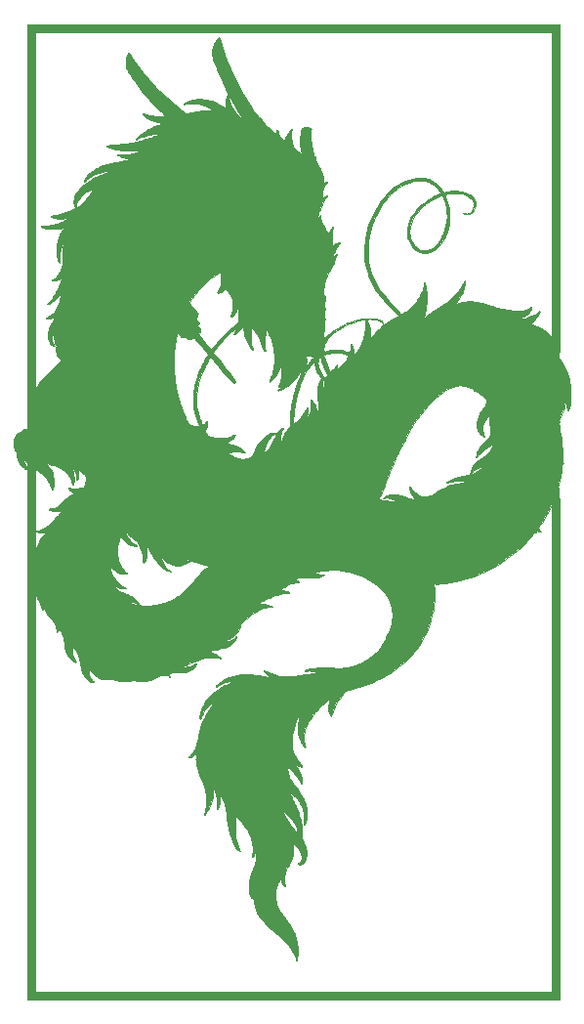
<source format=gbr>
%TF.GenerationSoftware,KiCad,Pcbnew,(5.1.10)-1*%
%TF.CreationDate,2022-09-13T11:59:31+02:00*%
%TF.ProjectId,Iinkscape file,49696e6b-7363-4617-9065-2066696c652e,rev?*%
%TF.SameCoordinates,Original*%
%TF.FileFunction,Copper,L2,Bot*%
%TF.FilePolarity,Positive*%
%FSLAX46Y46*%
G04 Gerber Fmt 4.6, Leading zero omitted, Abs format (unit mm)*
G04 Created by KiCad (PCBNEW (5.1.10)-1) date 2022-09-13 11:59:31*
%MOMM*%
%LPD*%
G01*
G04 APERTURE LIST*
%TA.AperFunction,EtchedComponent*%
%ADD10C,0.010000*%
%TD*%
G04 APERTURE END LIST*
D10*
%TO.C,G\u002A\u002A\u002A*%
G36*
X23241000Y27273250D02*
G01*
X23240973Y26441557D01*
X23240893Y25625207D01*
X23240761Y24825143D01*
X23240578Y24042311D01*
X23240345Y23277655D01*
X23240064Y22532119D01*
X23239736Y21806647D01*
X23239362Y21102185D01*
X23238943Y20419675D01*
X23238481Y19760064D01*
X23237976Y19124295D01*
X23237431Y18513312D01*
X23236845Y17928060D01*
X23236221Y17369484D01*
X23235560Y16838527D01*
X23234862Y16336135D01*
X23234129Y15863251D01*
X23233362Y15420821D01*
X23232563Y15009787D01*
X23231733Y14631096D01*
X23230872Y14285691D01*
X23229983Y13974516D01*
X23229065Y13698517D01*
X23228122Y13458637D01*
X23227152Y13255820D01*
X23226159Y13091012D01*
X23225143Y12965157D01*
X23224106Y12879199D01*
X23223047Y12834082D01*
X23222425Y12827000D01*
X23194916Y12841492D01*
X23177076Y12859262D01*
X23150883Y12881126D01*
X23139854Y12881076D01*
X23148334Y12861955D01*
X23180033Y12820158D01*
X23228829Y12763529D01*
X23247890Y12742653D01*
X23379973Y12581324D01*
X23511989Y12384557D01*
X23640223Y12159090D01*
X23760961Y11911659D01*
X23870487Y11649004D01*
X23910378Y11541043D01*
X23962601Y11390727D01*
X24006288Y11255500D01*
X24044603Y11123877D01*
X24080708Y10984369D01*
X24117765Y10825492D01*
X24156588Y10646833D01*
X24175318Y10557499D01*
X24190081Y10481601D01*
X24201364Y10412341D01*
X24209654Y10342924D01*
X24215440Y10266551D01*
X24219209Y10176425D01*
X24221448Y10065748D01*
X24222645Y9927724D01*
X24223287Y9755555D01*
X24223395Y9715500D01*
X24223723Y9534665D01*
X24223369Y9389374D01*
X24221904Y9272839D01*
X24218899Y9178269D01*
X24213926Y9098878D01*
X24206556Y9027875D01*
X24196361Y8958472D01*
X24182912Y8883882D01*
X24165780Y8797314D01*
X24165263Y8794750D01*
X24127541Y8615695D01*
X24094278Y8475549D01*
X24064588Y8371224D01*
X24037588Y8299634D01*
X24012392Y8257694D01*
X24010783Y8255907D01*
X23985286Y8237699D01*
X23965013Y8247127D01*
X23948464Y8287869D01*
X23934141Y8363602D01*
X23920624Y8477250D01*
X23903804Y8632240D01*
X23886924Y8769211D01*
X23870742Y8883210D01*
X23856014Y8969285D01*
X23843496Y9022482D01*
X23834931Y9038167D01*
X23822270Y9019490D01*
X23804985Y8971415D01*
X23792660Y8927042D01*
X23733794Y8720833D01*
X23653251Y8484009D01*
X23552788Y8221213D01*
X23434160Y7937089D01*
X23330053Y7703441D01*
X23271990Y7574913D01*
X23230327Y7478216D01*
X23202871Y7407150D01*
X23187426Y7355517D01*
X23181797Y7317117D01*
X23183286Y7288905D01*
X23189226Y7256060D01*
X23192785Y7260976D01*
X23195419Y7305904D01*
X23195495Y7307792D01*
X23202529Y7358854D01*
X23215987Y7385880D01*
X23219834Y7387167D01*
X23232897Y7369019D01*
X23239678Y7325791D01*
X23239914Y7274305D01*
X23233345Y7231383D01*
X23222517Y7214306D01*
X23217571Y7207076D01*
X23215375Y7188031D01*
X23216332Y7154056D01*
X23220845Y7102036D01*
X23229318Y7028853D01*
X23242153Y6931392D01*
X23259753Y6806537D01*
X23282522Y6651172D01*
X23310863Y6462181D01*
X23345178Y6236449D01*
X23369913Y6074833D01*
X23397880Y5890875D01*
X23420582Y5735555D01*
X23438655Y5600919D01*
X23452734Y5479010D01*
X23463454Y5361873D01*
X23471450Y5241552D01*
X23477357Y5110090D01*
X23481811Y4959531D01*
X23485445Y4781921D01*
X23488613Y4587677D01*
X23491866Y4287638D01*
X23491801Y4026049D01*
X23488429Y3803922D01*
X23481765Y3622273D01*
X23475069Y3518761D01*
X23463348Y3392944D01*
X23447358Y3248570D01*
X23428286Y3094084D01*
X23407319Y2937931D01*
X23385644Y2788559D01*
X23364448Y2654413D01*
X23344919Y2543939D01*
X23328244Y2465583D01*
X23325581Y2455333D01*
X23312142Y2399535D01*
X23294429Y2317552D01*
X23275751Y2224848D01*
X23271228Y2201333D01*
X23207391Y1909106D01*
X23123061Y1591269D01*
X23021329Y1257367D01*
X22905286Y916945D01*
X22778025Y579549D01*
X22642635Y254723D01*
X22635693Y238950D01*
X22516421Y-25120D01*
X22399578Y-269886D01*
X22281138Y-502395D01*
X22157073Y-729699D01*
X22023355Y-958846D01*
X21875959Y-1196886D01*
X21710856Y-1450869D01*
X21524019Y-1727845D01*
X21453673Y-1830180D01*
X21449517Y-1869518D01*
X21468070Y-1933256D01*
X21505712Y-2012646D01*
X21558822Y-2098939D01*
X21573556Y-2119826D01*
X21608392Y-2171654D01*
X21629468Y-2210221D01*
X21632334Y-2220052D01*
X21615347Y-2245602D01*
X21565422Y-2246679D01*
X21484108Y-2223357D01*
X21453525Y-2211491D01*
X21384635Y-2187050D01*
X21328782Y-2173593D01*
X21302100Y-2173337D01*
X21276940Y-2167917D01*
X21272500Y-2148917D01*
X21263656Y-2121947D01*
X21253639Y-2120194D01*
X21231495Y-2139501D01*
X21190583Y-2184102D01*
X21137914Y-2245712D01*
X21080500Y-2316047D01*
X21025353Y-2386821D01*
X21005564Y-2413309D01*
X20930621Y-2508759D01*
X20829916Y-2627502D01*
X20708703Y-2764023D01*
X20572234Y-2912803D01*
X20425763Y-3068326D01*
X20274544Y-3225073D01*
X20123831Y-3377528D01*
X19978877Y-3520173D01*
X19844935Y-3647491D01*
X19737917Y-3744614D01*
X19247099Y-4153441D01*
X18724327Y-4544757D01*
X18178342Y-4912707D01*
X17617887Y-5251436D01*
X17051703Y-5555086D01*
X16986250Y-5587675D01*
X16570820Y-5784969D01*
X16184440Y-5952148D01*
X15826610Y-6089415D01*
X15496833Y-6196969D01*
X15414916Y-6220286D01*
X15338538Y-6242093D01*
X15278220Y-6260737D01*
X15245583Y-6272602D01*
X15243902Y-6273505D01*
X15217460Y-6282646D01*
X15156616Y-6300235D01*
X15068052Y-6324523D01*
X14958452Y-6353761D01*
X14834501Y-6386198D01*
X14702882Y-6420087D01*
X14570279Y-6453678D01*
X14443375Y-6485221D01*
X14329834Y-6512735D01*
X14170083Y-6550073D01*
X14024353Y-6582270D01*
X13886032Y-6610350D01*
X13748510Y-6635334D01*
X13605174Y-6658245D01*
X13449414Y-6680104D01*
X13274618Y-6701936D01*
X13074175Y-6724761D01*
X12841474Y-6749602D01*
X12710584Y-6763137D01*
X12598298Y-6768417D01*
X12504394Y-6760824D01*
X12478387Y-6755091D01*
X12422187Y-6744114D01*
X12383971Y-6744965D01*
X12378208Y-6747992D01*
X12372417Y-6776278D01*
X12374604Y-6832021D01*
X12380740Y-6879863D01*
X12388693Y-6940924D01*
X12398458Y-7033979D01*
X12409065Y-7148777D01*
X12419545Y-7275070D01*
X12425225Y-7350125D01*
X12437422Y-7725680D01*
X12422093Y-8126345D01*
X12380162Y-8545879D01*
X12312554Y-8978044D01*
X12220193Y-9416599D01*
X12104001Y-9855305D01*
X12009466Y-10157700D01*
X11818342Y-10674957D01*
X11595255Y-11177122D01*
X11343498Y-11657491D01*
X11066363Y-12109355D01*
X11010723Y-12192000D01*
X10955152Y-12272566D01*
X10907901Y-12339692D01*
X10874262Y-12385952D01*
X10859925Y-12403667D01*
X10840711Y-12425714D01*
X10806417Y-12470307D01*
X10783376Y-12501680D01*
X10734702Y-12564443D01*
X10662977Y-12650992D01*
X10574331Y-12754443D01*
X10474891Y-12867910D01*
X10370784Y-12984507D01*
X10268138Y-13097349D01*
X10173082Y-13199550D01*
X10091742Y-13284225D01*
X10049944Y-13325816D01*
X9829563Y-13530249D01*
X9586644Y-13739929D01*
X9330795Y-13947322D01*
X9071625Y-14144893D01*
X8818742Y-14325109D01*
X8581756Y-14480434D01*
X8561314Y-14493071D01*
X8403446Y-14586722D01*
X8216722Y-14691923D01*
X8011149Y-14803448D01*
X7796736Y-14916068D01*
X7583493Y-15024555D01*
X7381428Y-15123681D01*
X7200550Y-15208217D01*
X7143750Y-15233544D01*
X6934342Y-15321052D01*
X6692399Y-15414629D01*
X6426750Y-15511341D01*
X6146225Y-15608255D01*
X5859653Y-15702438D01*
X5575864Y-15790955D01*
X5303688Y-15870875D01*
X5051954Y-15939262D01*
X4921250Y-15971898D01*
X4843914Y-15992864D01*
X4785229Y-16017382D01*
X4731154Y-16053681D01*
X4667646Y-16109991D01*
X4639479Y-16137029D01*
X4496926Y-16288859D01*
X4349441Y-16470644D01*
X4201136Y-16675362D01*
X4056124Y-16895990D01*
X3918517Y-17125504D01*
X3792426Y-17356883D01*
X3681965Y-17583104D01*
X3591245Y-17797143D01*
X3524380Y-17991978D01*
X3500802Y-18081625D01*
X3479232Y-18159154D01*
X3457473Y-18209245D01*
X3440793Y-18224500D01*
X3417105Y-18205914D01*
X3383840Y-18155843D01*
X3345238Y-18082815D01*
X3305540Y-17995360D01*
X3268987Y-17902006D01*
X3246087Y-17832917D01*
X3216563Y-17679077D01*
X3210244Y-17498725D01*
X3226068Y-17300033D01*
X3262974Y-17091177D01*
X3319902Y-16880333D01*
X3395790Y-16675675D01*
X3396489Y-16674042D01*
X3403382Y-16640636D01*
X3383908Y-16636273D01*
X3340354Y-16658835D01*
X3275008Y-16706203D01*
X3190160Y-16776262D01*
X3088099Y-16866893D01*
X2971112Y-16975980D01*
X2841489Y-17101405D01*
X2701518Y-17241052D01*
X2553488Y-17392802D01*
X2399688Y-17554538D01*
X2242406Y-17724144D01*
X2142709Y-17833918D01*
X1873977Y-18150246D01*
X1645969Y-18457509D01*
X1458236Y-18756495D01*
X1310333Y-19047994D01*
X1201811Y-19332794D01*
X1132225Y-19611685D01*
X1130898Y-19619049D01*
X1109077Y-19796726D01*
X1101187Y-19995901D01*
X1106558Y-20203690D01*
X1124521Y-20407211D01*
X1154404Y-20593580D01*
X1188604Y-20728653D01*
X1211512Y-20818862D01*
X1214568Y-20876050D01*
X1200458Y-20903031D01*
X1171873Y-20902618D01*
X1131500Y-20877624D01*
X1082028Y-20830862D01*
X1026144Y-20765145D01*
X966537Y-20683285D01*
X905896Y-20588096D01*
X846909Y-20482391D01*
X792264Y-20368983D01*
X752704Y-20272540D01*
X668984Y-20001058D01*
X611117Y-19702764D01*
X580550Y-19385437D01*
X578375Y-19335750D01*
X575446Y-19201102D01*
X576291Y-19071246D01*
X580634Y-18958368D01*
X588201Y-18874657D01*
X588863Y-18870083D01*
X641139Y-18558461D01*
X698322Y-18288673D01*
X760464Y-18060500D01*
X827619Y-17873723D01*
X835596Y-17855046D01*
X856297Y-17804909D01*
X859200Y-17786747D01*
X844576Y-17794252D01*
X837959Y-17799610D01*
X802111Y-17839252D01*
X752483Y-17907265D01*
X694933Y-17994517D01*
X635317Y-18091877D01*
X579494Y-18190212D01*
X545058Y-18256250D01*
X415068Y-18548859D01*
X300024Y-18870694D01*
X203352Y-19210240D01*
X128481Y-19555987D01*
X94342Y-19769667D01*
X80523Y-19867346D01*
X67465Y-19953742D01*
X56941Y-20017428D01*
X52108Y-20042046D01*
X47882Y-20080956D01*
X44506Y-20152881D01*
X42265Y-20248503D01*
X41440Y-20358507D01*
X41504Y-20391296D01*
X56511Y-20708953D01*
X99216Y-20997196D01*
X170266Y-21259174D01*
X268663Y-21494750D01*
X337531Y-21623101D01*
X426032Y-21773969D01*
X527387Y-21936790D01*
X634814Y-22100999D01*
X741534Y-22256031D01*
X840764Y-22391323D01*
X860470Y-22416817D01*
X906584Y-22481024D01*
X939603Y-22536946D01*
X952496Y-22572648D01*
X952500Y-22573028D01*
X946544Y-22596419D01*
X921539Y-22604949D01*
X866777Y-22601825D01*
X859167Y-22600985D01*
X755118Y-22577923D01*
X649699Y-22529926D01*
X535701Y-22453014D01*
X427637Y-22362794D01*
X360897Y-22304133D01*
X306409Y-22257896D01*
X271476Y-22230191D01*
X262851Y-22225000D01*
X259924Y-22231299D01*
X268559Y-22253000D01*
X291166Y-22294312D01*
X330157Y-22359443D01*
X387941Y-22452599D01*
X447158Y-22546709D01*
X572258Y-22753472D01*
X673408Y-22941965D01*
X756105Y-23124332D01*
X825841Y-23312720D01*
X888112Y-23519275D01*
X889665Y-23524940D01*
X914083Y-23639442D01*
X927380Y-23757181D01*
X929643Y-23868520D01*
X920956Y-23963824D01*
X901405Y-24033456D01*
X884944Y-24058461D01*
X869329Y-24070551D01*
X854128Y-24069258D01*
X835634Y-24049404D01*
X810141Y-24005814D01*
X773940Y-23933314D01*
X731721Y-23844538D01*
X688654Y-23755509D01*
X647876Y-23678219D01*
X605132Y-23607137D01*
X556163Y-23536731D01*
X496711Y-23461471D01*
X422520Y-23375826D01*
X329331Y-23274265D01*
X212888Y-23151257D01*
X137469Y-23072539D01*
X42757Y-22973074D01*
X-48654Y-22875537D01*
X-129914Y-22787350D01*
X-194173Y-22715935D01*
X-229627Y-22674792D01*
X-278746Y-22618835D01*
X-319296Y-22578915D01*
X-342505Y-22563667D01*
X-342518Y-22563667D01*
X-354382Y-22582996D01*
X-357223Y-22636110D01*
X-352178Y-22715700D01*
X-340387Y-22814454D01*
X-322988Y-22925063D01*
X-301121Y-23040216D01*
X-275924Y-23152603D01*
X-248536Y-23254915D01*
X-222630Y-23333204D01*
X-141014Y-23523360D01*
X-35017Y-23723269D01*
X97742Y-23936745D01*
X259644Y-24167604D01*
X453068Y-24419657D01*
X463381Y-24432599D01*
X676769Y-24712115D01*
X855771Y-24973657D01*
X1002392Y-25220875D01*
X1118639Y-25457422D01*
X1206516Y-25686949D01*
X1262130Y-25886707D01*
X1286851Y-25998223D01*
X1305292Y-26094346D01*
X1318157Y-26184187D01*
X1326149Y-26276855D01*
X1329969Y-26381462D01*
X1330320Y-26507116D01*
X1327905Y-26662928D01*
X1326612Y-26722917D01*
X1322654Y-26880839D01*
X1318273Y-27003983D01*
X1312730Y-27099902D01*
X1305285Y-27176150D01*
X1295197Y-27240280D01*
X1281727Y-27299846D01*
X1264135Y-27362401D01*
X1263880Y-27363254D01*
X1236941Y-27446964D01*
X1210891Y-27517214D01*
X1190197Y-27562275D01*
X1185296Y-27569629D01*
X1144320Y-27598900D01*
X1109944Y-27593852D01*
X1092907Y-27562296D01*
X1103946Y-27512041D01*
X1104533Y-27510887D01*
X1114531Y-27467032D01*
X1119912Y-27389016D01*
X1121032Y-27284716D01*
X1118248Y-27162009D01*
X1111915Y-27028774D01*
X1102392Y-26892889D01*
X1090034Y-26762231D01*
X1075198Y-26644679D01*
X1061726Y-26565072D01*
X1041427Y-26467464D01*
X1022233Y-26384613D01*
X1006402Y-26325702D01*
X996704Y-26300489D01*
X979260Y-26264555D01*
X965436Y-26219560D01*
X939475Y-26137190D01*
X896734Y-26029900D01*
X842479Y-25908910D01*
X781976Y-25785438D01*
X720492Y-25670704D01*
X663440Y-25576152D01*
X612961Y-25506874D01*
X545496Y-25425151D01*
X465560Y-25335366D01*
X377667Y-25241901D01*
X286332Y-25149138D01*
X196069Y-25061461D01*
X111394Y-24983253D01*
X36821Y-24918894D01*
X-23136Y-24872770D01*
X-63961Y-24849261D01*
X-81140Y-24852751D01*
X-81234Y-24853259D01*
X-78867Y-24901911D01*
X-59762Y-24977431D01*
X-23153Y-25081817D01*
X31728Y-25217068D01*
X105645Y-25385183D01*
X199365Y-25588160D01*
X205384Y-25600958D01*
X278681Y-25756677D01*
X336649Y-25880030D01*
X381954Y-25976971D01*
X417261Y-26053453D01*
X445235Y-26115430D01*
X468542Y-26168853D01*
X489846Y-26219677D01*
X511813Y-26273855D01*
X537109Y-26337340D01*
X553117Y-26377654D01*
X632056Y-26586681D01*
X703528Y-26796079D01*
X764973Y-26997231D01*
X813831Y-27181521D01*
X847542Y-27340332D01*
X856961Y-27400250D01*
X869439Y-27477249D01*
X884187Y-27547686D01*
X889966Y-27569583D01*
X899263Y-27616044D01*
X910129Y-27693322D01*
X921107Y-27790007D01*
X929393Y-27878395D01*
X935496Y-27987515D01*
X937474Y-28112625D01*
X935746Y-28245319D01*
X930730Y-28377191D01*
X922847Y-28499836D01*
X912514Y-28604848D01*
X900151Y-28683822D01*
X887105Y-28726707D01*
X882112Y-28752556D01*
X891948Y-28791600D01*
X919331Y-28850556D01*
X966980Y-28936137D01*
X982989Y-28963519D01*
X1052637Y-29084908D01*
X1108731Y-29191279D01*
X1158084Y-29297080D01*
X1207508Y-29416761D01*
X1253873Y-29538083D01*
X1298659Y-29696357D01*
X1324150Y-29872997D01*
X1331323Y-30060268D01*
X1321153Y-30250433D01*
X1294615Y-30435756D01*
X1252687Y-30608500D01*
X1196343Y-30760929D01*
X1126558Y-30885306D01*
X1076368Y-30945542D01*
X1015140Y-30989978D01*
X932102Y-31028979D01*
X895680Y-31041141D01*
X820569Y-31060312D01*
X763932Y-31064998D01*
X704635Y-31055666D01*
X668316Y-31046147D01*
X592171Y-31018388D01*
X558335Y-30989226D01*
X566807Y-30958654D01*
X617585Y-30926663D01*
X645802Y-30914958D01*
X736356Y-30862386D01*
X807761Y-30779099D01*
X863429Y-30660717D01*
X877698Y-30617281D01*
X902536Y-30510114D01*
X907233Y-30407718D01*
X891468Y-30294559D01*
X869170Y-30204522D01*
X818220Y-30048042D01*
X753661Y-29903792D01*
X670696Y-29764344D01*
X564530Y-29622271D01*
X430368Y-29470145D01*
X324628Y-29361101D01*
X229781Y-29267077D01*
X161512Y-29203315D01*
X117142Y-29169477D01*
X93994Y-29165226D01*
X89388Y-29190225D01*
X100647Y-29244140D01*
X125092Y-29326631D01*
X128149Y-29336408D01*
X160244Y-29478009D01*
X178971Y-29646424D01*
X184344Y-29828306D01*
X176376Y-30010306D01*
X155081Y-30179076D01*
X127136Y-30300083D01*
X97231Y-30399850D01*
X71225Y-30483804D01*
X46551Y-30557839D01*
X20642Y-30627848D01*
X-9069Y-30699723D01*
X-45149Y-30779357D01*
X-90165Y-30872643D01*
X-146684Y-30985473D01*
X-217272Y-31123740D01*
X-304498Y-31293336D01*
X-311294Y-31306536D01*
X-411416Y-31512992D01*
X-486512Y-31699196D01*
X-539271Y-31876892D01*
X-572384Y-32057827D01*
X-588542Y-32253745D01*
X-590435Y-32476391D01*
X-589451Y-32520857D01*
X-585835Y-32637736D01*
X-581155Y-32720735D01*
X-574031Y-32778305D01*
X-563081Y-32818898D01*
X-546925Y-32850964D01*
X-531972Y-32872601D01*
X-501732Y-32919103D01*
X-498079Y-32945664D01*
X-510805Y-32958682D01*
X-541649Y-32974162D01*
X-568140Y-32969584D01*
X-605154Y-32940600D01*
X-620384Y-32926634D01*
X-693208Y-32842685D01*
X-764869Y-32731307D01*
X-827074Y-32606799D01*
X-865453Y-32504140D01*
X-889125Y-32430083D01*
X-909232Y-32371779D01*
X-921589Y-32341334D01*
X-921920Y-32340773D01*
X-942556Y-32337151D01*
X-974758Y-32368109D01*
X-1016048Y-32428289D01*
X-1063950Y-32512337D01*
X-1115987Y-32614894D01*
X-1169682Y-32730605D01*
X-1222558Y-32854113D01*
X-1272138Y-32980060D01*
X-1315945Y-33103091D01*
X-1351504Y-33217849D01*
X-1376336Y-33318976D01*
X-1377901Y-33326917D01*
X-1402983Y-33542682D01*
X-1401655Y-33781019D01*
X-1375342Y-34032606D01*
X-1325471Y-34288121D01*
X-1253468Y-34538243D01*
X-1160760Y-34773649D01*
X-1154424Y-34787417D01*
X-1095069Y-34900824D01*
X-1011478Y-35039414D01*
X-907805Y-35196966D01*
X-788200Y-35367254D01*
X-656814Y-35544058D01*
X-603681Y-35612917D01*
X-413360Y-35862891D01*
X-250541Y-36090325D01*
X-111504Y-36301265D01*
X7470Y-36501759D01*
X110100Y-36697856D01*
X200108Y-36895603D01*
X230453Y-36969147D01*
X289047Y-37125968D01*
X346883Y-37300695D01*
X400167Y-37480294D01*
X445106Y-37651731D01*
X477906Y-37801973D01*
X485634Y-37846000D01*
X501237Y-37938280D01*
X517482Y-38027309D01*
X530786Y-38093498D01*
X539830Y-38160438D01*
X546219Y-38261097D01*
X550054Y-38386947D01*
X551435Y-38529464D01*
X550461Y-38680121D01*
X547233Y-38830393D01*
X541851Y-38971754D01*
X534416Y-39095678D01*
X525028Y-39193640D01*
X517280Y-39242522D01*
X498885Y-39328705D01*
X485394Y-39380799D01*
X473200Y-39406185D01*
X458699Y-39412243D01*
X438283Y-39406354D01*
X437401Y-39406016D01*
X416455Y-39376672D01*
X402688Y-39306912D01*
X398667Y-39260526D01*
X387536Y-39173117D01*
X362996Y-39086096D01*
X320397Y-38984290D01*
X302463Y-38946667D01*
X237554Y-38822504D01*
X153670Y-38675787D01*
X57618Y-38517535D01*
X-43792Y-38358769D01*
X-143752Y-38210508D01*
X-207532Y-38121167D01*
X-276559Y-38034925D01*
X-370859Y-37928090D01*
X-483599Y-37807658D01*
X-607941Y-37680622D01*
X-737051Y-37553977D01*
X-864093Y-37434719D01*
X-973666Y-37337195D01*
X-1057443Y-37264475D01*
X-1143467Y-37188875D01*
X-1217178Y-37123218D01*
X-1238250Y-37104163D01*
X-1341174Y-37012431D01*
X-1450508Y-36918246D01*
X-1556318Y-36829932D01*
X-1648672Y-36755811D01*
X-1703916Y-36713971D01*
X-1780831Y-36653250D01*
X-1879035Y-36568271D01*
X-1991202Y-36465968D01*
X-2110002Y-36353277D01*
X-2228106Y-36237133D01*
X-2338186Y-36124472D01*
X-2421652Y-36034767D01*
X-2585166Y-35840975D01*
X-2735223Y-35638431D01*
X-2863577Y-35438798D01*
X-2936022Y-35307178D01*
X-2984043Y-35199329D01*
X-3034715Y-35062998D01*
X-3085575Y-34907287D01*
X-3134159Y-34741298D01*
X-3178005Y-34574132D01*
X-3214650Y-34414891D01*
X-3241630Y-34272675D01*
X-3256483Y-34156587D01*
X-3258553Y-34115375D01*
X-3265435Y-34058451D01*
X-3285557Y-34036657D01*
X-3291837Y-34036000D01*
X-3330909Y-34024157D01*
X-3387833Y-33994651D01*
X-3447605Y-33956517D01*
X-3495224Y-33918787D01*
X-3507024Y-33906420D01*
X-3551463Y-33827908D01*
X-3586624Y-33710377D01*
X-3612562Y-33553362D01*
X-3617425Y-33496250D01*
X-3412454Y-33496250D01*
X-3408417Y-33584839D01*
X-3397072Y-33676636D01*
X-3380402Y-33764267D01*
X-3360390Y-33840355D01*
X-3339018Y-33897523D01*
X-3318269Y-33928397D01*
X-3300126Y-33925598D01*
X-3297962Y-33922200D01*
X-3288040Y-33869449D01*
X-3295830Y-33778420D01*
X-3300093Y-33752280D01*
X-3308265Y-33683511D01*
X-3315165Y-33583819D01*
X-3320230Y-33464606D01*
X-3322897Y-33337277D01*
X-3323166Y-33284613D01*
X-3323777Y-33171866D01*
X-3325463Y-33076586D01*
X-3328008Y-33005607D01*
X-3331196Y-32965760D01*
X-3333471Y-32959749D01*
X-3346183Y-32990435D01*
X-3360854Y-33053383D01*
X-3376023Y-33138661D01*
X-3390227Y-33236335D01*
X-3402004Y-33336474D01*
X-3409892Y-33429144D01*
X-3412454Y-33496250D01*
X-3617425Y-33496250D01*
X-3629334Y-33356398D01*
X-3636992Y-33119023D01*
X-3635594Y-32840771D01*
X-3635262Y-32824605D01*
X-3629486Y-32628676D01*
X-3619936Y-32464792D01*
X-3604558Y-32322699D01*
X-3581298Y-32192143D01*
X-3548101Y-32062871D01*
X-3502915Y-31924628D01*
X-3443685Y-31767161D01*
X-3403039Y-31665333D01*
X-3335296Y-31497496D01*
X-3281515Y-31363109D01*
X-3239584Y-31256458D01*
X-3207391Y-31171830D01*
X-3182823Y-31103513D01*
X-3163769Y-31045793D01*
X-3148115Y-30992957D01*
X-3133750Y-30939292D01*
X-3131827Y-30931802D01*
X-3094100Y-30747063D01*
X-3067527Y-30539307D01*
X-3053774Y-30326769D01*
X-3054508Y-30127688D01*
X-3055932Y-30100748D01*
X-3062482Y-30008395D01*
X-3069724Y-29932671D01*
X-3076645Y-29882974D01*
X-3080916Y-29868528D01*
X-3099727Y-29871218D01*
X-3119612Y-29908575D01*
X-3137104Y-29973180D01*
X-3141661Y-29998581D01*
X-3159173Y-30064005D01*
X-3190891Y-30147390D01*
X-3230437Y-30234848D01*
X-3271435Y-30312492D01*
X-3307511Y-30366434D01*
X-3313676Y-30373259D01*
X-3346334Y-30395119D01*
X-3366384Y-30380518D01*
X-3374120Y-30328251D01*
X-3369836Y-30237110D01*
X-3362746Y-30172247D01*
X-3350861Y-30029075D01*
X-3346356Y-29861733D01*
X-3348737Y-29682038D01*
X-3357510Y-29501805D01*
X-3372184Y-29332851D01*
X-3392264Y-29186991D01*
X-3406875Y-29114750D01*
X-3490718Y-28810571D01*
X-3592795Y-28530646D01*
X-3713171Y-28270126D01*
X-3773866Y-28154532D01*
X-3834959Y-28046901D01*
X-3900033Y-27942424D01*
X-3972673Y-27836289D01*
X-4056462Y-27723686D01*
X-4154985Y-27599803D01*
X-4271825Y-27459829D01*
X-4410567Y-27298953D01*
X-4574794Y-27112365D01*
X-4580259Y-27106199D01*
X-4641004Y-27036813D01*
X-4693323Y-26975490D01*
X-4729040Y-26931876D01*
X-4737242Y-26920991D01*
X-4765974Y-26889858D01*
X-4782387Y-26881667D01*
X-4788295Y-26901969D01*
X-4793894Y-26959421D01*
X-4799117Y-27048839D01*
X-4803898Y-27165039D01*
X-4808168Y-27302839D01*
X-4811863Y-27457055D01*
X-4814914Y-27622504D01*
X-4817255Y-27794003D01*
X-4818819Y-27966368D01*
X-4819540Y-28134416D01*
X-4819350Y-28292963D01*
X-4818182Y-28436827D01*
X-4815970Y-28560824D01*
X-4812648Y-28659771D01*
X-4808147Y-28728484D01*
X-4806395Y-28743619D01*
X-4758154Y-29013758D01*
X-4690876Y-29272415D01*
X-4607390Y-29510760D01*
X-4510523Y-29719962D01*
X-4471701Y-29788472D01*
X-4428473Y-29870024D01*
X-4414970Y-29921559D01*
X-4431276Y-29943284D01*
X-4477475Y-29935405D01*
X-4522954Y-29914827D01*
X-4615416Y-29848722D01*
X-4713088Y-29744757D01*
X-4813673Y-29606730D01*
X-4914876Y-29438445D01*
X-5014403Y-29243702D01*
X-5109956Y-29026302D01*
X-5195144Y-28801731D01*
X-5265649Y-28595832D01*
X-5326420Y-28404434D01*
X-5378876Y-28220682D01*
X-5424434Y-28037723D01*
X-5464514Y-27848701D01*
X-5500534Y-27646762D01*
X-5533912Y-27425053D01*
X-5566068Y-27176719D01*
X-5598420Y-26894906D01*
X-5607866Y-26807583D01*
X-5622619Y-26675376D01*
X-5637504Y-26552078D01*
X-5651422Y-26446084D01*
X-5663273Y-26365786D01*
X-5671663Y-26320750D01*
X-5687516Y-26251149D01*
X-5705797Y-26163830D01*
X-5712714Y-26128594D01*
X-883816Y-26128594D01*
X-878419Y-26150173D01*
X-856775Y-26203647D01*
X-821693Y-26283107D01*
X-775981Y-26382645D01*
X-722451Y-26496355D01*
X-663912Y-26618328D01*
X-603172Y-26742657D01*
X-543042Y-26863435D01*
X-486331Y-26974753D01*
X-435849Y-27070706D01*
X-435062Y-27072167D01*
X-306203Y-27301636D01*
X-184928Y-27496402D01*
X-67221Y-27662475D01*
X50935Y-27805864D01*
X68112Y-27824876D01*
X143895Y-27909612D01*
X231464Y-28010294D01*
X316070Y-28109882D01*
X346422Y-28146375D01*
X406268Y-28217695D01*
X456230Y-28274949D01*
X490290Y-28311382D01*
X501976Y-28321000D01*
X505604Y-28301567D01*
X505267Y-28249799D01*
X501140Y-28175491D01*
X498867Y-28146375D01*
X484325Y-28010112D01*
X463938Y-27900720D01*
X433726Y-27802774D01*
X389708Y-27700853D01*
X377369Y-27675543D01*
X346466Y-27618119D01*
X302077Y-27541836D01*
X249704Y-27455451D01*
X194847Y-27367719D01*
X143009Y-27287394D01*
X99690Y-27223233D01*
X70391Y-27183990D01*
X64738Y-27178000D01*
X46229Y-27157074D01*
X9691Y-27113006D01*
X-31750Y-27061816D01*
X-79162Y-27005780D01*
X-147388Y-26929145D01*
X-227660Y-26841592D01*
X-311209Y-26752802D01*
X-319323Y-26744316D01*
X-481548Y-26572471D01*
X-622981Y-26417028D01*
X-754336Y-26266115D01*
X-803259Y-26208177D01*
X-844900Y-26161262D01*
X-874678Y-26132882D01*
X-883816Y-26128594D01*
X-5712714Y-26128594D01*
X-5716545Y-26109083D01*
X-5734734Y-26028901D01*
X-5761950Y-25927127D01*
X-5793198Y-25822116D01*
X-5802985Y-25791583D01*
X-5830590Y-25715456D01*
X-5869031Y-25620665D01*
X-5915101Y-25513976D01*
X-5965592Y-25402158D01*
X-6017298Y-25291975D01*
X-6067010Y-25190196D01*
X-6111523Y-25103587D01*
X-6147627Y-25038915D01*
X-6172117Y-25002947D01*
X-6179197Y-24997833D01*
X-6185236Y-25017935D01*
X-6191426Y-25073991D01*
X-6197339Y-25159625D01*
X-6202551Y-25268461D01*
X-6206633Y-25394124D01*
X-6207164Y-25415875D01*
X-6211064Y-25563956D01*
X-6215503Y-25677577D01*
X-6221343Y-25764610D01*
X-6229446Y-25832928D01*
X-6240671Y-25890404D01*
X-6255881Y-25944909D01*
X-6269518Y-25985970D01*
X-6318069Y-26112077D01*
X-6362164Y-26196615D01*
X-6402095Y-26240080D01*
X-6423145Y-26246667D01*
X-6455601Y-26228690D01*
X-6466060Y-26175306D01*
X-6454431Y-26087332D01*
X-6445257Y-26049023D01*
X-6423565Y-25926441D01*
X-6414579Y-25786172D01*
X-6418744Y-25648151D01*
X-6433913Y-25543179D01*
X-6445800Y-25483276D01*
X-6461200Y-25395418D01*
X-6477729Y-25293568D01*
X-6487326Y-25230667D01*
X-6509020Y-25111835D01*
X-6538826Y-24983987D01*
X-6571608Y-24868264D01*
X-6584980Y-24828500D01*
X-6616946Y-24739388D01*
X-6645970Y-24658192D01*
X-6667207Y-24598478D01*
X-6671931Y-24585083D01*
X-6697104Y-24529452D01*
X-6723197Y-24490589D01*
X-6736445Y-24481942D01*
X-6745040Y-24493965D01*
X-6749952Y-24532586D01*
X-6752148Y-24603732D01*
X-6752578Y-24670506D01*
X-6756414Y-24788258D01*
X-6766480Y-24924970D01*
X-6781218Y-25066218D01*
X-6799069Y-25197582D01*
X-6818476Y-25304641D01*
X-6823388Y-25325917D01*
X-6832960Y-25367387D01*
X-6848108Y-25435562D01*
X-6865567Y-25515746D01*
X-6865712Y-25516417D01*
X-6925719Y-25741406D01*
X-7007379Y-25967821D01*
X-7106213Y-26186515D01*
X-7217746Y-26388346D01*
X-7337501Y-26564170D01*
X-7434400Y-26678067D01*
X-7503883Y-26743422D01*
X-7551253Y-26773171D01*
X-7575161Y-26768604D01*
X-7574256Y-26731005D01*
X-7547190Y-26661663D01*
X-7515328Y-26600888D01*
X-7465365Y-26484099D01*
X-7423717Y-26326423D01*
X-7390500Y-26128503D01*
X-7365830Y-25890984D01*
X-7353984Y-25706917D01*
X-7348240Y-25536754D01*
X-7349639Y-25374918D01*
X-7359271Y-25216763D01*
X-7378224Y-25057641D01*
X-7407587Y-24892909D01*
X-7448448Y-24717919D01*
X-7501897Y-24528026D01*
X-7569022Y-24318585D01*
X-7650912Y-24084949D01*
X-7748656Y-23822473D01*
X-7863342Y-23526511D01*
X-7867410Y-23516167D01*
X-7957206Y-23283878D01*
X-8031002Y-23083131D01*
X-8090811Y-22907158D01*
X-8138649Y-22749189D01*
X-8176529Y-22602458D01*
X-8206465Y-22460197D01*
X-8230471Y-22315636D01*
X-8235785Y-22278319D01*
X-8252888Y-22151651D01*
X-8264055Y-22055615D01*
X-8269507Y-21978964D01*
X-8269465Y-21910447D01*
X-8264152Y-21838815D01*
X-8253790Y-21752818D01*
X-8247111Y-21703314D01*
X-8234701Y-21605785D01*
X-8226094Y-21524517D01*
X-8222084Y-21468110D01*
X-8223373Y-21445238D01*
X-8242150Y-21454070D01*
X-8283311Y-21486439D01*
X-8339145Y-21536108D01*
X-8360016Y-21555747D01*
X-8448074Y-21629973D01*
X-8542299Y-21693039D01*
X-8636320Y-21742604D01*
X-8723766Y-21776329D01*
X-8798265Y-21791875D01*
X-8853447Y-21786903D01*
X-8882940Y-21759073D01*
X-8885494Y-21748695D01*
X-8875444Y-21710613D01*
X-8830082Y-21673603D01*
X-8814435Y-21664766D01*
X-8760877Y-21625728D01*
X-8698359Y-21565512D01*
X-8647574Y-21506071D01*
X-8484316Y-21261873D01*
X-8342591Y-20985356D01*
X-8224639Y-20681880D01*
X-8132697Y-20356808D01*
X-8097179Y-20187846D01*
X-8047206Y-19927239D01*
X-8000963Y-19701806D01*
X-7956822Y-19504731D01*
X-7913154Y-19329197D01*
X-7868330Y-19168385D01*
X-7820720Y-19015478D01*
X-7807597Y-18975917D01*
X-7727112Y-18762785D01*
X-7622476Y-18527063D01*
X-7498429Y-18277103D01*
X-7359709Y-18021260D01*
X-7211057Y-17767887D01*
X-7057211Y-17525336D01*
X-6902909Y-17301962D01*
X-6752892Y-17106118D01*
X-6733374Y-17082421D01*
X-6674362Y-17009607D01*
X-6628286Y-16949175D01*
X-6600252Y-16908071D01*
X-6594432Y-16893513D01*
X-6618738Y-16897419D01*
X-6668657Y-16925388D01*
X-6738477Y-16973004D01*
X-6822488Y-17035854D01*
X-6914980Y-17109520D01*
X-7010241Y-17189589D01*
X-7102561Y-17271645D01*
X-7185300Y-17350350D01*
X-7376415Y-17555154D01*
X-7529865Y-17754033D01*
X-7648886Y-17951976D01*
X-7736716Y-18153969D01*
X-7766387Y-18245667D01*
X-7801186Y-18357527D01*
X-7830337Y-18430899D01*
X-7856567Y-18468788D01*
X-7882603Y-18474202D01*
X-7911172Y-18450148D01*
X-7929146Y-18425151D01*
X-7946522Y-18393516D01*
X-7954984Y-18358470D01*
X-7955075Y-18308999D01*
X-7947342Y-18234095D01*
X-7940988Y-18185711D01*
X-7921463Y-18077602D01*
X-7890847Y-17948917D01*
X-7853388Y-17814729D01*
X-7813336Y-17690109D01*
X-7774939Y-17590130D01*
X-7769919Y-17578917D01*
X-7752411Y-17539973D01*
X-7723482Y-17474851D01*
X-7688721Y-17396139D01*
X-7680663Y-17377833D01*
X-7575245Y-17168826D01*
X-7441400Y-16951429D01*
X-7287760Y-16737717D01*
X-7122958Y-16539764D01*
X-6968220Y-16381307D01*
X-6870157Y-16293850D01*
X-6751046Y-16193950D01*
X-6621553Y-16090015D01*
X-6492344Y-15990453D01*
X-6374084Y-15903672D01*
X-6286500Y-15843880D01*
X-6181622Y-15779916D01*
X-6055789Y-15709234D01*
X-5914833Y-15634549D01*
X-5764587Y-15558578D01*
X-5610883Y-15484034D01*
X-5459553Y-15413636D01*
X-5316430Y-15350097D01*
X-5187346Y-15296133D01*
X-5078133Y-15254460D01*
X-4994624Y-15227794D01*
X-4944063Y-15218833D01*
X-4906494Y-15204011D01*
X-4898094Y-15194447D01*
X-4908313Y-15182212D01*
X-4953077Y-15175791D01*
X-5025089Y-15174564D01*
X-5117052Y-15177911D01*
X-5221670Y-15185213D01*
X-5331645Y-15195852D01*
X-5439682Y-15209207D01*
X-5538482Y-15224659D01*
X-5620749Y-15241588D01*
X-5679187Y-15259376D01*
X-5683250Y-15261095D01*
X-5738322Y-15281648D01*
X-5778500Y-15293883D01*
X-5929021Y-15345314D01*
X-6087683Y-15418332D01*
X-6239951Y-15505106D01*
X-6371290Y-15597807D01*
X-6419561Y-15639248D01*
X-6464289Y-15674047D01*
X-6497053Y-15679242D01*
X-6514811Y-15671054D01*
X-6548463Y-15638600D01*
X-6551245Y-15598240D01*
X-6522007Y-15543469D01*
X-6483723Y-15495227D01*
X-6399187Y-15413461D01*
X-6280881Y-15323274D01*
X-6135643Y-15228212D01*
X-5970310Y-15131823D01*
X-5791719Y-15037653D01*
X-5606706Y-14949248D01*
X-5422110Y-14870155D01*
X-5244767Y-14803922D01*
X-5081514Y-14754094D01*
X-5031039Y-14741659D01*
X-4947894Y-14721745D01*
X-4874640Y-14702666D01*
X-4826798Y-14688471D01*
X-4826000Y-14688192D01*
X-4728700Y-14663127D01*
X-4591835Y-14642139D01*
X-4418005Y-14625530D01*
X-4209808Y-14613602D01*
X-4169833Y-14612010D01*
X-4052546Y-14609619D01*
X-3910652Y-14609901D01*
X-3751775Y-14612540D01*
X-3583540Y-14617219D01*
X-3413570Y-14623623D01*
X-3249490Y-14631434D01*
X-3098923Y-14640338D01*
X-2969493Y-14650018D01*
X-2868825Y-14660157D01*
X-2815166Y-14668183D01*
X-2750572Y-14680600D01*
X-2653702Y-14699093D01*
X-2533882Y-14721892D01*
X-2400434Y-14747226D01*
X-2262685Y-14773328D01*
X-2129959Y-14798426D01*
X-2011579Y-14820751D01*
X-1980440Y-14826609D01*
X-1901653Y-14840427D01*
X-1840708Y-14849246D01*
X-1807946Y-14851632D01*
X-1805196Y-14850918D01*
X-1817350Y-14835531D01*
X-1855973Y-14800213D01*
X-1914173Y-14751090D01*
X-1952005Y-14720428D01*
X-2057398Y-14633072D01*
X-2156738Y-14545087D01*
X-2244880Y-14461593D01*
X-2316679Y-14387709D01*
X-2366992Y-14328554D01*
X-2390673Y-14289248D01*
X-2391833Y-14282776D01*
X-2384790Y-14256345D01*
X-2360306Y-14248170D01*
X-2313347Y-14259224D01*
X-2238878Y-14290479D01*
X-2163822Y-14326826D01*
X-1793852Y-14492930D01*
X-1421061Y-14623999D01*
X-1052726Y-14717519D01*
X-1005416Y-14726813D01*
X-880026Y-14744002D01*
X-721469Y-14755545D01*
X-538509Y-14761649D01*
X-339906Y-14762516D01*
X-134422Y-14758354D01*
X69182Y-14749366D01*
X262143Y-14735758D01*
X435701Y-14717734D01*
X581094Y-14695500D01*
X613834Y-14688920D01*
X757007Y-14661770D01*
X931391Y-14634265D01*
X1127199Y-14607479D01*
X1334646Y-14582488D01*
X1543947Y-14560366D01*
X1745315Y-14542185D01*
X1928966Y-14529022D01*
X2085114Y-14521949D01*
X2143125Y-14521042D01*
X2235532Y-14519375D01*
X2309889Y-14515410D01*
X2357556Y-14509778D01*
X2370667Y-14504429D01*
X2351474Y-14490132D01*
X2299022Y-14467478D01*
X2220998Y-14438851D01*
X2125093Y-14406634D01*
X2018993Y-14373209D01*
X1910387Y-14340962D01*
X1806965Y-14312275D01*
X1716415Y-14289532D01*
X1646424Y-14275115D01*
X1619651Y-14271613D01*
X1486109Y-14274340D01*
X1326052Y-14302424D01*
X1180042Y-14342434D01*
X1151459Y-14341051D01*
X1143018Y-14306873D01*
X1143000Y-14304073D01*
X1153447Y-14265724D01*
X1187304Y-14230913D01*
X1248342Y-14198010D01*
X1340335Y-14165381D01*
X1467055Y-14131395D01*
X1623292Y-14096313D01*
X1689200Y-14085548D01*
X1789577Y-14073138D01*
X1916620Y-14059721D01*
X2062525Y-14045935D01*
X2219488Y-14032419D01*
X2379708Y-14019811D01*
X2535380Y-14008749D01*
X2678701Y-13999870D01*
X2801869Y-13993814D01*
X2897079Y-13991218D01*
X2909008Y-13991166D01*
X3006958Y-13992908D01*
X3135597Y-13997751D01*
X3283441Y-14005124D01*
X3439007Y-14014454D01*
X3589827Y-14025094D01*
X3831859Y-14040519D01*
X4054578Y-14048483D01*
X4248759Y-14048716D01*
X4318000Y-14046512D01*
X4621140Y-14019560D01*
X4937856Y-13966281D01*
X5258439Y-13889551D01*
X5573178Y-13792245D01*
X5872363Y-13677237D01*
X6146283Y-13547404D01*
X6301722Y-13459161D01*
X6367969Y-13419558D01*
X6419520Y-13390500D01*
X6446460Y-13377545D01*
X6447692Y-13377333D01*
X6471827Y-13365144D01*
X6524347Y-13331099D01*
X6599950Y-13278980D01*
X6693333Y-13212570D01*
X6799197Y-13135653D01*
X6912239Y-13052012D01*
X7027158Y-12965429D01*
X7059084Y-12941071D01*
X7183629Y-12844855D01*
X7288326Y-12760746D01*
X7377807Y-12683304D01*
X7456705Y-12607093D01*
X7529652Y-12526675D01*
X7601282Y-12436611D01*
X7676227Y-12331464D01*
X7759120Y-12205796D01*
X7854594Y-12054170D01*
X7958743Y-11885083D01*
X8016399Y-11786162D01*
X8084759Y-11661140D01*
X8159772Y-11518187D01*
X8237390Y-11365472D01*
X8313564Y-11211165D01*
X8384243Y-11063435D01*
X8445380Y-10930452D01*
X8492924Y-10820386D01*
X8516562Y-10759650D01*
X8560344Y-10635691D01*
X8595858Y-10528804D01*
X8624990Y-10430683D01*
X8649629Y-10333025D01*
X8671661Y-10227525D01*
X8692973Y-10105877D01*
X8715452Y-9959778D01*
X8740985Y-9780922D01*
X8744209Y-9757833D01*
X8751542Y-9680399D01*
X8755997Y-9580402D01*
X8757771Y-9466148D01*
X8757059Y-9345941D01*
X8754058Y-9228087D01*
X8748963Y-9120890D01*
X8741970Y-9032656D01*
X8733276Y-8971687D01*
X8725103Y-8947972D01*
X8711086Y-8913836D01*
X8696932Y-8852421D01*
X8688063Y-8794750D01*
X8641416Y-8566532D01*
X8557733Y-8328293D01*
X8440040Y-8083700D01*
X8291361Y-7836416D01*
X8114722Y-7590107D01*
X7913148Y-7348438D01*
X7689663Y-7115074D01*
X7447292Y-6893680D01*
X7189061Y-6687922D01*
X6917993Y-6501464D01*
X6678967Y-6360459D01*
X6468701Y-6252879D01*
X6232448Y-6144100D01*
X5980784Y-6038228D01*
X5724280Y-5939369D01*
X5473513Y-5851628D01*
X5239056Y-5779113D01*
X5063708Y-5733262D01*
X4912096Y-5700172D01*
X4735530Y-5665423D01*
X4548221Y-5631522D01*
X4364379Y-5600972D01*
X4198218Y-5576278D01*
X4106334Y-5564543D01*
X4007783Y-5556918D01*
X3879454Y-5552576D01*
X3731166Y-5551307D01*
X3572734Y-5552903D01*
X3413976Y-5557155D01*
X3264710Y-5563853D01*
X3134751Y-5572789D01*
X3033919Y-5583754D01*
X3007896Y-5587928D01*
X2944266Y-5598329D01*
X2849611Y-5612382D01*
X2734919Y-5628518D01*
X2611176Y-5645171D01*
X2561167Y-5651682D01*
X2358810Y-5678574D01*
X2197780Y-5701814D01*
X2077240Y-5721547D01*
X1996355Y-5737917D01*
X1954289Y-5751068D01*
X1947334Y-5757551D01*
X1966149Y-5769595D01*
X2017099Y-5791087D01*
X2091936Y-5818763D01*
X2164292Y-5843435D01*
X2271305Y-5877023D01*
X2356863Y-5898228D01*
X2438350Y-5909848D01*
X2533146Y-5914679D01*
X2612318Y-5915508D01*
X2731684Y-5917974D01*
X2809846Y-5924736D01*
X2847727Y-5935893D01*
X2851563Y-5940610D01*
X2841143Y-5971603D01*
X2798189Y-6010806D01*
X2730374Y-6053182D01*
X2645371Y-6093692D01*
X2582334Y-6117379D01*
X2388850Y-6172329D01*
X2184128Y-6210014D01*
X1961814Y-6230915D01*
X1715551Y-6235510D01*
X1438985Y-6224282D01*
X1301961Y-6214112D01*
X1128462Y-6199914D01*
X990833Y-6189761D01*
X882772Y-6183999D01*
X797978Y-6182976D01*
X730148Y-6187038D01*
X672981Y-6196534D01*
X620175Y-6211811D01*
X565428Y-6233216D01*
X509784Y-6257784D01*
X433632Y-6293906D01*
X374910Y-6325191D01*
X342403Y-6346800D01*
X338667Y-6352044D01*
X356258Y-6370013D01*
X400843Y-6395974D01*
X428625Y-6409162D01*
X491982Y-6442594D01*
X556703Y-6484995D01*
X612296Y-6528415D01*
X648267Y-6564903D01*
X656167Y-6581577D01*
X636727Y-6590720D01*
X585178Y-6600484D01*
X511674Y-6609064D01*
X492125Y-6610729D01*
X311072Y-6633970D01*
X133976Y-6676118D01*
X-46098Y-6739884D01*
X-236086Y-6827978D01*
X-442923Y-6943111D01*
X-589142Y-7033384D01*
X-684049Y-7092106D01*
X-775815Y-7145813D01*
X-853309Y-7188165D01*
X-901271Y-7211176D01*
X-955916Y-7236194D01*
X-989587Y-7256519D01*
X-994754Y-7263019D01*
X-975682Y-7272494D01*
X-926193Y-7283248D01*
X-873125Y-7290901D01*
X-779399Y-7305634D01*
X-661743Y-7329320D01*
X-533914Y-7358665D01*
X-409668Y-7390376D01*
X-302764Y-7421161D01*
X-240467Y-7442334D01*
X-185757Y-7468698D01*
X-152662Y-7495195D01*
X-148166Y-7505500D01*
X-152273Y-7518796D01*
X-168301Y-7529638D01*
X-201809Y-7539028D01*
X-258359Y-7547971D01*
X-343511Y-7557471D01*
X-462825Y-7568532D01*
X-529166Y-7574288D01*
X-737882Y-7598533D01*
X-944683Y-7636337D01*
X-1158400Y-7689984D01*
X-1387860Y-7761755D01*
X-1641892Y-7853933D01*
X-1703916Y-7877944D01*
X-1890242Y-7952118D01*
X-2045332Y-8017176D01*
X-2178130Y-8077341D01*
X-2297578Y-8136833D01*
X-2412618Y-8199872D01*
X-2518833Y-8262556D01*
X-2614387Y-8320090D01*
X-2701681Y-8371926D01*
X-2771878Y-8412863D01*
X-2816139Y-8437704D01*
X-2820037Y-8439742D01*
X-2864443Y-8466021D01*
X-2888436Y-8486517D01*
X-2871986Y-8492685D01*
X-2819771Y-8499136D01*
X-2738357Y-8505352D01*
X-2634304Y-8510816D01*
X-2534316Y-8514442D01*
X-2384474Y-8519907D01*
X-2266163Y-8527147D01*
X-2168582Y-8537398D01*
X-2080933Y-8551897D01*
X-1992416Y-8571878D01*
X-1960182Y-8580147D01*
X-1834005Y-8616678D01*
X-1739490Y-8651084D01*
X-1678276Y-8681952D01*
X-1652002Y-8707865D01*
X-1662305Y-8727410D01*
X-1710824Y-8739171D01*
X-1772708Y-8742032D01*
X-1908674Y-8751599D01*
X-2071050Y-8777954D01*
X-2248788Y-8818164D01*
X-2430840Y-8869295D01*
X-2606156Y-8928413D01*
X-2763689Y-8992584D01*
X-2823067Y-9020930D01*
X-3017270Y-9129677D01*
X-3232586Y-9270076D01*
X-3465408Y-9439411D01*
X-3712131Y-9634966D01*
X-3969148Y-9854025D01*
X-4170458Y-10035770D01*
X-4253075Y-10112732D01*
X-4311039Y-10170244D01*
X-4350822Y-10217547D01*
X-4378895Y-10263883D01*
X-4401730Y-10318496D01*
X-4425801Y-10390627D01*
X-4431537Y-10408611D01*
X-4518193Y-10642086D01*
X-4620862Y-10842539D01*
X-4745058Y-11017958D01*
X-4896294Y-11176332D01*
X-5048007Y-11301845D01*
X-5137095Y-11364520D01*
X-5247413Y-11435334D01*
X-5369186Y-11508678D01*
X-5492635Y-11578947D01*
X-5607984Y-11640532D01*
X-5705457Y-11687827D01*
X-5760105Y-11710248D01*
X-5777310Y-11728161D01*
X-5773327Y-11737428D01*
X-5745415Y-11742763D01*
X-5690612Y-11738358D01*
X-5646327Y-11730441D01*
X-5566050Y-11713368D01*
X-5467187Y-11692559D01*
X-5381488Y-11674671D01*
X-5219288Y-11630374D01*
X-5080191Y-11571021D01*
X-4969053Y-11499688D01*
X-4890729Y-11419452D01*
X-4851360Y-11338661D01*
X-4829987Y-11291099D01*
X-4804060Y-11271482D01*
X-4783542Y-11281789D01*
X-4778401Y-11324000D01*
X-4778417Y-11324167D01*
X-4784319Y-11383355D01*
X-4791001Y-11451167D01*
X-4806250Y-11526328D01*
X-4839989Y-11598405D01*
X-4897545Y-11675860D01*
X-4984246Y-11767154D01*
X-4999040Y-11781546D01*
X-5146067Y-11914302D01*
X-5294216Y-12027531D01*
X-5449579Y-12123930D01*
X-5618244Y-12206193D01*
X-5806304Y-12277014D01*
X-6019849Y-12339089D01*
X-6264969Y-12395112D01*
X-6477000Y-12435456D01*
X-6601042Y-12457641D01*
X-6728030Y-12480618D01*
X-6843126Y-12501684D01*
X-6931492Y-12518143D01*
X-6932083Y-12518254D01*
X-7022003Y-12535184D01*
X-7104525Y-12550569D01*
X-7163839Y-12561464D01*
X-7170208Y-12562610D01*
X-7223311Y-12577839D01*
X-7235207Y-12595361D01*
X-7206746Y-12612644D01*
X-7149041Y-12625637D01*
X-7084786Y-12638645D01*
X-6997417Y-12660171D01*
X-6904171Y-12685923D01*
X-6889750Y-12690182D01*
X-6792558Y-12725021D01*
X-6685610Y-12773118D01*
X-6574439Y-12830812D01*
X-6464574Y-12894447D01*
X-6361547Y-12960363D01*
X-6270888Y-13024901D01*
X-6198129Y-13084405D01*
X-6148800Y-13135214D01*
X-6128433Y-13173671D01*
X-6133462Y-13190429D01*
X-6163064Y-13200794D01*
X-6215699Y-13189277D01*
X-6246711Y-13177701D01*
X-6303170Y-13161093D01*
X-6382930Y-13148267D01*
X-6491970Y-13138546D01*
X-6636269Y-13131252D01*
X-6666135Y-13130156D01*
X-6883479Y-13127244D01*
X-7092002Y-13135009D01*
X-7296443Y-13154727D01*
X-7501540Y-13187672D01*
X-7712030Y-13235119D01*
X-7932652Y-13298342D01*
X-8168142Y-13378617D01*
X-8423239Y-13477217D01*
X-8702681Y-13595419D01*
X-9011205Y-13734495D01*
X-9146427Y-13797480D01*
X-9232821Y-13836778D01*
X-9310678Y-13869948D01*
X-9368041Y-13891989D01*
X-9384552Y-13897089D01*
X-9430548Y-13916482D01*
X-9434775Y-13938337D01*
X-9397212Y-13958521D01*
X-9384857Y-13961950D01*
X-9321550Y-13969046D01*
X-9229287Y-13968664D01*
X-9120562Y-13961928D01*
X-9007868Y-13949962D01*
X-8903699Y-13933891D01*
X-8820550Y-13914837D01*
X-8804497Y-13909734D01*
X-8708858Y-13872586D01*
X-8600442Y-13824091D01*
X-8493581Y-13771227D01*
X-8402609Y-13720972D01*
X-8357566Y-13692152D01*
X-8301514Y-13659279D01*
X-8269067Y-13659055D01*
X-8255874Y-13692336D01*
X-8255000Y-13712371D01*
X-8274069Y-13791896D01*
X-8327727Y-13881145D01*
X-8410654Y-13975729D01*
X-8517528Y-14071259D01*
X-8643025Y-14163345D01*
X-8781826Y-14247599D01*
X-8928608Y-14319631D01*
X-9046069Y-14364795D01*
X-9098064Y-14381686D01*
X-9145648Y-14395094D01*
X-9194794Y-14405582D01*
X-9251480Y-14413711D01*
X-9321678Y-14420043D01*
X-9411363Y-14425142D01*
X-9526512Y-14429569D01*
X-9673098Y-14433886D01*
X-9821333Y-14437748D01*
X-10032824Y-14443645D01*
X-10205437Y-14449714D01*
X-10342628Y-14456233D01*
X-10447852Y-14463477D01*
X-10524565Y-14471725D01*
X-10576223Y-14481253D01*
X-10606280Y-14492337D01*
X-10616482Y-14501430D01*
X-10613234Y-14527941D01*
X-10594228Y-14580527D01*
X-10563562Y-14647878D01*
X-10563091Y-14648829D01*
X-10532395Y-14716525D01*
X-10513507Y-14769883D01*
X-10510468Y-14797466D01*
X-10510541Y-14797588D01*
X-10540902Y-14816112D01*
X-10578350Y-14799981D01*
X-10599277Y-14774830D01*
X-10663399Y-14711093D01*
X-10762333Y-14666555D01*
X-10892554Y-14642462D01*
X-10985500Y-14638337D01*
X-11101098Y-14643831D01*
X-11219543Y-14661673D01*
X-11347318Y-14693819D01*
X-11490908Y-14742221D01*
X-11656795Y-14808834D01*
X-11851463Y-14895612D01*
X-11874500Y-14906280D01*
X-12056693Y-14989356D01*
X-12209400Y-15054558D01*
X-12340470Y-15103971D01*
X-12457752Y-15139676D01*
X-12569094Y-15163756D01*
X-12682345Y-15178293D01*
X-12805354Y-15185370D01*
X-12932833Y-15187083D01*
X-13095324Y-15184785D01*
X-13226178Y-15176772D01*
X-13335900Y-15161370D01*
X-13434993Y-15136903D01*
X-13533962Y-15101696D01*
X-13574793Y-15084693D01*
X-13609689Y-15073789D01*
X-13649280Y-15073081D01*
X-13704196Y-15084021D01*
X-13785072Y-15108066D01*
X-13814106Y-15117439D01*
X-14020445Y-15169798D01*
X-14248381Y-15202076D01*
X-14483198Y-15213475D01*
X-14710178Y-15203196D01*
X-14890750Y-15175802D01*
X-15020944Y-15147270D01*
X-15122956Y-15123172D01*
X-15210196Y-15100046D01*
X-15296071Y-15074427D01*
X-15350839Y-15056964D01*
X-15434051Y-15031347D01*
X-15497698Y-15017426D01*
X-15558474Y-15013753D01*
X-15633075Y-15018877D01*
X-15700089Y-15026630D01*
X-15961108Y-15047390D01*
X-16194714Y-15040978D01*
X-16406934Y-15006183D01*
X-16603796Y-14941792D01*
X-16791328Y-14846593D01*
X-16880416Y-14789172D01*
X-16961906Y-14726632D01*
X-17060871Y-14640889D01*
X-17167622Y-14541213D01*
X-17272474Y-14436874D01*
X-17365738Y-14337139D01*
X-17422983Y-14270031D01*
X-17553672Y-14107583D01*
X-17541380Y-14382750D01*
X-17534418Y-14508378D01*
X-17525220Y-14603226D01*
X-17511898Y-14678846D01*
X-17492568Y-14746789D01*
X-17473560Y-14798228D01*
X-17392029Y-14956626D01*
X-17286045Y-15084253D01*
X-17174973Y-15168077D01*
X-17114806Y-15208336D01*
X-17083560Y-15240142D01*
X-17084819Y-15259141D01*
X-17097375Y-15262386D01*
X-17127053Y-15265208D01*
X-17180669Y-15270670D01*
X-17195525Y-15272218D01*
X-17294795Y-15263520D01*
X-17407520Y-15221459D01*
X-17528305Y-15150576D01*
X-17651759Y-15055416D01*
X-17772488Y-14940521D01*
X-17885101Y-14810433D01*
X-17984204Y-14669696D01*
X-18050340Y-14552083D01*
X-18119131Y-14391828D01*
X-18184871Y-14195567D01*
X-18245830Y-13969608D01*
X-18300281Y-13720258D01*
X-18340297Y-13493750D01*
X-18374555Y-13292452D01*
X-18408973Y-13125246D01*
X-18446078Y-12983960D01*
X-18488397Y-12860419D01*
X-18538457Y-12746448D01*
X-18598783Y-12633874D01*
X-18614217Y-12607588D01*
X-18660050Y-12537211D01*
X-18716445Y-12460270D01*
X-18777555Y-12383551D01*
X-18837533Y-12313843D01*
X-18890530Y-12257931D01*
X-18930700Y-12222605D01*
X-18952195Y-12214650D01*
X-18952507Y-12214921D01*
X-18958183Y-12239513D01*
X-18964750Y-12298227D01*
X-18971479Y-12382880D01*
X-18977639Y-12485291D01*
X-18978937Y-12511292D01*
X-18983881Y-12637588D01*
X-18984355Y-12732217D01*
X-18979770Y-12805669D01*
X-18969538Y-12868431D01*
X-18955971Y-12921180D01*
X-18895075Y-13088060D01*
X-18815168Y-13242746D01*
X-18723572Y-13371460D01*
X-18706473Y-13390738D01*
X-18619349Y-13485256D01*
X-18705563Y-13571470D01*
X-18808990Y-13518217D01*
X-18936710Y-13436625D01*
X-19069801Y-13323678D01*
X-19200161Y-13188152D01*
X-19319687Y-13038823D01*
X-19420277Y-12884468D01*
X-19456853Y-12816417D01*
X-19503914Y-12718426D01*
X-19542292Y-12627879D01*
X-19573747Y-12537480D01*
X-19600040Y-12439930D01*
X-19622928Y-12327933D01*
X-19644173Y-12194193D01*
X-19665533Y-12031411D01*
X-19683986Y-11874500D01*
X-19718006Y-11634126D01*
X-19762987Y-11424762D01*
X-19821999Y-11235826D01*
X-19898111Y-11056735D01*
X-19951003Y-10953750D01*
X-20022798Y-10828570D01*
X-20082326Y-10739287D01*
X-20128708Y-10687041D01*
X-20161065Y-10672973D01*
X-20165930Y-10674935D01*
X-20184638Y-10703503D01*
X-20200534Y-10754804D01*
X-20201740Y-10760869D01*
X-20225039Y-10830015D01*
X-20259461Y-10889207D01*
X-20291529Y-10925446D01*
X-20314386Y-10930958D01*
X-20341233Y-10911356D01*
X-20365425Y-10879423D01*
X-20365638Y-10838332D01*
X-20357538Y-10807986D01*
X-20352203Y-10747449D01*
X-20360922Y-10658447D01*
X-20381393Y-10551562D01*
X-20411314Y-10437377D01*
X-20448383Y-10326473D01*
X-20477650Y-10255808D01*
X-20522259Y-10173760D01*
X-20589926Y-10068930D01*
X-20674777Y-9949438D01*
X-20770937Y-9823406D01*
X-20872530Y-9698953D01*
X-20922155Y-9641417D01*
X-21058045Y-9481377D01*
X-21169206Y-9336734D01*
X-21263702Y-9196116D01*
X-21349598Y-9048149D01*
X-21370257Y-9009467D01*
X-21418751Y-8917786D01*
X-21450920Y-8859819D01*
X-21470134Y-8831809D01*
X-21479763Y-8829997D01*
X-21483178Y-8850627D01*
X-21483712Y-8882977D01*
X-21489254Y-8968602D01*
X-21506241Y-9018313D01*
X-21536845Y-9037503D01*
X-21546194Y-9038167D01*
X-21566258Y-9027537D01*
X-21589094Y-8992273D01*
X-21617169Y-8927313D01*
X-21652949Y-8827594D01*
X-21662249Y-8800042D01*
X-21700441Y-8694624D01*
X-21751812Y-8565003D01*
X-21810692Y-8424883D01*
X-21871412Y-8287965D01*
X-21896513Y-8233833D01*
X-21985705Y-8037753D01*
X-22054168Y-7870577D01*
X-22103940Y-7725521D01*
X-22137060Y-7595798D01*
X-22155566Y-7474623D01*
X-22161495Y-7355211D01*
X-22161500Y-7351529D01*
X-22167352Y-7289731D01*
X-22182682Y-7261995D01*
X-22204146Y-7271483D01*
X-22218963Y-7297208D01*
X-22219776Y-7320046D01*
X-22220566Y-7384225D01*
X-22221333Y-7488754D01*
X-22222076Y-7632641D01*
X-22222794Y-7814895D01*
X-22223488Y-8034524D01*
X-22224155Y-8290536D01*
X-22224796Y-8581940D01*
X-22225410Y-8907744D01*
X-22225996Y-9266957D01*
X-22226554Y-9658585D01*
X-22227083Y-10081639D01*
X-22227582Y-10535127D01*
X-22228050Y-11018055D01*
X-22228488Y-11529434D01*
X-22228894Y-12068271D01*
X-22229268Y-12633575D01*
X-22229609Y-13224354D01*
X-22229917Y-13839616D01*
X-22230190Y-14478370D01*
X-22230429Y-15139623D01*
X-22230632Y-15822385D01*
X-22230799Y-16525664D01*
X-22230929Y-17248467D01*
X-22231022Y-17989804D01*
X-22231076Y-18748683D01*
X-22231092Y-19524111D01*
X-22231069Y-20315098D01*
X-22231006Y-21120651D01*
X-22230902Y-21939779D01*
X-22230757Y-22771491D01*
X-22230570Y-23614794D01*
X-22230340Y-24468697D01*
X-22230266Y-24717375D01*
X-22224949Y-42100500D01*
X22563667Y-42100500D01*
X22563667Y-21094347D01*
X22563683Y-20152232D01*
X22563731Y-19220410D01*
X22563811Y-18299782D01*
X22563922Y-17391248D01*
X22564062Y-16495707D01*
X22564232Y-15614061D01*
X22564430Y-14747207D01*
X22564656Y-13896048D01*
X22564910Y-13061481D01*
X22565190Y-12244409D01*
X22565496Y-11445729D01*
X22565826Y-10666343D01*
X22566182Y-9907151D01*
X22566561Y-9169051D01*
X22566963Y-8452945D01*
X22567387Y-7759732D01*
X22567833Y-7090312D01*
X22568300Y-6445585D01*
X22568787Y-5826451D01*
X22569294Y-5233810D01*
X22569820Y-4668562D01*
X22570364Y-4131606D01*
X22570925Y-3623844D01*
X22571503Y-3146174D01*
X22572097Y-2699497D01*
X22572706Y-2284712D01*
X22573330Y-1902721D01*
X22573968Y-1554421D01*
X22574620Y-1240715D01*
X22575284Y-962500D01*
X22575959Y-720678D01*
X22576646Y-516149D01*
X22577344Y-349811D01*
X22578051Y-222566D01*
X22578767Y-135314D01*
X22579492Y-88953D01*
X22579932Y-81139D01*
X22596675Y-59671D01*
X22624554Y-11082D01*
X22657787Y52946D01*
X22690592Y120728D01*
X22717187Y180580D01*
X22731791Y220819D01*
X22733000Y228186D01*
X22742883Y260906D01*
X22771420Y327072D01*
X22816949Y422991D01*
X22859462Y508695D01*
X22875509Y551996D01*
X22890687Y608994D01*
X22906478Y659354D01*
X22924302Y688362D01*
X22925129Y688923D01*
X22942337Y718182D01*
X22944797Y736791D01*
X22954357Y780359D01*
X22976745Y833592D01*
X23001207Y895985D01*
X23020027Y970131D01*
X23022003Y981759D01*
X23040428Y1052819D01*
X23068481Y1115528D01*
X23073982Y1124062D01*
X23102720Y1181874D01*
X23124103Y1253612D01*
X23126549Y1266937D01*
X23139131Y1320966D01*
X23153964Y1351860D01*
X23159039Y1354667D01*
X23171686Y1373187D01*
X23177716Y1418293D01*
X23177789Y1423458D01*
X23183286Y1499463D01*
X23197173Y1557188D01*
X23216576Y1586036D01*
X23222302Y1587500D01*
X23223186Y1566456D01*
X23224055Y1503810D01*
X23224910Y1400297D01*
X23225751Y1256647D01*
X23226575Y1073594D01*
X23227383Y851871D01*
X23228175Y592209D01*
X23228948Y295342D01*
X23229704Y-37999D01*
X23230441Y-407080D01*
X23231159Y-811169D01*
X23231856Y-1249534D01*
X23232533Y-1721442D01*
X23233189Y-2226161D01*
X23233823Y-2762957D01*
X23234434Y-3331099D01*
X23235023Y-3929855D01*
X23235587Y-4558490D01*
X23236128Y-5216274D01*
X23236643Y-5902473D01*
X23237133Y-6616355D01*
X23237597Y-7357188D01*
X23238034Y-8124238D01*
X23238443Y-8916774D01*
X23238825Y-9734063D01*
X23239178Y-10575371D01*
X23239502Y-11439968D01*
X23239795Y-12327120D01*
X23240059Y-13236095D01*
X23240291Y-14166160D01*
X23240492Y-15116583D01*
X23240660Y-16086631D01*
X23240795Y-17075572D01*
X23240897Y-18082673D01*
X23240964Y-19107202D01*
X23240997Y-20148425D01*
X23241000Y-20595167D01*
X23241000Y-42777833D01*
X-22881166Y-42777833D01*
X-22881166Y-7621981D01*
X-22606000Y-7621981D01*
X-22588254Y-7637575D01*
X-22563666Y-7641167D01*
X-22529211Y-7637752D01*
X-22521333Y-7633052D01*
X-22538786Y-7621933D01*
X-22563666Y-7613867D01*
X-22597418Y-7612680D01*
X-22606000Y-7621981D01*
X-22881166Y-7621981D01*
X-22881166Y-7567083D01*
X-22479000Y-7567083D01*
X-22468416Y-7577667D01*
X-22457833Y-7567083D01*
X-22468416Y-7556500D01*
X-22479000Y-7567083D01*
X-22881166Y-7567083D01*
X-22881166Y-7524750D01*
X-22606000Y-7524750D01*
X-22595416Y-7535333D01*
X-22584833Y-7524750D01*
X-22588361Y-7521222D01*
X-22429611Y-7521222D01*
X-22426705Y-7533806D01*
X-22415500Y-7535333D01*
X-22398077Y-7527589D01*
X-22401389Y-7521222D01*
X-22426509Y-7518689D01*
X-22429611Y-7521222D01*
X-22588361Y-7521222D01*
X-22595416Y-7514167D01*
X-22606000Y-7524750D01*
X-22881166Y-7524750D01*
X-22881166Y-7491622D01*
X-22367977Y-7491622D01*
X-22365082Y-7493000D01*
X-22345765Y-7478099D01*
X-22341416Y-7471833D01*
X-22336023Y-7452045D01*
X-22338918Y-7450667D01*
X-22358234Y-7465567D01*
X-22362583Y-7471833D01*
X-22367977Y-7491622D01*
X-22881166Y-7491622D01*
X-22881166Y-7429500D01*
X-22539158Y-7429500D01*
X-22535831Y-7459549D01*
X-22528482Y-7455958D01*
X-22526687Y-7428122D01*
X-22304477Y-7428122D01*
X-22301582Y-7429500D01*
X-22282265Y-7414599D01*
X-22277916Y-7408333D01*
X-22272523Y-7388545D01*
X-22275418Y-7387167D01*
X-22294734Y-7402067D01*
X-22299083Y-7408333D01*
X-22304477Y-7428122D01*
X-22526687Y-7428122D01*
X-22525686Y-7412623D01*
X-22528482Y-7403042D01*
X-22536207Y-7400382D01*
X-22539158Y-7429500D01*
X-22881166Y-7429500D01*
X-22881166Y-7288389D01*
X-22514278Y-7288389D01*
X-22511372Y-7300972D01*
X-22500166Y-7302500D01*
X-22482744Y-7294755D01*
X-22486055Y-7288389D01*
X-22511175Y-7285855D01*
X-22514278Y-7288389D01*
X-22881166Y-7288389D01*
X-22881166Y-7184319D01*
X-22477329Y-7184319D01*
X-22473437Y-7211773D01*
X-22466212Y-7212101D01*
X-22461159Y-7183771D01*
X-22464541Y-7171531D01*
X-22473939Y-7163514D01*
X-22477329Y-7184319D01*
X-22881166Y-7184319D01*
X-22881166Y-6709833D01*
X-22428662Y-6709833D01*
X-22428102Y-6792183D01*
X-22426570Y-6843448D01*
X-22424290Y-6860064D01*
X-22421487Y-6838461D01*
X-22421025Y-6831542D01*
X-22417986Y-6734647D01*
X-22419101Y-6629832D01*
X-22421025Y-6588125D01*
X-22423889Y-6560346D01*
X-22426263Y-6571331D01*
X-22427924Y-6617515D01*
X-22428648Y-6695329D01*
X-22428662Y-6709833D01*
X-22881166Y-6709833D01*
X-22881166Y-6006218D01*
X-22442081Y-6006218D01*
X-22439143Y-6064250D01*
X-22428467Y-6191250D01*
X-22414308Y-6031878D01*
X-22405416Y-5947482D01*
X-22395264Y-5874547D01*
X-22385929Y-5827820D01*
X-22385232Y-5825503D01*
X-22381325Y-5787874D01*
X-22392907Y-5778500D01*
X-22409190Y-5796784D01*
X-22415500Y-5837767D01*
X-22421196Y-5888449D01*
X-22432660Y-5917142D01*
X-22440164Y-5947657D01*
X-22442081Y-6006218D01*
X-22881166Y-6006218D01*
X-22881166Y-5736167D01*
X-22373166Y-5736167D01*
X-22365422Y-5753589D01*
X-22359055Y-5750278D01*
X-22356522Y-5725158D01*
X-22359055Y-5722055D01*
X-22371639Y-5724961D01*
X-22373166Y-5736167D01*
X-22881166Y-5736167D01*
X-22881166Y-5609167D01*
X-22373166Y-5609167D01*
X-22365422Y-5626589D01*
X-22359055Y-5623278D01*
X-22356522Y-5598158D01*
X-22359055Y-5595055D01*
X-22371639Y-5597961D01*
X-22373166Y-5609167D01*
X-22881166Y-5609167D01*
X-22881166Y-5454119D01*
X-22442091Y-5454119D01*
X-22434263Y-5470525D01*
X-22417876Y-5507687D01*
X-22415500Y-5528733D01*
X-22407530Y-5560786D01*
X-22398213Y-5566833D01*
X-22392318Y-5548516D01*
X-22396894Y-5501990D01*
X-22403106Y-5471236D01*
X-22411173Y-5442658D01*
X-15663333Y-5442658D01*
X-15662715Y-5547115D01*
X-15659226Y-5621585D01*
X-15650417Y-5678410D01*
X-15633838Y-5729934D01*
X-15607041Y-5788499D01*
X-15586669Y-5828949D01*
X-15471628Y-6029430D01*
X-15330889Y-6233120D01*
X-15171038Y-6432817D01*
X-14998658Y-6621323D01*
X-14820336Y-6791436D01*
X-14642657Y-6935957D01*
X-14472206Y-7047686D01*
X-14471790Y-7047921D01*
X-14410924Y-7086195D01*
X-14369814Y-7119723D01*
X-14357414Y-7140997D01*
X-14383494Y-7153880D01*
X-14449749Y-7161142D01*
X-14554123Y-7162587D01*
X-14714130Y-7151162D01*
X-14871291Y-7118931D01*
X-15037219Y-7062831D01*
X-15194851Y-6993604D01*
X-15267999Y-6960513D01*
X-15325494Y-6937725D01*
X-15357700Y-6928949D01*
X-15361036Y-6929647D01*
X-15353876Y-6950124D01*
X-15321389Y-6991641D01*
X-15270176Y-7047442D01*
X-15206838Y-7110771D01*
X-15137976Y-7174870D01*
X-15070192Y-7232983D01*
X-15045775Y-7252333D01*
X-14877544Y-7366275D01*
X-14670577Y-7478454D01*
X-14423199Y-7589765D01*
X-14382750Y-7606342D01*
X-14208714Y-7678291D01*
X-14066612Y-7740608D01*
X-13948284Y-7797243D01*
X-13845569Y-7852146D01*
X-13750307Y-7909268D01*
X-13729295Y-7922683D01*
X-13641425Y-7985277D01*
X-13547937Y-8061710D01*
X-13456623Y-8144506D01*
X-13375271Y-8226190D01*
X-13311671Y-8299287D01*
X-13273614Y-8356322D01*
X-13270712Y-8362734D01*
X-13256813Y-8418598D01*
X-13261410Y-8462586D01*
X-13281864Y-8483314D01*
X-13298137Y-8481016D01*
X-13440050Y-8424028D01*
X-13563920Y-8383876D01*
X-13685642Y-8356863D01*
X-13821106Y-8339290D01*
X-13948833Y-8329618D01*
X-14149916Y-8317410D01*
X-14072332Y-8359875D01*
X-14007825Y-8389639D01*
X-13913593Y-8426247D01*
X-13800914Y-8466019D01*
X-13681069Y-8505276D01*
X-13565335Y-8540338D01*
X-13464992Y-8567524D01*
X-13391319Y-8583155D01*
X-13385373Y-8584005D01*
X-13329687Y-8590171D01*
X-13241274Y-8598527D01*
X-13129635Y-8608240D01*
X-13004267Y-8618473D01*
X-12911666Y-8625631D01*
X-12554993Y-8643259D01*
X-12230174Y-8639633D01*
X-11932396Y-8614656D01*
X-11853333Y-8603841D01*
X-11729536Y-8582882D01*
X-11592646Y-8554519D01*
X-11435102Y-8516996D01*
X-11249340Y-8468557D01*
X-11128648Y-8435588D01*
X-10970383Y-8385059D01*
X-10786536Y-8315055D01*
X-10586588Y-8229827D01*
X-10380018Y-8133624D01*
X-10176305Y-8030696D01*
X-9984931Y-7925291D01*
X-9966990Y-7914867D01*
X-9805671Y-7810500D01*
X-7281333Y-7810500D01*
X-7274111Y-7831116D01*
X-7271999Y-7831667D01*
X-7253928Y-7816834D01*
X-7249583Y-7810500D01*
X-7251261Y-7790995D01*
X-7258917Y-7789333D01*
X-7280472Y-7804698D01*
X-7281333Y-7810500D01*
X-9805671Y-7810500D01*
X-9746579Y-7772270D01*
X-9515823Y-7597389D01*
X-9281723Y-7396560D01*
X-9051276Y-7176118D01*
X-8831482Y-6942396D01*
X-8636000Y-6710152D01*
X-8577218Y-6637943D01*
X-8510223Y-6558381D01*
X-8477250Y-6520302D01*
X-8427920Y-6462267D01*
X-8362572Y-6382819D01*
X-8291071Y-6294042D01*
X-8244416Y-6235083D01*
X-8131623Y-6095482D01*
X-8014061Y-5957354D01*
X-7897734Y-5827244D01*
X-7788643Y-5711696D01*
X-7692791Y-5617256D01*
X-7617446Y-5551460D01*
X-7503478Y-5463530D01*
X-7397050Y-5384430D01*
X-7304033Y-5318298D01*
X-7230303Y-5269277D01*
X-7181730Y-5241507D01*
X-7172649Y-5237845D01*
X-7139692Y-5218378D01*
X-7145912Y-5195681D01*
X-7188560Y-5172403D01*
X-7261747Y-5151860D01*
X-7347630Y-5132040D01*
X-7461037Y-5103783D01*
X-7589335Y-5070450D01*
X-7719888Y-5035404D01*
X-7840062Y-5002006D01*
X-7937222Y-4973617D01*
X-7969250Y-4963635D01*
X-8044161Y-4939756D01*
X-8139030Y-4909793D01*
X-8233383Y-4880211D01*
X-8233833Y-4880071D01*
X-8336591Y-4846612D01*
X-8447688Y-4808313D01*
X-8534343Y-4776717D01*
X-8676103Y-4722903D01*
X-8729466Y-4764878D01*
X-8769410Y-4790831D01*
X-8837646Y-4829657D01*
X-8924299Y-4875915D01*
X-9011039Y-4919985D01*
X-9248147Y-5029037D01*
X-9462399Y-5107779D01*
X-9660274Y-5156422D01*
X-9848248Y-5175181D01*
X-10032800Y-5164267D01*
X-10220408Y-5123894D01*
X-10417548Y-5054275D01*
X-10597738Y-4972121D01*
X-10727118Y-4897546D01*
X-10869417Y-4797588D01*
X-10962796Y-4721952D01*
X-9663686Y-4721952D01*
X-9654339Y-4737869D01*
X-9609969Y-4751265D01*
X-9537819Y-4761957D01*
X-9445136Y-4769764D01*
X-9339163Y-4774505D01*
X-9227146Y-4775998D01*
X-9116331Y-4774062D01*
X-9013960Y-4768516D01*
X-8927280Y-4759177D01*
X-8863536Y-4745865D01*
X-8852958Y-4742252D01*
X-8807036Y-4720561D01*
X-8784605Y-4701755D01*
X-8784166Y-4699751D01*
X-8802036Y-4683305D01*
X-8848016Y-4658287D01*
X-8890043Y-4639477D01*
X-8995920Y-4595476D01*
X-9117585Y-4638184D01*
X-9211147Y-4662877D01*
X-9330378Y-4682319D01*
X-9446301Y-4693060D01*
X-9535503Y-4699848D01*
X-9607674Y-4708248D01*
X-9653153Y-4716975D01*
X-9663686Y-4721952D01*
X-10962796Y-4721952D01*
X-11012961Y-4681319D01*
X-11146072Y-4557810D01*
X-11191875Y-4510456D01*
X-11243916Y-4459407D01*
X-11274317Y-4440358D01*
X-11281833Y-4448629D01*
X-11272598Y-4497589D01*
X-11247368Y-4575473D01*
X-11209858Y-4673736D01*
X-11163783Y-4783837D01*
X-11112857Y-4897232D01*
X-11060795Y-5005379D01*
X-11011310Y-5099735D01*
X-10968119Y-5171757D01*
X-10966113Y-5174733D01*
X-10908850Y-5247068D01*
X-10828490Y-5333179D01*
X-10736309Y-5422127D01*
X-10643584Y-5502978D01*
X-10569323Y-5559550D01*
X-10511249Y-5602340D01*
X-10470475Y-5637717D01*
X-10456333Y-5656879D01*
X-10476018Y-5666278D01*
X-10532641Y-5664022D01*
X-10622554Y-5650494D01*
X-10735661Y-5627512D01*
X-10822797Y-5595372D01*
X-10930297Y-5535468D01*
X-11051766Y-5452842D01*
X-11180812Y-5352537D01*
X-11311040Y-5239592D01*
X-11436057Y-5119050D01*
X-11549469Y-4995954D01*
X-11575096Y-4965570D01*
X-11646054Y-4876797D01*
X-11713697Y-4785166D01*
X-11782023Y-4684406D01*
X-11855031Y-4568250D01*
X-11936720Y-4430427D01*
X-12031088Y-4264670D01*
X-12093084Y-4153482D01*
X-12189069Y-3983090D01*
X-12278279Y-3830030D01*
X-12358620Y-3697562D01*
X-12427997Y-3588948D01*
X-12484317Y-3507449D01*
X-12525484Y-3456325D01*
X-12549406Y-3438837D01*
X-12551660Y-3439476D01*
X-12556371Y-3464364D01*
X-12548637Y-3516189D01*
X-12536609Y-3561751D01*
X-12518770Y-3650035D01*
X-12507610Y-3768462D01*
X-12503072Y-3905382D01*
X-12505098Y-4049145D01*
X-12513633Y-4188100D01*
X-12528617Y-4310596D01*
X-12540577Y-4370917D01*
X-12576437Y-4501205D01*
X-12618630Y-4623873D01*
X-12664101Y-4732488D01*
X-12709795Y-4820613D01*
X-12752659Y-4881814D01*
X-12789638Y-4909657D01*
X-12796762Y-4910667D01*
X-12823263Y-4890469D01*
X-12840267Y-4829669D01*
X-12847848Y-4727957D01*
X-12848265Y-4699000D01*
X-12853244Y-4599529D01*
X-12865840Y-4475504D01*
X-12883984Y-4341145D01*
X-12905607Y-4210672D01*
X-12928636Y-4098303D01*
X-12944489Y-4038024D01*
X-13032390Y-3772633D01*
X-13124801Y-3543445D01*
X-13225729Y-3344331D01*
X-13339178Y-3169162D01*
X-13469153Y-3011811D01*
X-13619659Y-2866150D01*
X-13794702Y-2726050D01*
X-13808647Y-2715803D01*
X-13912554Y-2637032D01*
X-14027573Y-2545400D01*
X-14135026Y-2455935D01*
X-14176652Y-2419750D01*
X-14272363Y-2337356D01*
X-14339664Y-2285803D01*
X-14379612Y-2265539D01*
X-14393263Y-2277008D01*
X-14381672Y-2320657D01*
X-14345895Y-2396932D01*
X-14304880Y-2473894D01*
X-14198450Y-2662869D01*
X-14103700Y-2818017D01*
X-14015969Y-2944564D01*
X-13930601Y-3047738D01*
X-13842937Y-3132766D01*
X-13748318Y-3204874D01*
X-13642087Y-3269289D01*
X-13556728Y-3313382D01*
X-13474250Y-3355534D01*
X-13408230Y-3392630D01*
X-13366604Y-3420000D01*
X-13356166Y-3431405D01*
X-13373738Y-3452281D01*
X-13414375Y-3473499D01*
X-13503609Y-3487749D01*
X-13618439Y-3474363D01*
X-13753936Y-3435034D01*
X-13905169Y-3371457D01*
X-14067210Y-3285325D01*
X-14195816Y-3204984D01*
X-14276599Y-3146462D01*
X-14367065Y-3073198D01*
X-14460623Y-2991446D01*
X-14550684Y-2907460D01*
X-14630656Y-2827493D01*
X-14693949Y-2757798D01*
X-14733972Y-2704630D01*
X-14743481Y-2685337D01*
X-14766124Y-2650430D01*
X-14795503Y-2654230D01*
X-14826029Y-2694944D01*
X-14834790Y-2714625D01*
X-14885037Y-2847718D01*
X-14938175Y-3000022D01*
X-14987810Y-3152533D01*
X-15027547Y-3286246D01*
X-15029434Y-3293100D01*
X-15050733Y-3396919D01*
X-15068012Y-3531861D01*
X-15080820Y-3686867D01*
X-15088704Y-3850875D01*
X-15091214Y-4012827D01*
X-15087896Y-4161662D01*
X-15078300Y-4286321D01*
X-15071846Y-4331395D01*
X-15028629Y-4529605D01*
X-14968428Y-4731236D01*
X-14894214Y-4930609D01*
X-14808960Y-5122044D01*
X-14715636Y-5299862D01*
X-14617215Y-5458383D01*
X-14516668Y-5591928D01*
X-14416967Y-5694819D01*
X-14324541Y-5759618D01*
X-14275443Y-5789219D01*
X-14247566Y-5814353D01*
X-14245166Y-5820443D01*
X-14264282Y-5839040D01*
X-14314067Y-5859784D01*
X-14383175Y-5879626D01*
X-14460262Y-5895521D01*
X-14533983Y-5904420D01*
X-14561217Y-5905338D01*
X-14708649Y-5887592D01*
X-14869077Y-5838060D01*
X-15034310Y-5761604D01*
X-15196158Y-5663089D01*
X-15346429Y-5547378D01*
X-15476935Y-5419335D01*
X-15561601Y-5311292D01*
X-15601570Y-5255932D01*
X-15633409Y-5218258D01*
X-15647458Y-5207546D01*
X-15653801Y-5227067D01*
X-15658938Y-5280451D01*
X-15662299Y-5359234D01*
X-15663333Y-5442658D01*
X-22411173Y-5442658D01*
X-22418593Y-5416374D01*
X-22431094Y-5401022D01*
X-22439156Y-5413028D01*
X-22442091Y-5454119D01*
X-22881166Y-5454119D01*
X-22881166Y-5194653D01*
X-22477329Y-5194653D01*
X-22473437Y-5222106D01*
X-22466212Y-5222434D01*
X-22461159Y-5194105D01*
X-22464541Y-5181864D01*
X-22473939Y-5173847D01*
X-22477329Y-5194653D01*
X-22881166Y-5194653D01*
X-22881166Y-4857750D01*
X-22474873Y-4857750D01*
X-22472586Y-4893899D01*
X-22465959Y-4897081D01*
X-22465116Y-4895194D01*
X-22460929Y-4853175D01*
X-22464332Y-4831694D01*
X-22471069Y-4823063D01*
X-22474734Y-4851177D01*
X-22474873Y-4857750D01*
X-22881166Y-4857750D01*
X-22881166Y-4686653D01*
X-22434995Y-4686653D01*
X-22431104Y-4714106D01*
X-22423878Y-4714434D01*
X-22418825Y-4686105D01*
X-22422207Y-4673864D01*
X-22431606Y-4665847D01*
X-22434995Y-4686653D01*
X-22881166Y-4686653D01*
X-22881166Y-4593167D01*
X-22415500Y-4593167D01*
X-22412085Y-4627622D01*
X-22407385Y-4635500D01*
X-22396267Y-4618047D01*
X-22388200Y-4593167D01*
X-22387013Y-4559415D01*
X-22396315Y-4550833D01*
X-22411908Y-4568579D01*
X-22415500Y-4593167D01*
X-22881166Y-4593167D01*
X-22881166Y-4497917D01*
X-22373166Y-4497917D01*
X-22362583Y-4508500D01*
X-22352000Y-4497917D01*
X-22362583Y-4487333D01*
X-22373166Y-4497917D01*
X-22881166Y-4497917D01*
X-22881166Y-4339167D01*
X-22309666Y-4339167D01*
X-22301922Y-4356589D01*
X-22295555Y-4353278D01*
X-22293022Y-4328158D01*
X-22295555Y-4325055D01*
X-22308139Y-4327961D01*
X-22309666Y-4339167D01*
X-22881166Y-4339167D01*
X-22881166Y-4269937D01*
X-22276368Y-4269937D01*
X-22269417Y-4275667D01*
X-22240139Y-4260170D01*
X-22234713Y-4253092D01*
X-22226016Y-4226849D01*
X-22242115Y-4227996D01*
X-22262876Y-4246051D01*
X-22276368Y-4269937D01*
X-22881166Y-4269937D01*
X-22881166Y-4168584D01*
X-22711833Y-4168584D01*
X-22711833Y-4233333D01*
X-22558375Y-4229187D01*
X-22404916Y-4225042D01*
X-22549994Y-4217587D01*
X-22626295Y-4212548D01*
X-22668649Y-4205276D01*
X-22685435Y-4192729D01*
X-22685402Y-4191000D01*
X-22320250Y-4191000D01*
X-22318572Y-4210505D01*
X-22310916Y-4212167D01*
X-22289361Y-4196801D01*
X-22288500Y-4191000D01*
X-22295722Y-4170383D01*
X-22297834Y-4169833D01*
X-22315905Y-4184665D01*
X-22320250Y-4191000D01*
X-22685402Y-4191000D01*
X-22685032Y-4171865D01*
X-22684273Y-4168837D01*
X-22684020Y-4153096D01*
X-22249275Y-4153096D01*
X-22244886Y-4170820D01*
X-22241475Y-4173180D01*
X-22203016Y-4189320D01*
X-22180474Y-4171399D01*
X-22174348Y-4157519D01*
X-22163408Y-4122187D01*
X-22175121Y-4115530D01*
X-22215017Y-4131625D01*
X-22249275Y-4153096D01*
X-22684020Y-4153096D01*
X-22683647Y-4129907D01*
X-22692654Y-4115688D01*
X-22705816Y-4125316D01*
X-22711800Y-4164762D01*
X-22711833Y-4168584D01*
X-22881166Y-4168584D01*
X-22881166Y-4095750D01*
X-22648333Y-4095750D01*
X-22637750Y-4106333D01*
X-22627166Y-4095750D01*
X-22637750Y-4085167D01*
X-22648333Y-4095750D01*
X-22881166Y-4095750D01*
X-22881166Y-4064000D01*
X-22606000Y-4064000D01*
X-22598255Y-4081422D01*
X-22591889Y-4078111D01*
X-22589355Y-4052991D01*
X-22591889Y-4049889D01*
X-22604472Y-4052794D01*
X-22606000Y-4064000D01*
X-22881166Y-4064000D01*
X-22881166Y-4032250D01*
X-22542500Y-4032250D01*
X-22531916Y-4042833D01*
X-22521333Y-4032250D01*
X-22531916Y-4021667D01*
X-22542500Y-4032250D01*
X-22881166Y-4032250D01*
X-22881166Y-3986389D01*
X-22514278Y-3986389D01*
X-22511372Y-3998972D01*
X-22500166Y-4000500D01*
X-22482744Y-3992755D01*
X-22486055Y-3986389D01*
X-22511175Y-3983855D01*
X-22514278Y-3986389D01*
X-22881166Y-3986389D01*
X-22881166Y-3926417D01*
X-22415500Y-3926417D01*
X-22404916Y-3937000D01*
X-22394333Y-3926417D01*
X-22404916Y-3915833D01*
X-22415500Y-3926417D01*
X-22881166Y-3926417D01*
X-22881166Y-3761689D01*
X-22279772Y-3761689D01*
X-22273028Y-3767667D01*
X-22247107Y-3752714D01*
X-22205653Y-3714278D01*
X-22174426Y-3680000D01*
X-22142920Y-3635113D01*
X-22097103Y-3558990D01*
X-22040856Y-3458620D01*
X-21978056Y-3340995D01*
X-21912581Y-3213105D01*
X-21888476Y-3164628D01*
X-21769668Y-2933709D01*
X-21659740Y-2741343D01*
X-21557093Y-2585066D01*
X-21460131Y-2462416D01*
X-21381552Y-2383261D01*
X-21348604Y-2349957D01*
X-21336000Y-2329638D01*
X-21355842Y-2324666D01*
X-21410080Y-2320585D01*
X-21490777Y-2317778D01*
X-21589998Y-2316628D01*
X-21605875Y-2316622D01*
X-21720468Y-2316075D01*
X-21803259Y-2313127D01*
X-21864772Y-2306238D01*
X-21915530Y-2293869D01*
X-21966055Y-2274479D01*
X-22000527Y-2258886D01*
X-22066935Y-2227125D01*
X-22100825Y-2205959D01*
X-22108206Y-2188443D01*
X-22095091Y-2167633D01*
X-22087205Y-2158766D01*
X-22030131Y-2124413D01*
X-21977635Y-2116667D01*
X-21895424Y-2105757D01*
X-21786132Y-2075273D01*
X-21658257Y-2028579D01*
X-21520298Y-1969041D01*
X-21380752Y-1900023D01*
X-21261916Y-1833237D01*
X-21092592Y-1717159D01*
X-20911537Y-1566008D01*
X-20723055Y-1383891D01*
X-20531450Y-1174916D01*
X-20377275Y-989226D01*
X-20290404Y-882744D01*
X-20189514Y-763266D01*
X-20089711Y-648517D01*
X-20034580Y-587059D01*
X-19968593Y-512748D01*
X-19916605Y-450383D01*
X-19883418Y-406021D01*
X-19873835Y-385719D01*
X-19874507Y-385184D01*
X-19903837Y-388817D01*
X-19955056Y-405659D01*
X-19974071Y-413371D01*
X-20051821Y-435394D01*
X-20159339Y-451180D01*
X-20284464Y-460322D01*
X-20415036Y-462413D01*
X-20538892Y-457045D01*
X-20643872Y-443811D01*
X-20675406Y-436863D01*
X-20801028Y-400229D01*
X-20902704Y-361874D01*
X-20975308Y-324217D01*
X-21013716Y-289679D01*
X-21018500Y-274825D01*
X-21000905Y-235720D01*
X-20954422Y-218764D01*
X-20903554Y-223772D01*
X-20836171Y-227474D01*
X-20742437Y-215093D01*
X-20633954Y-189306D01*
X-20522321Y-152787D01*
X-20433921Y-115450D01*
X-20343712Y-67001D01*
X-20245981Y-3454D01*
X-20136813Y78329D01*
X-20012293Y181488D01*
X-19868505Y309161D01*
X-19701532Y464489D01*
X-19652799Y510782D01*
X-19538020Y619029D01*
X7556500Y619029D01*
X7575293Y603995D01*
X7626030Y580034D01*
X7700248Y550843D01*
X7762875Y528863D01*
X7833451Y505797D01*
X7894399Y488198D01*
X7953608Y475036D01*
X8018967Y465284D01*
X8098365Y457912D01*
X8199692Y451891D01*
X8330837Y446194D01*
X8424334Y442607D01*
X8564569Y436568D01*
X8695489Y429505D01*
X8809378Y421944D01*
X8898517Y414413D01*
X8955189Y407441D01*
X8964084Y405685D01*
X9029995Y390580D01*
X9064664Y384478D01*
X9078041Y386625D01*
X9080077Y396264D01*
X9080061Y396875D01*
X9062759Y415899D01*
X9017272Y449787D01*
X8952419Y492845D01*
X8877023Y539381D01*
X8799903Y583699D01*
X8748238Y611052D01*
X8683396Y637208D01*
X8594650Y664669D01*
X8499887Y687975D01*
X8488619Y690302D01*
X8410181Y704888D01*
X8346405Y711844D01*
X8286159Y710057D01*
X8218308Y698412D01*
X8131721Y675795D01*
X8024340Y643854D01*
X7989714Y636787D01*
X7981037Y652552D01*
X7988053Y689924D01*
X8026639Y766586D01*
X8100564Y834207D01*
X8202948Y886873D01*
X8226918Y895315D01*
X8336485Y924724D01*
X8472498Y951777D01*
X8619068Y974057D01*
X8760307Y989145D01*
X8879417Y994624D01*
X8966819Y991213D01*
X9075144Y982046D01*
X9192692Y968664D01*
X9307763Y952609D01*
X9408660Y935420D01*
X9483682Y918640D01*
X9503834Y912384D01*
X9541688Y899665D01*
X9612245Y876738D01*
X9707807Y846046D01*
X9820678Y810029D01*
X9943160Y771130D01*
X10067556Y731790D01*
X10186170Y694450D01*
X10291303Y661552D01*
X10375260Y635538D01*
X10410277Y624851D01*
X10495285Y604165D01*
X10596209Y586586D01*
X10664277Y578523D01*
X10805584Y566265D01*
X10682961Y677224D01*
X10574925Y788183D01*
X10475803Y914317D01*
X10396171Y1041314D01*
X10362815Y1110370D01*
X10337818Y1180103D01*
X10310711Y1271229D01*
X10284680Y1370908D01*
X10262916Y1466299D01*
X10248605Y1544563D01*
X10244667Y1586175D01*
X10256160Y1641991D01*
X10284326Y1682386D01*
X10310849Y1693333D01*
X10327297Y1675720D01*
X10354012Y1630128D01*
X10377735Y1582208D01*
X10421670Y1510084D01*
X10491705Y1421040D01*
X10579889Y1323311D01*
X10678272Y1225132D01*
X10778905Y1134737D01*
X10873836Y1060361D01*
X10896907Y1044461D01*
X11098559Y935201D01*
X11316275Y864936D01*
X11549436Y833757D01*
X11797422Y841751D01*
X12029490Y881744D01*
X12112107Y905928D01*
X12185569Y935842D01*
X12230574Y962616D01*
X12274035Y995431D01*
X12345122Y1045469D01*
X12435685Y1107320D01*
X12537574Y1175571D01*
X12642640Y1244811D01*
X12742734Y1309630D01*
X12829707Y1364616D01*
X12895409Y1404358D01*
X12898656Y1406231D01*
X13108926Y1518236D01*
X13339634Y1625910D01*
X13575248Y1722626D01*
X13800238Y1801757D01*
X13887171Y1827968D01*
X13995193Y1858378D01*
X14075834Y1879717D01*
X14142381Y1894667D01*
X14208121Y1905913D01*
X14286343Y1916136D01*
X14373029Y1926078D01*
X14573112Y1952937D01*
X14757522Y1986233D01*
X14916953Y2024076D01*
X15027456Y2058988D01*
X15142994Y2101845D01*
X15038039Y2130414D01*
X14961860Y2144866D01*
X14854543Y2156967D01*
X14727241Y2166295D01*
X14591104Y2172428D01*
X14457286Y2174944D01*
X14336937Y2173420D01*
X14241211Y2167434D01*
X14202834Y2162037D01*
X14121761Y2146490D01*
X14020887Y2127108D01*
X13921979Y2108074D01*
X13921502Y2107982D01*
X13814968Y2084684D01*
X13699449Y2055187D01*
X13608070Y2028379D01*
X13529892Y2004516D01*
X13482030Y1994436D01*
X13455111Y1997202D01*
X13439954Y2011565D01*
X13425839Y2048068D01*
X13426166Y2061050D01*
X13447579Y2080007D01*
X13500101Y2112761D01*
X13576345Y2155499D01*
X13668925Y2204409D01*
X13770453Y2255677D01*
X13873542Y2305491D01*
X13970805Y2350039D01*
X14054665Y2385433D01*
X14115421Y2408652D01*
X14176777Y2429963D01*
X14243427Y2450465D01*
X14320067Y2471262D01*
X14411392Y2493456D01*
X14522097Y2518148D01*
X14656878Y2546442D01*
X14820431Y2579439D01*
X15017449Y2618242D01*
X15186883Y2651212D01*
X15440682Y2700436D01*
X15486605Y2782304D01*
X15498746Y2810112D01*
X15621000Y2810112D01*
X15624113Y2790157D01*
X15637268Y2781289D01*
X15666188Y2785003D01*
X15716594Y2802793D01*
X15794209Y2836152D01*
X15892824Y2881076D01*
X15992946Y2931315D01*
X16097383Y2990335D01*
X16186275Y3046797D01*
X16199741Y3056281D01*
X16261358Y3103965D01*
X16330011Y3162297D01*
X16399583Y3225330D01*
X16463958Y3287119D01*
X16517017Y3341718D01*
X16552643Y3383178D01*
X16564720Y3405556D01*
X16561396Y3407833D01*
X16533106Y3401644D01*
X16474582Y3385012D01*
X16395768Y3360841D01*
X16345163Y3344670D01*
X16180814Y3285328D01*
X16028535Y3218791D01*
X15898888Y3150038D01*
X15817460Y3095946D01*
X15763146Y3044940D01*
X15708161Y2978067D01*
X15660774Y2907359D01*
X15629254Y2844847D01*
X15621000Y2810112D01*
X15498746Y2810112D01*
X15519890Y2858538D01*
X15543923Y2943149D01*
X15546865Y2959784D01*
X15571023Y3067888D01*
X15611686Y3195898D01*
X15662896Y3327840D01*
X15718695Y3447736D01*
X15749624Y3503492D01*
X15802925Y3579563D01*
X15873796Y3664517D01*
X15947149Y3740303D01*
X15949084Y3742110D01*
X16017604Y3799938D01*
X16113491Y3872859D01*
X16227560Y3954614D01*
X16350625Y4038942D01*
X16473501Y4119583D01*
X16587002Y4190275D01*
X16681944Y4244759D01*
X16701926Y4255227D01*
X16771706Y4301306D01*
X16857651Y4373758D01*
X16951713Y4464233D01*
X17045842Y4564379D01*
X17131991Y4665846D01*
X17202110Y4760282D01*
X17227905Y4800993D01*
X17269537Y4879736D01*
X17313889Y4976470D01*
X17357013Y5080917D01*
X17394963Y5182796D01*
X17423792Y5271831D01*
X17439555Y5337742D01*
X17441334Y5356853D01*
X17427553Y5387863D01*
X17399087Y5398261D01*
X17375248Y5381565D01*
X17374306Y5379353D01*
X17351149Y5350459D01*
X17297938Y5300447D01*
X17219046Y5232837D01*
X17118845Y5151146D01*
X17001707Y5058893D01*
X16872004Y4959597D01*
X16734110Y4856777D01*
X16637000Y4785997D01*
X16523123Y4693556D01*
X16401302Y4577363D01*
X16284490Y4450483D01*
X16199164Y4344458D01*
X16130171Y4256841D01*
X16080076Y4206067D01*
X16047368Y4191895D01*
X16030532Y4214081D01*
X16028057Y4272382D01*
X16032024Y4317615D01*
X16056548Y4453924D01*
X16101733Y4600738D01*
X16170437Y4766490D01*
X16217405Y4864989D01*
X16278148Y4978494D01*
X16347294Y5087847D01*
X16429773Y5199289D01*
X16530514Y5319059D01*
X16654447Y5453399D01*
X16798405Y5600450D01*
X16947110Y5754996D01*
X17064373Y5891363D01*
X17153431Y6015658D01*
X17217519Y6133986D01*
X17259872Y6252452D01*
X17283725Y6377164D01*
X17292313Y6514225D01*
X17292476Y6532891D01*
X17287467Y6668893D01*
X17269282Y6797945D01*
X17236892Y6935058D01*
X17213139Y7030999D01*
X17195817Y7122982D01*
X17183485Y7222609D01*
X17174703Y7341486D01*
X17168100Y7489314D01*
X17155584Y7834877D01*
X17030372Y7690397D01*
X16937241Y7576044D01*
X16845670Y7451246D01*
X16761660Y7325240D01*
X16691213Y7207262D01*
X16640331Y7106547D01*
X16623891Y7064930D01*
X16601532Y6975401D01*
X16589014Y6862730D01*
X16585231Y6731000D01*
X16595538Y6517154D01*
X16627765Y6339414D01*
X16681946Y6197648D01*
X16747527Y6102859D01*
X16775936Y6057298D01*
X16765053Y6026853D01*
X16715461Y6012430D01*
X16688436Y6011333D01*
X16650732Y6015514D01*
X16612421Y6031507D01*
X16565698Y6064492D01*
X16502763Y6119646D01*
X16449131Y6170157D01*
X16329581Y6294753D01*
X16238264Y6416534D01*
X16172659Y6543014D01*
X16130247Y6681707D01*
X16108506Y6840125D01*
X16104915Y7025783D01*
X16111819Y7175500D01*
X16149686Y7454019D01*
X16226581Y7721435D01*
X16343477Y7980227D01*
X16501348Y8232874D01*
X16555310Y8305838D01*
X16702588Y8521757D01*
X16813864Y8736724D01*
X16886987Y8946389D01*
X16900449Y9004120D01*
X16934939Y9171157D01*
X16876831Y9255008D01*
X16825136Y9318083D01*
X16758404Y9385040D01*
X16722570Y9415968D01*
X16663298Y9465127D01*
X16613555Y9509200D01*
X16592526Y9529811D01*
X16558217Y9561695D01*
X16500048Y9610300D01*
X16424771Y9670499D01*
X16339141Y9737167D01*
X16249912Y9805179D01*
X16163836Y9869410D01*
X16087667Y9924734D01*
X16028158Y9966027D01*
X15992064Y9988162D01*
X15985461Y9990514D01*
X15954929Y9973636D01*
X15946155Y9958917D01*
X15917826Y9934245D01*
X15883319Y9927167D01*
X15848732Y9933286D01*
X15834778Y9959887D01*
X15832667Y9999809D01*
X15827992Y10041656D01*
X15810244Y10077473D01*
X15773837Y10111517D01*
X15713183Y10148044D01*
X15622697Y10191308D01*
X15526587Y10232991D01*
X15369992Y10296919D01*
X15238051Y10344383D01*
X15118175Y10379051D01*
X14997778Y10404587D01*
X14872119Y10423643D01*
X14700655Y10437597D01*
X14521748Y10437472D01*
X14352457Y10423812D01*
X14234584Y10403314D01*
X14011617Y10338009D01*
X13771510Y10242797D01*
X13522632Y10121552D01*
X13273353Y9978151D01*
X13161687Y9906369D01*
X12833113Y9667678D01*
X12502360Y9387676D01*
X12170130Y9067289D01*
X11837124Y8707443D01*
X11504040Y8309062D01*
X11171580Y7873071D01*
X10840445Y7400395D01*
X10511334Y6891961D01*
X10184949Y6348692D01*
X9861988Y5771514D01*
X9543154Y5161352D01*
X9491624Y5058833D01*
X9414647Y4904099D01*
X9338811Y4750259D01*
X9267660Y4604607D01*
X9204739Y4474437D01*
X9153592Y4367042D01*
X9117763Y4289717D01*
X9116203Y4286250D01*
X9068836Y4181106D01*
X9019810Y4072937D01*
X8976527Y3978046D01*
X8957655Y3937000D01*
X8870526Y3743238D01*
X8772673Y3516603D01*
X8666998Y3264303D01*
X8556401Y2993547D01*
X8443784Y2711543D01*
X8332047Y2425498D01*
X8224092Y2142621D01*
X8122821Y1870119D01*
X8094807Y1793212D01*
X8017141Y1588376D01*
X7932758Y1382499D01*
X7845659Y1184453D01*
X7759841Y1003111D01*
X7679303Y847344D01*
X7628790Y759231D01*
X7591712Y695105D01*
X7565636Y644287D01*
X7556500Y619029D01*
X-19538020Y619029D01*
X-19519125Y636848D01*
X-19408254Y737689D01*
X-19313587Y818533D01*
X-19228521Y884610D01*
X-19146455Y941149D01*
X-19060788Y993377D01*
X-19001352Y1026776D01*
X-18935357Y1065375D01*
X-18888953Y1097223D01*
X-18870155Y1116669D01*
X-18870688Y1118911D01*
X-18895118Y1134441D01*
X-18946520Y1162496D01*
X-19013819Y1197036D01*
X-19014586Y1197419D01*
X-19094007Y1242184D01*
X-19153830Y1291501D01*
X-19209582Y1359367D01*
X-19235208Y1396307D01*
X-19294078Y1493296D01*
X-19322577Y1563389D01*
X-19321017Y1605728D01*
X-19289713Y1619450D01*
X-19228977Y1603696D01*
X-19170151Y1575232D01*
X-19097867Y1541252D01*
X-19024308Y1520757D01*
X-18932224Y1509542D01*
X-18889814Y1506893D01*
X-18792582Y1505652D01*
X-18681436Y1510274D01*
X-18567153Y1519624D01*
X-18460508Y1532567D01*
X-18372276Y1547968D01*
X-18313233Y1564695D01*
X-18305237Y1568436D01*
X-18264643Y1581109D01*
X-18197270Y1593574D01*
X-18127202Y1602132D01*
X-18071401Y1606975D01*
X-18030685Y1613406D01*
X-18000679Y1627434D01*
X-17977007Y1655067D01*
X-17955293Y1702313D01*
X-17931159Y1775181D01*
X-17900231Y1879680D01*
X-17883483Y1936750D01*
X-17848486Y2064829D01*
X-17826985Y2170920D01*
X-17821469Y2222500D01*
X8152509Y2222500D01*
X8155835Y2192451D01*
X8163185Y2196042D01*
X8165981Y2239377D01*
X8163185Y2248958D01*
X8155459Y2251618D01*
X8152509Y2222500D01*
X-17821469Y2222500D01*
X-17816163Y2272098D01*
X-17813292Y2362482D01*
X-17811750Y2555380D01*
X-18003642Y2743482D01*
X-18103425Y2846498D01*
X-18191041Y2949927D01*
X-18276350Y3066329D01*
X-18369213Y3208265D01*
X-18372092Y3212848D01*
X-18451907Y3338774D01*
X-18511398Y3429285D01*
X-18551777Y3485413D01*
X-18574254Y3508189D01*
X-18580040Y3498647D01*
X-18570346Y3457818D01*
X-18546383Y3386735D01*
X-18533083Y3350089D01*
X-18489045Y3184818D01*
X-18465469Y2986262D01*
X-18462770Y2758421D01*
X-18465332Y2698750D01*
X-18476180Y2538530D01*
X-18489949Y2417464D01*
X-18507212Y2332441D01*
X-18528543Y2280347D01*
X-18545761Y2262081D01*
X-18578130Y2249609D01*
X-18600767Y2263744D01*
X-18616357Y2309367D01*
X-18627585Y2391359D01*
X-18629729Y2414678D01*
X-18661956Y2680895D01*
X-18710687Y2913403D01*
X-18778321Y3118405D01*
X-18867254Y3302104D01*
X-18979884Y3470704D01*
X-19086340Y3596382D01*
X-19176423Y3693583D01*
X-19094135Y3513667D01*
X-19050023Y3407572D01*
X-19004490Y3282327D01*
X-18965428Y3160078D01*
X-18955293Y3124130D01*
X-18927009Y3007265D01*
X-18899379Y2871801D01*
X-18874170Y2728863D01*
X-18853154Y2589572D01*
X-18838099Y2465051D01*
X-18830774Y2366423D01*
X-18830376Y2338917D01*
X-18835512Y2246389D01*
X-18847730Y2142641D01*
X-18864968Y2038802D01*
X-18885162Y1946006D01*
X-18906249Y1875382D01*
X-18922426Y1842261D01*
X-18961053Y1810003D01*
X-18992490Y1815359D01*
X-19007423Y1855952D01*
X-19007666Y1864011D01*
X-19014954Y1922172D01*
X-19034722Y2009322D01*
X-19063832Y2115103D01*
X-19099144Y2229156D01*
X-19137519Y2341125D01*
X-19175817Y2440652D01*
X-19197401Y2489975D01*
X-19295158Y2671990D01*
X-19410590Y2831813D01*
X-19553337Y2981912D01*
X-19632083Y3052199D01*
X-19750584Y3144817D01*
X-19880509Y3228313D01*
X-20028710Y3306134D01*
X-20202040Y3381725D01*
X-20407354Y3458533D01*
X-20510500Y3493907D01*
X-20741407Y3573055D01*
X-20932768Y3642441D01*
X-21086090Y3702638D01*
X-21202879Y3754221D01*
X-21232038Y3768622D01*
X-21281632Y3791168D01*
X-21311199Y3799291D01*
X-21314833Y3797129D01*
X-21301211Y3776794D01*
X-21264594Y3733349D01*
X-21211353Y3674176D01*
X-21175074Y3635246D01*
X-20987461Y3406014D01*
X-20833390Y3153460D01*
X-20714216Y2881761D01*
X-20631299Y2595095D01*
X-20585994Y2297641D01*
X-20579659Y1993577D01*
X-20591666Y1839137D01*
X-20613977Y1678642D01*
X-20640564Y1559752D01*
X-20671374Y1482596D01*
X-20706352Y1447302D01*
X-20745444Y1453997D01*
X-20752293Y1459153D01*
X-20777114Y1496318D01*
X-20792736Y1543475D01*
X-20811868Y1606948D01*
X-20847695Y1697810D01*
X-20895860Y1806719D01*
X-20952010Y1924336D01*
X-21011788Y2041320D01*
X-21070840Y2148330D01*
X-21089608Y2180167D01*
X-21181537Y2313147D01*
X-21301063Y2456364D01*
X-21438538Y2599930D01*
X-21584316Y2733958D01*
X-21728748Y2848561D01*
X-21769916Y2877368D01*
X-21863341Y2941897D01*
X-21961563Y3012002D01*
X-22046963Y3075055D01*
X-22066250Y3089781D01*
X-22130272Y3138739D01*
X-22182352Y3177745D01*
X-22212478Y3199313D01*
X-22214416Y3200541D01*
X-22217547Y3181364D01*
X-22220355Y3119889D01*
X-22222842Y3016153D01*
X-22225006Y2870191D01*
X-22226847Y2682038D01*
X-22228367Y2451729D01*
X-22229563Y2179299D01*
X-22230437Y1864783D01*
X-22230987Y1508218D01*
X-22231215Y1109638D01*
X-22231119Y669078D01*
X-22230699Y186574D01*
X-22230097Y-250729D01*
X-22229405Y-700146D01*
X-22228830Y-1109141D01*
X-22228388Y-1479627D01*
X-22228095Y-1813513D01*
X-22227969Y-2112713D01*
X-22228027Y-2379137D01*
X-22228285Y-2614697D01*
X-22228759Y-2821304D01*
X-22229467Y-3000870D01*
X-22230425Y-3155307D01*
X-22231649Y-3286526D01*
X-22233158Y-3396438D01*
X-22234966Y-3486955D01*
X-22237092Y-3559989D01*
X-22239551Y-3617451D01*
X-22242361Y-3661252D01*
X-22245538Y-3693305D01*
X-22249098Y-3715520D01*
X-22253059Y-3729810D01*
X-22257438Y-3738085D01*
X-22260601Y-3741208D01*
X-22279772Y-3761689D01*
X-22881166Y-3761689D01*
X-22881166Y3090333D01*
X-22812375Y3091640D01*
X-22776669Y3093490D01*
X-22773155Y3099017D01*
X-22805026Y3111069D01*
X-22849416Y3124711D01*
X-22988512Y3174566D01*
X-23094636Y3229582D01*
X-22765179Y3229582D01*
X-22761152Y3216246D01*
X-22745485Y3198269D01*
X-22724702Y3164572D01*
X-22725898Y3146824D01*
X-22723884Y3133801D01*
X-22715361Y3132667D01*
X-22694916Y3150242D01*
X-22690666Y3172531D01*
X-22708895Y3209912D01*
X-22734948Y3223976D01*
X-22765179Y3229582D01*
X-23094636Y3229582D01*
X-23111689Y3238422D01*
X-23230808Y3323686D01*
X-23357727Y3437763D01*
X-23370184Y3449939D01*
X-23458621Y3539944D01*
X-23523800Y3615467D01*
X-23575054Y3689045D01*
X-23621713Y3773212D01*
X-23643007Y3816445D01*
X-23724385Y4031898D01*
X-23737598Y4095750D01*
X-23182888Y4095750D01*
X-23172142Y3913582D01*
X-23144440Y3726840D01*
X-23084165Y3565854D01*
X-22990087Y3427920D01*
X-22918060Y3356111D01*
X-22851996Y3299824D01*
X-22811207Y3268309D01*
X-22797421Y3262555D01*
X-22812365Y3283550D01*
X-22835144Y3308656D01*
X-22857967Y3338342D01*
X-22871809Y3374934D01*
X-22878803Y3429225D01*
X-22880230Y3481074D01*
X-22539815Y3481074D01*
X-22531123Y3463212D01*
X-22500262Y3427575D01*
X-22457221Y3383917D01*
X-22411992Y3341993D01*
X-22374565Y3311555D01*
X-22356401Y3302000D01*
X-22362920Y3315560D01*
X-22392914Y3350981D01*
X-22436231Y3396806D01*
X-22485878Y3444306D01*
X-22523482Y3474568D01*
X-22539815Y3481074D01*
X-22880230Y3481074D01*
X-22881082Y3512013D01*
X-22881166Y3541489D01*
X-22880553Y3571100D01*
X-22602588Y3571100D01*
X-22597438Y3559271D01*
X-22576125Y3536547D01*
X-22563873Y3541209D01*
X-22563666Y3544168D01*
X-22578701Y3562071D01*
X-22588104Y3568605D01*
X-22602588Y3571100D01*
X-22880553Y3571100D01*
X-22879524Y3620749D01*
X-22648333Y3620749D01*
X-22632968Y3599195D01*
X-22627166Y3598333D01*
X-22606550Y3605555D01*
X-22606000Y3607668D01*
X-22620832Y3625739D01*
X-22627166Y3630083D01*
X-22646671Y3628405D01*
X-22648333Y3620749D01*
X-22879524Y3620749D01*
X-22879167Y3637968D01*
X-22876006Y3666894D01*
X-22744986Y3666894D01*
X-22724180Y3663505D01*
X-22696727Y3667396D01*
X-22696399Y3674622D01*
X-22724728Y3679675D01*
X-22736969Y3676293D01*
X-22744986Y3666894D01*
X-22876006Y3666894D01*
X-22872719Y3696957D01*
X-22864857Y3714750D01*
X-22817666Y3714750D01*
X-22807083Y3704167D01*
X-22796500Y3714750D01*
X-22807083Y3725333D01*
X-22817666Y3714750D01*
X-22864857Y3714750D01*
X-22861152Y3723135D01*
X-22854708Y3725470D01*
X-22855439Y3737701D01*
X-22883043Y3769576D01*
X-22929620Y3812492D01*
X-23000859Y3879466D01*
X-23072312Y3955842D01*
X-23106939Y3997564D01*
X-23182888Y4095750D01*
X-23737598Y4095750D01*
X-23774078Y4272026D01*
X-23791181Y4532437D01*
X-23791183Y4534222D01*
X-23793429Y4615025D01*
X-23802855Y4668792D01*
X-23823809Y4710725D01*
X-23851729Y4745889D01*
X-23936188Y4867299D01*
X-23992131Y5007015D01*
X-24021729Y5171696D01*
X-24027749Y5285448D01*
X-24030210Y5449968D01*
X-24031651Y5578126D01*
X-24031527Y5675892D01*
X-24029296Y5749235D01*
X-24024413Y5804124D01*
X-24016337Y5846527D01*
X-24004522Y5882415D01*
X-23988426Y5917756D01*
X-23967505Y5958519D01*
X-23966259Y5960929D01*
X-23881284Y6089232D01*
X-23762478Y6217570D01*
X-23656664Y6307667D01*
X-7747000Y6307667D01*
X-7730893Y6287115D01*
X-7725833Y6286500D01*
X-7705282Y6302607D01*
X-7704666Y6307667D01*
X-7720774Y6328218D01*
X-7725833Y6328833D01*
X-7746385Y6312726D01*
X-7747000Y6307667D01*
X-23656664Y6307667D01*
X-23617999Y6340588D01*
X-23456004Y6452931D01*
X-23284651Y6549246D01*
X-23112097Y6624175D01*
X-22946501Y6672366D01*
X-22862594Y6685410D01*
X-22784492Y6695392D01*
X-22739697Y6708134D01*
X-22719184Y6726892D01*
X-22715398Y6738540D01*
X-22720124Y6783282D01*
X-22731015Y6800982D01*
X-22748072Y6806808D01*
X-22754072Y6775170D01*
X-22754167Y6766984D01*
X-22760254Y6726326D01*
X-22787300Y6711387D01*
X-22817666Y6709833D01*
X-22881166Y6709833D01*
X-22881166Y6995583D01*
X-22769279Y6995583D01*
X-22767934Y6945386D01*
X-22764161Y6927038D01*
X-22760433Y6937084D01*
X-22756622Y6995153D01*
X-22760144Y7042917D01*
X-22764994Y7057606D01*
X-22768327Y7034729D01*
X-22769279Y6995583D01*
X-22881166Y6995583D01*
X-22881166Y7281333D01*
X-22770422Y7281333D01*
X-22768216Y7242825D01*
X-22762721Y7238286D01*
X-22760742Y7244292D01*
X-22757451Y7297975D01*
X-22760742Y7318375D01*
X-22766878Y7324963D01*
X-22770218Y7295695D01*
X-22770422Y7281333D01*
X-22881166Y7281333D01*
X-22881166Y7420681D01*
X-22773662Y7420681D01*
X-22769770Y7393227D01*
X-22762545Y7392899D01*
X-22757492Y7421229D01*
X-22760874Y7433469D01*
X-22770273Y7441486D01*
X-22773662Y7420681D01*
X-22881166Y7420681D01*
X-22881166Y7569200D01*
X-22754166Y7569200D01*
X-22749919Y7527344D01*
X-22739361Y7521346D01*
X-22725767Y7545832D01*
X-22712414Y7595426D01*
X-22703865Y7651750D01*
X-22699524Y7702815D01*
X-22700369Y7723249D01*
X-22704178Y7715250D01*
X-22722797Y7670524D01*
X-22735054Y7652808D01*
X-22748854Y7618609D01*
X-22754166Y7569200D01*
X-22881166Y7569200D01*
X-22881166Y7852833D01*
X-22669500Y7852833D01*
X-22661755Y7835411D01*
X-22655389Y7838722D01*
X-22652855Y7863842D01*
X-22655389Y7866945D01*
X-22667972Y7864039D01*
X-22669500Y7852833D01*
X-22881166Y7852833D01*
X-22881166Y7948083D01*
X-22648333Y7948083D01*
X-22643805Y7919843D01*
X-22640014Y7916333D01*
X-22626366Y7932885D01*
X-22619512Y7948083D01*
X-22619072Y7975339D01*
X-22627831Y7979833D01*
X-22646023Y7962679D01*
X-22648333Y7948083D01*
X-22881166Y7948083D01*
X-22881166Y8076847D01*
X-22604329Y8076847D01*
X-22600437Y8049394D01*
X-22593212Y8049066D01*
X-22588159Y8077395D01*
X-22591541Y8089636D01*
X-22600939Y8097653D01*
X-22604329Y8076847D01*
X-22881166Y8076847D01*
X-22881166Y8170333D01*
X-22584833Y8170333D01*
X-22581419Y8135878D01*
X-22576719Y8128000D01*
X-22565600Y8145453D01*
X-22557533Y8170333D01*
X-22556346Y8204085D01*
X-22565648Y8212667D01*
X-22581241Y8194921D01*
X-22584833Y8170333D01*
X-22881166Y8170333D01*
X-22881166Y8276167D01*
X-22539158Y8276167D01*
X-22535831Y8246118D01*
X-22528482Y8249708D01*
X-22525686Y8293044D01*
X-22528482Y8302625D01*
X-22536207Y8305284D01*
X-22539158Y8276167D01*
X-22881166Y8276167D01*
X-22881166Y8498417D01*
X-22479000Y8498417D01*
X-22468416Y8487833D01*
X-22457833Y8498417D01*
X-22468416Y8509000D01*
X-22479000Y8498417D01*
X-22881166Y8498417D01*
X-22881166Y8662818D01*
X-22447648Y8662818D01*
X-22444321Y8646583D01*
X-22429297Y8618733D01*
X-22423819Y8614833D01*
X-22416419Y8632118D01*
X-22415500Y8646583D01*
X-22426577Y8674757D01*
X-22436002Y8678333D01*
X-22447648Y8662818D01*
X-22881166Y8662818D01*
X-22881166Y8752417D01*
X-22415500Y8752417D01*
X-22412713Y8712589D01*
X-22407384Y8699500D01*
X-22397865Y8717477D01*
X-22389153Y8752417D01*
X-22387701Y8791749D01*
X-22397268Y8805333D01*
X-22410978Y8787203D01*
X-22415500Y8752417D01*
X-22881166Y8752417D01*
X-22881166Y8890000D01*
X-22373166Y8890000D01*
X-22365422Y8872578D01*
X-22359055Y8875889D01*
X-22356522Y8901009D01*
X-22359055Y8904111D01*
X-22371639Y8901206D01*
X-22373166Y8890000D01*
X-22881166Y8890000D01*
X-22881166Y9027583D01*
X-22352000Y9027583D01*
X-22341416Y9017000D01*
X-22330833Y9027583D01*
X-22341416Y9038167D01*
X-22352000Y9027583D01*
X-22881166Y9027583D01*
X-22881166Y9218083D01*
X-22304329Y9218083D01*
X-22302625Y9174521D01*
X-22297828Y9163277D01*
X-22295123Y9170212D01*
X-22291181Y9221042D01*
X-22294696Y9254878D01*
X-22300272Y9266610D01*
X-22303780Y9241168D01*
X-22304329Y9218083D01*
X-22881166Y9218083D01*
X-22881166Y9387417D01*
X-22288500Y9387417D01*
X-22282827Y9347616D01*
X-22271950Y9334500D01*
X-22257987Y9352678D01*
X-22251020Y9387417D01*
X-22254837Y9427044D01*
X-22267570Y9440333D01*
X-22283304Y9422218D01*
X-22288500Y9387417D01*
X-22881166Y9387417D01*
X-22881166Y9535583D01*
X-22240829Y9535583D01*
X-22239125Y9492021D01*
X-22234328Y9480777D01*
X-22231623Y9487712D01*
X-22227681Y9538542D01*
X-22231196Y9572378D01*
X-22236772Y9584110D01*
X-22240280Y9558668D01*
X-22240829Y9535583D01*
X-22881166Y9535583D01*
X-22881166Y41042167D01*
X-22225000Y41042167D01*
X-22225000Y25435278D01*
X-22224980Y24623840D01*
X-22224919Y23822815D01*
X-22224820Y23033248D01*
X-22224683Y22256185D01*
X-22224509Y21492670D01*
X-22224299Y20743748D01*
X-22224055Y20010465D01*
X-22223776Y19293865D01*
X-22223465Y18594993D01*
X-22223121Y17914894D01*
X-22222747Y17254613D01*
X-22222343Y16615196D01*
X-22221911Y15997686D01*
X-22221450Y15403129D01*
X-22220963Y14832570D01*
X-22220450Y14287054D01*
X-22219912Y13767626D01*
X-22219350Y13275330D01*
X-22218765Y12811213D01*
X-22218159Y12376318D01*
X-22217532Y11971690D01*
X-22216885Y11598376D01*
X-22216220Y11257418D01*
X-22215537Y10949864D01*
X-22214837Y10676757D01*
X-22214121Y10439142D01*
X-22213391Y10238065D01*
X-22212647Y10074570D01*
X-22211890Y9949702D01*
X-22211122Y9864507D01*
X-22210343Y9820028D01*
X-22209913Y9813302D01*
X-22199979Y9826084D01*
X-22185182Y9872570D01*
X-22167797Y9944737D01*
X-22155468Y10005380D01*
X-22107180Y10196855D01*
X-22043644Y10350314D01*
X-21952483Y10502319D01*
X-21826579Y10677886D01*
X-21666175Y10876745D01*
X-21471514Y11098626D01*
X-21242840Y11343257D01*
X-20980397Y11610368D01*
X-20684427Y11899689D01*
X-20445993Y12126026D01*
X-20403307Y12166207D01*
X-10178058Y12166207D01*
X-10176177Y11979028D01*
X-10171820Y11816318D01*
X-10164866Y11685746D01*
X-10162095Y11652250D01*
X-10149866Y11519223D01*
X-10136255Y11369569D01*
X-10123330Y11226083D01*
X-10116977Y11154833D01*
X-10106274Y11043558D01*
X-10094368Y10934745D01*
X-10082924Y10842946D01*
X-10075812Y10795000D01*
X-10063601Y10721410D01*
X-10047423Y10622590D01*
X-10029985Y10515114D01*
X-10022219Y10466917D01*
X-9971947Y10184792D01*
X-9908821Y9879633D01*
X-9836024Y9564576D01*
X-9756738Y9252762D01*
X-9674147Y8957329D01*
X-9594103Y8699500D01*
X-9521738Y8487525D01*
X-9442053Y8267253D01*
X-9358472Y8047348D01*
X-9274420Y7836476D01*
X-9193319Y7643299D01*
X-9118595Y7476483D01*
X-9075504Y7387167D01*
X-9023729Y7286916D01*
X-8983124Y7217404D01*
X-8947852Y7170602D01*
X-8912073Y7138483D01*
X-8880137Y7118502D01*
X-8815112Y7086530D01*
X-8722838Y7046131D01*
X-8616172Y7002428D01*
X-8507968Y6960546D01*
X-8411084Y6925609D01*
X-8339666Y6903089D01*
X-8275142Y6890797D01*
X-8197761Y6883456D01*
X-8118531Y6881060D01*
X-8048461Y6883603D01*
X-7998560Y6891078D01*
X-7979833Y6903292D01*
X-7987017Y6931381D01*
X-8006615Y6990478D01*
X-8035699Y7072136D01*
X-8071340Y7167910D01*
X-8074179Y7175382D01*
X-8108841Y7267629D01*
X-8140527Y7354985D01*
X-8171883Y7445374D01*
X-8205554Y7546718D01*
X-8244188Y7666939D01*
X-8290430Y7813960D01*
X-8330752Y7943538D01*
X-8354436Y8029023D01*
X-8383288Y8147943D01*
X-8415446Y8291989D01*
X-8449048Y8452851D01*
X-8478817Y8604250D01*
X-8495150Y8724198D01*
X-8505934Y8876834D01*
X-8511378Y9052905D01*
X-8511692Y9243159D01*
X-8510934Y9275310D01*
X-8228668Y9275310D01*
X-8227789Y9112452D01*
X-8224467Y8951101D01*
X-8218862Y8799904D01*
X-8211134Y8667509D01*
X-8201441Y8562561D01*
X-8193365Y8509000D01*
X-8167523Y8392278D01*
X-8132756Y8256373D01*
X-8090865Y8106608D01*
X-8043654Y7948307D01*
X-7992925Y7786792D01*
X-7940480Y7627387D01*
X-7888123Y7475416D01*
X-7837656Y7336201D01*
X-7790882Y7215067D01*
X-7749603Y7117336D01*
X-7715621Y7048332D01*
X-7690741Y7013377D01*
X-7685927Y7010504D01*
X-7647214Y7017792D01*
X-7593807Y7054380D01*
X-7533090Y7113449D01*
X-7472451Y7188180D01*
X-7438269Y7239166D01*
X-7397642Y7301842D01*
X-7364555Y7347176D01*
X-7345790Y7365922D01*
X-7345222Y7366000D01*
X-7320581Y7346458D01*
X-7298780Y7294273D01*
X-7281099Y7219105D01*
X-7268818Y7130617D01*
X-7263219Y7038470D01*
X-7265582Y6952325D01*
X-7277187Y6881843D01*
X-7279877Y6872996D01*
X-7304377Y6816236D01*
X-7344171Y6741357D01*
X-7388308Y6668302D01*
X-7429260Y6602228D01*
X-7459045Y6548999D01*
X-7471732Y6519280D01*
X-7471833Y6518091D01*
X-7462350Y6488090D01*
X-7437429Y6431659D01*
X-7402366Y6359277D01*
X-7362455Y6281422D01*
X-7322992Y6208574D01*
X-7289270Y6151212D01*
X-7277391Y6133261D01*
X-7238374Y6094636D01*
X-7176069Y6061914D01*
X-7084256Y6031002D01*
X-7001730Y6006479D01*
X-6928823Y5983915D01*
X-6880693Y5968008D01*
X-6879166Y5967456D01*
X-6812079Y5948917D01*
X-6713559Y5929103D01*
X-6594417Y5909509D01*
X-6465463Y5891633D01*
X-6337507Y5876971D01*
X-6221359Y5867022D01*
X-6127829Y5863281D01*
X-6126900Y5863280D01*
X-5978462Y5868361D01*
X-5811624Y5882534D01*
X-5640450Y5903951D01*
X-5479001Y5930766D01*
X-5341342Y5961133D01*
X-5304871Y5971222D01*
X-5139403Y6034124D01*
X-5001383Y6118942D01*
X-4955053Y6157000D01*
X-4904111Y6193883D01*
X-4873346Y6199492D01*
X-4861300Y6178940D01*
X-4866515Y6137341D01*
X-4887531Y6079808D01*
X-4922892Y6011454D01*
X-4971137Y5937391D01*
X-5030810Y5862734D01*
X-5042759Y5849511D01*
X-5120534Y5776945D01*
X-5225767Y5695151D01*
X-5347117Y5611840D01*
X-5473246Y5534724D01*
X-5592813Y5471512D01*
X-5611401Y5462827D01*
X-5680353Y5428141D01*
X-5715823Y5402925D01*
X-5715000Y5389642D01*
X-5682081Y5383202D01*
X-5616805Y5374324D01*
X-5528989Y5364238D01*
X-5439833Y5355239D01*
X-5268865Y5332284D01*
X-5090434Y5296492D01*
X-4917347Y5251173D01*
X-4762410Y5199635D01*
X-4650323Y5151299D01*
X-4565343Y5103652D01*
X-4469175Y5041762D01*
X-4368031Y4970579D01*
X-4268127Y4895054D01*
X-4175677Y4820135D01*
X-4096893Y4750773D01*
X-4037991Y4691918D01*
X-4005184Y4648519D01*
X-4000500Y4633674D01*
X-4016559Y4600778D01*
X-4064033Y4595100D01*
X-4141869Y4616690D01*
X-4163921Y4625505D01*
X-4289779Y4665251D01*
X-4444385Y4694220D01*
X-4615333Y4711571D01*
X-4790222Y4716458D01*
X-4956646Y4708041D01*
X-5089028Y4688373D01*
X-5194817Y4663025D01*
X-5288352Y4635185D01*
X-5361827Y4607683D01*
X-5407438Y4583348D01*
X-5418666Y4568826D01*
X-5399886Y4533623D01*
X-5347608Y4486851D01*
X-5267931Y4431926D01*
X-5166949Y4372260D01*
X-5050761Y4311269D01*
X-4925464Y4252365D01*
X-4797152Y4198964D01*
X-4688099Y4159731D01*
X-4498662Y4109952D01*
X-4304004Y4081746D01*
X-4115647Y4075827D01*
X-3945115Y4092907D01*
X-3873500Y4109335D01*
X-3703569Y4167372D01*
X-3562265Y4240155D01*
X-3443778Y4333246D01*
X-3342296Y4452202D01*
X-3252009Y4602583D01*
X-3170294Y4782111D01*
X-3057727Y5036137D01*
X-2938900Y5257480D01*
X-2807074Y5455787D01*
X-2655514Y5640705D01*
X-2477482Y5821883D01*
X-2385299Y5906220D01*
X-2215161Y6050300D01*
X-2065860Y6160991D01*
X-1934679Y6240077D01*
X-1818902Y6289344D01*
X-1789712Y6297822D01*
X-1713134Y6312293D01*
X-1623916Y6321077D01*
X-1532249Y6324245D01*
X-1448324Y6321868D01*
X-1382335Y6314019D01*
X-1344474Y6300768D01*
X-1339686Y6294669D01*
X-1352863Y6273578D01*
X-1394992Y6242906D01*
X-1443820Y6216022D01*
X-1606867Y6115798D01*
X-1764567Y5981517D01*
X-1910296Y5821439D01*
X-2037431Y5643820D01*
X-2139347Y5456919D01*
X-2209420Y5268994D01*
X-2212508Y5257714D01*
X-2233941Y5177573D01*
X-2261255Y5075328D01*
X-2289425Y4969783D01*
X-2296725Y4942417D01*
X-2320813Y4852624D01*
X-2342196Y4773854D01*
X-2357546Y4718331D01*
X-2361567Y4704292D01*
X-2366365Y4668527D01*
X-2350145Y4660108D01*
X-2310438Y4679917D01*
X-2244776Y4728835D01*
X-2207724Y4759225D01*
X-2119213Y4835333D01*
X-2042204Y4907715D01*
X-1973238Y4981498D01*
X-1908856Y5061811D01*
X-1845603Y5153783D01*
X-1780018Y5262543D01*
X-1708645Y5393217D01*
X-1628026Y5550936D01*
X-1534703Y5740828D01*
X-1506209Y5799667D01*
X-1395404Y6017020D01*
X-1283522Y6213772D01*
X-1173122Y6386293D01*
X-1066764Y6530954D01*
X-967005Y6644122D01*
X-876405Y6722169D01*
X-840317Y6744335D01*
X-781014Y6763505D01*
X-733019Y6759243D01*
X-704245Y6737244D01*
X-702607Y6703207D01*
X-731797Y6666216D01*
X-790815Y6593311D01*
X-841530Y6480156D01*
X-883634Y6328074D01*
X-916818Y6138388D01*
X-940771Y5912421D01*
X-952373Y5722621D01*
X-959418Y5589913D01*
X-967977Y5466414D01*
X-977319Y5360464D01*
X-986711Y5280404D01*
X-995165Y5235405D01*
X-1009706Y5164644D01*
X-1013263Y5098230D01*
X-1012588Y5090201D01*
X-1010309Y5074094D01*
X-1006920Y5066005D01*
X-1001142Y5069491D01*
X-991694Y5088110D01*
X-977296Y5125417D01*
X-956668Y5184971D01*
X-928529Y5270328D01*
X-891600Y5385046D01*
X-844601Y5532681D01*
X-786251Y5716791D01*
X-780116Y5736167D01*
X-697596Y5963588D01*
X-595867Y6190046D01*
X-480340Y6405561D01*
X-356425Y6600153D01*
X-229532Y6763844D01*
X-212633Y6782850D01*
X-105833Y6900782D01*
X-105833Y7233708D01*
X169210Y7233708D01*
X172649Y7177911D01*
X188717Y7158670D01*
X226399Y7170940D01*
X254000Y7186083D01*
X307775Y7209075D01*
X347845Y7217083D01*
X377452Y7231674D01*
X429943Y7271242D01*
X498750Y7330356D01*
X577301Y7403586D01*
X598450Y7424208D01*
X820462Y7659476D01*
X1011208Y7899870D01*
X1180890Y8159032D01*
X1280584Y8336234D01*
X1321412Y8408642D01*
X1356966Y8464182D01*
X1381412Y8494003D01*
X1386417Y8496743D01*
X1396154Y8477357D01*
X1404486Y8421460D01*
X1410752Y8334867D01*
X1413593Y8257609D01*
X1412893Y8124175D01*
X1401878Y8004471D01*
X1377953Y7887869D01*
X1338518Y7763743D01*
X1280977Y7621464D01*
X1231046Y7510787D01*
X1192518Y7425827D01*
X1159630Y7349833D01*
X1137577Y7294944D01*
X1132866Y7281333D01*
X1116584Y7228417D01*
X1158412Y7281333D01*
X1203681Y7343363D01*
X1263240Y7431588D01*
X1330394Y7535442D01*
X1398449Y7644353D01*
X1460710Y7747752D01*
X1510483Y7835071D01*
X1518114Y7849233D01*
X1599824Y8023048D01*
X1659360Y8199336D01*
X1698190Y8386319D01*
X1717780Y8592219D01*
X1719595Y8825258D01*
X1714500Y8950717D01*
X1711199Y9039273D01*
X1711161Y9112233D01*
X1714264Y9158992D01*
X1717024Y9169344D01*
X1738210Y9169428D01*
X1777198Y9139086D01*
X1828796Y9083439D01*
X1887811Y9007606D01*
X1903705Y8985250D01*
X1988071Y8845843D01*
X2063035Y8686824D01*
X2124068Y8520703D01*
X2166642Y8359986D01*
X2186226Y8217182D01*
X2186770Y8203563D01*
X2192770Y8118565D01*
X2204997Y8073520D01*
X2217209Y8064697D01*
X2241870Y8069793D01*
X2243667Y8072766D01*
X2248669Y8095423D01*
X2262166Y8149980D01*
X2281890Y8227394D01*
X2298029Y8289725D01*
X2321807Y8386648D01*
X2336864Y8467471D01*
X2344583Y8546635D01*
X2346350Y8638583D01*
X2343546Y8757759D01*
X2343368Y8763000D01*
X2337454Y8884171D01*
X2327573Y9030746D01*
X2314989Y9186118D01*
X2300963Y9333684D01*
X2297505Y9366250D01*
X2272002Y9696492D01*
X2271264Y9994483D01*
X2295665Y10262572D01*
X2345576Y10503107D01*
X2364765Y10557624D01*
X2700383Y10557624D01*
X2706937Y10433281D01*
X2721868Y10316396D01*
X2739016Y10239071D01*
X2759865Y10170004D01*
X2777154Y10121884D01*
X2787416Y10104253D01*
X2787894Y10104505D01*
X2793956Y10127732D01*
X2803769Y10184060D01*
X2815888Y10264581D01*
X2826737Y10343978D01*
X2842363Y10450895D01*
X2860206Y10553722D01*
X2877650Y10638157D01*
X2887615Y10676669D01*
X2918262Y10778501D01*
X2762250Y10922165D01*
X2732320Y10853291D01*
X2712941Y10779840D01*
X2702340Y10677214D01*
X2700383Y10557624D01*
X2364765Y10557624D01*
X2421371Y10718437D01*
X2523422Y10910909D01*
X2548738Y10949398D01*
X2588495Y11014729D01*
X2600388Y11060306D01*
X2585061Y11097675D01*
X2558520Y11125095D01*
X2501259Y11188072D01*
X2433460Y11280953D01*
X2360694Y11394495D01*
X2288530Y11519453D01*
X2222540Y11646582D01*
X2168292Y11766638D01*
X2160914Y11784978D01*
X2128594Y11881699D01*
X2097833Y11999666D01*
X2070949Y12126638D01*
X2050259Y12250375D01*
X2041496Y12328275D01*
X2314098Y12328275D01*
X2322758Y12221305D01*
X2327887Y12192000D01*
X2379486Y11974046D01*
X2436405Y11790319D01*
X2502563Y11632738D01*
X2581875Y11493220D01*
X2678258Y11363683D01*
X2786799Y11244932D01*
X2856681Y11175989D01*
X2916894Y11119868D01*
X2960730Y11082605D01*
X2980939Y11070167D01*
X3000420Y11087728D01*
X3031140Y11133833D01*
X3066546Y11198613D01*
X3067515Y11200548D01*
X3100230Y11268523D01*
X3123619Y11321899D01*
X3132666Y11349224D01*
X3132667Y11349333D01*
X3123960Y11374479D01*
X3100207Y11429689D01*
X3064962Y11506995D01*
X3021778Y11598432D01*
X3018508Y11605244D01*
X2816588Y12060436D01*
X2653568Y12505341D01*
X2570955Y12779375D01*
X2549252Y12847088D01*
X2528228Y12894787D01*
X2513251Y12911667D01*
X2482764Y12901334D01*
X2434323Y12875802D01*
X2422978Y12868959D01*
X2372946Y12827699D01*
X2347012Y12772838D01*
X2339673Y12736667D01*
X2322843Y12599232D01*
X2314222Y12458676D01*
X2314098Y12328275D01*
X2041496Y12328275D01*
X2038080Y12358635D01*
X2036728Y12439177D01*
X2036836Y12440523D01*
X2039469Y12502523D01*
X2036373Y12542933D01*
X2031367Y12551833D01*
X2008100Y12536657D01*
X1963398Y12495304D01*
X1903020Y12434044D01*
X1832724Y12359143D01*
X1758270Y12276869D01*
X1685418Y12193490D01*
X1619926Y12115273D01*
X1567555Y12048485D01*
X1562318Y12041390D01*
X1369564Y11760140D01*
X1194332Y11465676D01*
X1031587Y11148783D01*
X876293Y10800247D01*
X852274Y10742083D01*
X814634Y10645146D01*
X769857Y10522262D01*
X721872Y10385014D01*
X674615Y10244986D01*
X632017Y10113759D01*
X598012Y10002916D01*
X582290Y9946948D01*
X560960Y9869772D01*
X541143Y9804256D01*
X528595Y9768417D01*
X514837Y9724505D01*
X494980Y9646200D01*
X470552Y9540752D01*
X443080Y9415407D01*
X414093Y9277414D01*
X385119Y9134021D01*
X357685Y8992476D01*
X333319Y8860027D01*
X316653Y8763000D01*
X306556Y8692881D01*
X294358Y8595135D01*
X281805Y8484290D01*
X273394Y8403167D01*
X262316Y8302184D01*
X250633Y8213669D01*
X239831Y8147971D01*
X232306Y8117417D01*
X226306Y8085080D01*
X218732Y8018438D01*
X210154Y7925465D01*
X201140Y7814133D01*
X192260Y7692417D01*
X184083Y7568290D01*
X177179Y7449727D01*
X172117Y7344700D01*
X169467Y7261184D01*
X169210Y7233708D01*
X-105833Y7233708D01*
X-105833Y7319660D01*
X-104012Y7515449D01*
X-98836Y7710638D01*
X-90734Y7897929D01*
X-80135Y8070029D01*
X-67468Y8219643D01*
X-53162Y8339475D01*
X-42098Y8403167D01*
X-31170Y8462689D01*
X-16977Y8551552D01*
X-1469Y8657086D01*
X11556Y8752417D01*
X26347Y8859322D01*
X41303Y8957794D01*
X54589Y9036281D01*
X63658Y9080500D01*
X75118Y9128081D01*
X93524Y9207030D01*
X116581Y9307404D01*
X141994Y9419260D01*
X149137Y9450917D01*
X177306Y9573113D01*
X206548Y9695143D01*
X233656Y9803915D01*
X255426Y9886336D01*
X257976Y9895417D01*
X288469Y10000577D01*
X321910Y10112321D01*
X355253Y10220841D01*
X385449Y10316329D01*
X409454Y10388978D01*
X422362Y10424583D01*
X437665Y10464230D01*
X462552Y10530571D01*
X492125Y10610522D01*
X497683Y10625667D01*
X559481Y10785872D01*
X631129Y10957886D01*
X707815Y11131115D01*
X784726Y11294966D01*
X857051Y11438845D01*
X913981Y11542057D01*
X954855Y11616388D01*
X970094Y11657393D01*
X959489Y11665591D01*
X922836Y11641498D01*
X886747Y11610399D01*
X829150Y11564196D01*
X791773Y11551387D01*
X768843Y11571949D01*
X757520Y11609917D01*
X747502Y11619694D01*
X726372Y11597076D01*
X692223Y11539515D01*
X662531Y11482917D01*
X588642Y11348718D01*
X504622Y11218262D01*
X404410Y11083219D01*
X281944Y10935260D01*
X179917Y10819751D01*
X113007Y10752924D01*
X19164Y10669340D01*
X-93292Y10575676D01*
X-216041Y10478611D01*
X-340761Y10384824D01*
X-459133Y10300991D01*
X-503055Y10271600D01*
X-580268Y10225504D01*
X-674058Y10176367D01*
X-776573Y10127499D01*
X-879963Y10082205D01*
X-976376Y10043795D01*
X-1057960Y10015574D01*
X-1116864Y10000851D01*
X-1143739Y10001707D01*
X-1164030Y10031917D01*
X-1144823Y10070933D01*
X-1087453Y10116394D01*
X-1074208Y10124472D01*
X-1025611Y10159659D01*
X-968068Y10210453D01*
X-910552Y10267624D01*
X-862033Y10321942D01*
X-831483Y10364179D01*
X-825500Y10380333D01*
X-842486Y10377253D01*
X-886878Y10358255D01*
X-944941Y10329551D01*
X-1018970Y10294720D01*
X-1068123Y10281658D01*
X-1102189Y10287840D01*
X-1103691Y10288619D01*
X-1135390Y10309814D01*
X-1143000Y10319965D01*
X-1134109Y10342224D01*
X-1110323Y10393067D01*
X-1075968Y10463360D01*
X-1058029Y10499272D01*
X-993948Y10636625D01*
X-945553Y10766427D01*
X-910944Y10898227D01*
X-888222Y11041575D01*
X-875486Y11206019D01*
X-870835Y11401108D01*
X-870710Y11440583D01*
X-875566Y11697673D01*
X-891239Y11928979D01*
X-908602Y12068033D01*
X1207746Y12068033D01*
X1219334Y12066192D01*
X1248991Y12093822D01*
X1293745Y12148225D01*
X1344084Y12217284D01*
X1395852Y12285161D01*
X1469796Y12373752D01*
X1558009Y12473986D01*
X1652585Y12576793D01*
X1708166Y12634982D01*
X1800672Y12730602D01*
X1866715Y12800317D01*
X1909423Y12848493D01*
X1931926Y12879497D01*
X1937353Y12897694D01*
X1928833Y12907452D01*
X1909496Y12913137D01*
X1907773Y12913505D01*
X1847424Y12931959D01*
X1781580Y12959640D01*
X1778564Y12961130D01*
X1711694Y12983389D01*
X1631861Y12995560D01*
X1609862Y12996333D01*
X1532066Y13002080D01*
X1440040Y13016789D01*
X1387852Y13028599D01*
X1335635Y13040623D01*
X2815167Y13040623D01*
X2822780Y12992698D01*
X2844146Y12914961D01*
X2877060Y12812930D01*
X2919312Y12692125D01*
X2968697Y12558063D01*
X3023006Y12416264D01*
X3080031Y12272247D01*
X3137567Y12131529D01*
X3193405Y11999630D01*
X3245338Y11882068D01*
X3291158Y11784362D01*
X3328658Y11712031D01*
X3355631Y11670593D01*
X3366262Y11662833D01*
X3390423Y11677295D01*
X3410533Y11698149D01*
X3440265Y11726426D01*
X3494507Y11771384D01*
X3563411Y11824974D01*
X3591178Y11845770D01*
X3757145Y11988116D01*
X3888500Y12145117D01*
X3922900Y12197292D01*
X3957750Y12244640D01*
X3981491Y12255233D01*
X3994894Y12227811D01*
X3998732Y12161117D01*
X3995454Y12078963D01*
X3987629Y11991476D01*
X3976655Y11916299D01*
X3964583Y11866677D01*
X3961465Y11859496D01*
X3944424Y11817746D01*
X3952247Y11805977D01*
X3981460Y11822716D01*
X4028593Y11866490D01*
X4061052Y11901732D01*
X4107970Y11953396D01*
X4177453Y12027960D01*
X4262506Y12118012D01*
X4356140Y12216144D01*
X4434795Y12297833D01*
X4552157Y12421722D01*
X4645036Y12526369D01*
X4720589Y12620659D01*
X4785970Y12713479D01*
X4842893Y12804546D01*
X4892301Y12890694D01*
X4930536Y12963746D01*
X4953920Y13016191D01*
X4954889Y13021046D01*
X23014167Y13021046D01*
X23021287Y12964240D01*
X23041497Y12931088D01*
X23075596Y12896856D01*
X23086668Y12896190D01*
X23079321Y12922250D01*
X23058545Y12950260D01*
X23048236Y12954000D01*
X23033595Y12972314D01*
X23026451Y13012208D01*
X23023700Y13049552D01*
X23019462Y13046464D01*
X23014167Y13021046D01*
X4954889Y13021046D01*
X4958779Y13040518D01*
X4958521Y13040815D01*
X4931967Y13055957D01*
X4877592Y13081128D01*
X4807009Y13110963D01*
X4804834Y13111846D01*
X4597703Y13182706D01*
X4373039Y13236675D01*
X4141673Y13272472D01*
X3914433Y13288818D01*
X3702149Y13284432D01*
X3534271Y13261995D01*
X3422358Y13240131D01*
X3298682Y13217282D01*
X3189303Y13198258D01*
X3185584Y13197643D01*
X3054613Y13170787D01*
X2947229Y13138203D01*
X2868558Y13102062D01*
X2823729Y13064539D01*
X2815167Y13040623D01*
X1335635Y13040623D01*
X1320752Y13044050D01*
X1271675Y13051568D01*
X1253413Y13050301D01*
X1252789Y13026017D01*
X1261153Y12972190D01*
X1276709Y12900213D01*
X1277647Y12896328D01*
X1304770Y12714768D01*
X1305290Y12517326D01*
X1280425Y12320013D01*
X1231393Y12138843D01*
X1217197Y12102042D01*
X1207746Y12068033D01*
X-908602Y12068033D01*
X-918828Y12149921D01*
X-923425Y12179172D01*
X-930164Y12216225D01*
X-936845Y12229680D01*
X-946035Y12215256D01*
X-960304Y12168675D01*
X-982220Y12085658D01*
X-984235Y12077880D01*
X-1021275Y11952595D01*
X-1067905Y11830167D01*
X-1127037Y11705796D01*
X-1201586Y11574679D01*
X-1294466Y11432017D01*
X-1408589Y11273007D01*
X-1546871Y11092849D01*
X-1692144Y10911417D01*
X-1775981Y10811250D01*
X-1839684Y10742729D01*
X-1883533Y10706725D01*
X-1907810Y10704111D01*
X-1912794Y10735757D01*
X-1898766Y10802537D01*
X-1866007Y10905322D01*
X-1814797Y11044984D01*
X-1771228Y11157277D01*
X-1711029Y11314092D01*
X-1663953Y11447982D01*
X-1625688Y11573618D01*
X-1591921Y11705674D01*
X-1558338Y11858823D01*
X-1543287Y11932791D01*
X-1524367Y12047618D01*
X-1506570Y12192650D01*
X-1490833Y12355757D01*
X-1478091Y12524811D01*
X-1469282Y12687683D01*
X-1465341Y12832245D01*
X-1466400Y12928641D01*
X-1472642Y13048664D01*
X-1482455Y13184057D01*
X-1494947Y13326505D01*
X-1509224Y13467690D01*
X-1524393Y13599299D01*
X-1527194Y13620304D01*
X2793372Y13620304D01*
X2797227Y13561396D01*
X2807873Y13525500D01*
X2826033Y13461240D01*
X2835004Y13404970D01*
X2835139Y13401527D01*
X2842589Y13366255D01*
X2867755Y13364872D01*
X2873375Y13367055D01*
X3161271Y13464876D01*
X3465644Y13527174D01*
X3778886Y13553239D01*
X4093388Y13542361D01*
X4349794Y13504795D01*
X4590870Y13450132D01*
X4795280Y13390287D01*
X4948379Y13331415D01*
X5018632Y13305974D01*
X5060255Y13307268D01*
X5078264Y13336341D01*
X5080000Y13358808D01*
X5090166Y13411298D01*
X5105356Y13447517D01*
X5116797Y13489999D01*
X5125938Y13567485D01*
X5132098Y13672675D01*
X5134266Y13758333D01*
X5136213Y13868398D01*
X5139308Y13942956D01*
X5144670Y13988837D01*
X5153422Y14012869D01*
X5166683Y14021880D01*
X5177702Y14022917D01*
X5209313Y14007055D01*
X5247205Y13957080D01*
X5286351Y13885333D01*
X5327805Y13794956D01*
X5359546Y13705518D01*
X5384220Y13606297D01*
X5404479Y13486570D01*
X5422970Y13335615D01*
X5423610Y13329708D01*
X5433826Y13242262D01*
X5443376Y13173186D01*
X5450930Y13131490D01*
X5454090Y13123333D01*
X5471585Y13137751D01*
X5506976Y13174470D01*
X5530439Y13200486D01*
X5648663Y13345531D01*
X5724983Y13451417D01*
X22965834Y13451417D01*
X22977263Y13423249D01*
X22987000Y13419667D01*
X23005779Y13436811D01*
X23008167Y13451417D01*
X22996737Y13479585D01*
X22987000Y13483167D01*
X22968222Y13466023D01*
X22965834Y13451417D01*
X5724983Y13451417D01*
X5770505Y13514574D01*
X5885263Y13691773D01*
X5893068Y13705417D01*
X22950005Y13705417D01*
X22951708Y13661854D01*
X22956505Y13650610D01*
X22959210Y13657545D01*
X22963153Y13708375D01*
X22959637Y13742212D01*
X22954061Y13753943D01*
X22950554Y13728502D01*
X22950005Y13705417D01*
X5893068Y13705417D01*
X5982238Y13861286D01*
X5983724Y13864167D01*
X22902334Y13864167D01*
X22905748Y13829711D01*
X22910448Y13821833D01*
X22921567Y13839286D01*
X22929633Y13864167D01*
X22930820Y13897919D01*
X22921519Y13906500D01*
X22905925Y13888755D01*
X22902334Y13864167D01*
X5983724Y13864167D01*
X5999782Y13895298D01*
X6036863Y13970000D01*
X22884509Y13970000D01*
X22887835Y13939951D01*
X22895185Y13943542D01*
X22897981Y13986877D01*
X22895185Y13996458D01*
X22887459Y13999118D01*
X22884509Y13970000D01*
X6036863Y13970000D01*
X6044891Y13986172D01*
X6081981Y14063565D01*
X6097128Y14097000D01*
X22838834Y14097000D01*
X22846578Y14079578D01*
X22852945Y14082889D01*
X22855478Y14108009D01*
X22852945Y14111111D01*
X22840361Y14108206D01*
X22838834Y14097000D01*
X6097128Y14097000D01*
X6107351Y14119563D01*
X6117301Y14146252D01*
X6117327Y14146718D01*
X6123780Y14171083D01*
X22817667Y14171083D01*
X22828250Y14160500D01*
X22838834Y14171083D01*
X22828250Y14181667D01*
X22817667Y14171083D01*
X6123780Y14171083D01*
X6125265Y14176690D01*
X6144838Y14225791D01*
X6147340Y14231385D01*
X6157384Y14257514D01*
X22777005Y14257514D01*
X22780896Y14230061D01*
X22788122Y14229733D01*
X22793175Y14258062D01*
X22789793Y14270302D01*
X22780394Y14278320D01*
X22777005Y14257514D01*
X6157384Y14257514D01*
X6187173Y14335001D01*
X6206489Y14397913D01*
X22718745Y14397913D01*
X22720273Y14366569D01*
X22738155Y14334634D01*
X22761219Y14317795D01*
X22773058Y14321636D01*
X22769509Y14339702D01*
X22759459Y14345079D01*
X22735391Y14371727D01*
X22731329Y14389806D01*
X22726195Y14409453D01*
X22718745Y14397913D01*
X6206489Y14397913D01*
X6229566Y14473074D01*
X6272637Y14637961D01*
X6314507Y14822021D01*
X6353296Y15017610D01*
X6382419Y15187083D01*
X6391530Y15263070D01*
X6399195Y15363039D01*
X6405316Y15479751D01*
X6409796Y15605968D01*
X6412538Y15734451D01*
X6413445Y15857961D01*
X6412420Y15969259D01*
X6409366Y16061108D01*
X6404186Y16126267D01*
X6396782Y16157498D01*
X6395454Y16158822D01*
X6367412Y16160604D01*
X6309087Y16155386D01*
X6231746Y16144275D01*
X6210246Y16140616D01*
X5822451Y16054995D01*
X5430616Y15935084D01*
X5041482Y15784226D01*
X4661791Y15605767D01*
X4298287Y15403051D01*
X3957711Y15179422D01*
X3646807Y14938226D01*
X3473837Y14783168D01*
X3304700Y14614441D01*
X3158004Y14451939D01*
X3036015Y14298864D01*
X2940999Y14158420D01*
X2875222Y14033809D01*
X2840951Y13928235D01*
X2836334Y13882175D01*
X2829714Y13797026D01*
X2813365Y13708815D01*
X2809067Y13692906D01*
X2793372Y13620304D01*
X-1527194Y13620304D01*
X-1539560Y13713015D01*
X-1553831Y13800522D01*
X-1565510Y13851072D01*
X-1580048Y13902464D01*
X-1600039Y13980628D01*
X-1621794Y14071000D01*
X-1627811Y14097000D01*
X-1677112Y14275889D01*
X-1747223Y14478870D01*
X-1833860Y14695941D01*
X-1932740Y14917100D01*
X-2039579Y15132343D01*
X-2150093Y15331668D01*
X-2172886Y15369774D01*
X-2230606Y15463454D01*
X-2280640Y15541892D01*
X-2318996Y15599045D01*
X-2341683Y15628873D01*
X-2345898Y15631657D01*
X-2344008Y15608979D01*
X-2331920Y15554765D01*
X-2311784Y15477973D01*
X-2294043Y15415553D01*
X-2272967Y15340484D01*
X-2256891Y15272557D01*
X-2245795Y15205890D01*
X-2239658Y15134600D01*
X-2238457Y15052804D01*
X-2242171Y14954620D01*
X-2250781Y14834167D01*
X-2264263Y14685560D01*
X-2282597Y14502919D01*
X-2290468Y14426870D01*
X-2307053Y14264830D01*
X-2319130Y14138126D01*
X-2326926Y14040026D01*
X-2330667Y13963797D01*
X-2330578Y13902707D01*
X-2326887Y13850024D01*
X-2319819Y13799017D01*
X-2312873Y13760120D01*
X-2292263Y13671449D01*
X-2266612Y13589943D01*
X-2241279Y13532487D01*
X-2239936Y13530255D01*
X-2212617Y13468332D01*
X-2213036Y13422183D01*
X-2240498Y13399568D01*
X-2251787Y13398500D01*
X-2292308Y13416716D01*
X-2343310Y13466076D01*
X-2398986Y13538647D01*
X-2453531Y13626497D01*
X-2501142Y13721693D01*
X-2517571Y13761688D01*
X-2546954Y13840315D01*
X-2569377Y13903514D01*
X-2581296Y13941164D01*
X-2582333Y13946613D01*
X-2589490Y13980909D01*
X-2608891Y14045910D01*
X-2637432Y14132870D01*
X-2672011Y14233043D01*
X-2709524Y14337680D01*
X-2746867Y14438035D01*
X-2780936Y14525361D01*
X-2808629Y14590911D01*
X-2817748Y14610114D01*
X-2862917Y14693072D01*
X-2920988Y14789977D01*
X-2988287Y14895690D01*
X-3061138Y15005072D01*
X-3135866Y15112984D01*
X-3208795Y15214287D01*
X-3276250Y15303841D01*
X-3334555Y15376508D01*
X-3380035Y15427149D01*
X-3409014Y15450624D01*
X-3417386Y15448549D01*
X-3431613Y15389087D01*
X-3446330Y15295253D01*
X-3460663Y15174988D01*
X-3473739Y15036232D01*
X-3484684Y14886924D01*
X-3490391Y14784917D01*
X-3495721Y14503056D01*
X-3483698Y14244022D01*
X-3454832Y14012099D01*
X-3409635Y13811571D01*
X-3356827Y13664632D01*
X-3325479Y13582556D01*
X-3317311Y13532515D01*
X-3329582Y13513076D01*
X-3359552Y13522802D01*
X-3404481Y13560259D01*
X-3461630Y13624012D01*
X-3528257Y13712626D01*
X-3571642Y13777128D01*
X-3730557Y14041667D01*
X-3859983Y14301068D01*
X-3967446Y14570736D01*
X-3987253Y14628112D01*
X-4043285Y14803794D01*
X-4083191Y14954587D01*
X-4109343Y15093679D01*
X-4124111Y15234257D01*
X-4129870Y15389509D01*
X-4130145Y15422463D01*
X-4132030Y15513132D01*
X-4136322Y15585600D01*
X-4142327Y15631070D01*
X-4147490Y15642167D01*
X-4166024Y15625506D01*
X-4198931Y15581823D01*
X-4239092Y15520569D01*
X-4239161Y15520458D01*
X-4276819Y15466390D01*
X-4330124Y15401765D01*
X-4402147Y15323404D01*
X-4495959Y15228128D01*
X-4614632Y15112759D01*
X-4761237Y14974118D01*
X-4821281Y14918051D01*
X-4888001Y14865503D01*
X-4937152Y14847244D01*
X-4966483Y14863505D01*
X-4974166Y14902283D01*
X-4964539Y14937253D01*
X-4938248Y15000582D01*
X-4899184Y15083618D01*
X-4851234Y15177709D01*
X-4845559Y15188410D01*
X-4797623Y15281868D01*
X-4758916Y15363951D01*
X-4733056Y15426480D01*
X-4723665Y15461277D01*
X-4723851Y15463378D01*
X-4741718Y15465013D01*
X-4786385Y15439889D01*
X-4854306Y15390766D01*
X-4941937Y15320405D01*
X-5045735Y15231565D01*
X-5162155Y15127007D01*
X-5196741Y15095096D01*
X-5271209Y15026419D01*
X-5356271Y14948593D01*
X-5418991Y14891621D01*
X-5523226Y14792733D01*
X-5642248Y14671944D01*
X-5771883Y14534166D01*
X-5907959Y14384314D01*
X-6046303Y14227302D01*
X-6182743Y14068043D01*
X-6313106Y13911450D01*
X-6433219Y13762438D01*
X-6538909Y13625919D01*
X-6626003Y13506808D01*
X-6690329Y13410018D01*
X-6717151Y13362977D01*
X-6751683Y13295704D01*
X-6593007Y13098394D01*
X-6487298Y12966815D01*
X-6364261Y12813418D01*
X-6222225Y12636118D01*
X-6059523Y12432829D01*
X-5874483Y12201464D01*
X-5665436Y11939939D01*
X-5570859Y11821583D01*
X-5486052Y11715654D01*
X-5410029Y11621093D01*
X-5346790Y11542843D01*
X-5300334Y11485845D01*
X-5274661Y11455043D01*
X-5271109Y11451167D01*
X-5234272Y11412288D01*
X-5190657Y11356515D01*
X-5147504Y11294597D01*
X-5112054Y11237283D01*
X-5091550Y11195321D01*
X-5089547Y11181651D01*
X-5081490Y11154061D01*
X-5050750Y11101847D01*
X-5002171Y11032548D01*
X-4952776Y10968705D01*
X-4893237Y10892805D01*
X-4845149Y10827856D01*
X-4813969Y10781467D01*
X-4804833Y10762338D01*
X-4820021Y10730244D01*
X-4857417Y10688414D01*
X-4904767Y10647443D01*
X-4949820Y10617926D01*
X-4980322Y10610456D01*
X-4980437Y10610500D01*
X-5005573Y10631105D01*
X-5049739Y10677668D01*
X-5106071Y10742658D01*
X-5151623Y10798275D01*
X-5212791Y10870838D01*
X-5267678Y10928929D01*
X-5309290Y10965539D01*
X-5327623Y10974684D01*
X-5348940Y10990480D01*
X-5394386Y11035597D01*
X-5461038Y11106793D01*
X-5545974Y11200827D01*
X-5646272Y11314455D01*
X-5759010Y11444437D01*
X-5881264Y11587529D01*
X-5900237Y11609917D01*
X-6031769Y11765266D01*
X-6165749Y11923463D01*
X-6297122Y12078546D01*
X-6420835Y12224550D01*
X-6531836Y12355511D01*
X-6625070Y12465466D01*
X-6689372Y12541250D01*
X-6743154Y12604750D01*
X-6646333Y12604750D01*
X-6635750Y12594167D01*
X-6625166Y12604750D01*
X-6635750Y12615333D01*
X-6646333Y12604750D01*
X-6743154Y12604750D01*
X-6771868Y12638651D01*
X-6846659Y12727376D01*
X-6908686Y12801391D01*
X-6952891Y12854659D01*
X-6973287Y12879917D01*
X-6997156Y12907173D01*
X-7016021Y12905399D01*
X-7044889Y12872448D01*
X-7047346Y12869333D01*
X-7077741Y12824611D01*
X-7123483Y12749515D01*
X-7180529Y12651304D01*
X-7244835Y12537236D01*
X-7312357Y12414569D01*
X-7379050Y12290561D01*
X-7440872Y12172470D01*
X-7491594Y12071992D01*
X-7703683Y11605925D01*
X-7889151Y11121456D01*
X-7966523Y10890250D01*
X-8029347Y10675116D01*
X-8088102Y10437735D01*
X-8139819Y10192495D01*
X-8181525Y9953782D01*
X-8210252Y9735985D01*
X-8215060Y9686458D01*
X-8222463Y9570960D01*
X-8226946Y9431029D01*
X-8228668Y9275310D01*
X-8510934Y9275310D01*
X-8507086Y9438344D01*
X-8497768Y9629208D01*
X-8483949Y9806498D01*
X-8465839Y9960962D01*
X-8445483Y10075333D01*
X-8431654Y10139478D01*
X-8412935Y10229605D01*
X-8392541Y10330148D01*
X-8384264Y10371667D01*
X-8321724Y10648664D01*
X-8242035Y10940708D01*
X-8149704Y11233523D01*
X-8049238Y11512833D01*
X-7945144Y11764362D01*
X-7943211Y11768667D01*
X-7819659Y12035673D01*
X-7696177Y12287774D01*
X-7575839Y12519122D01*
X-7461720Y12723865D01*
X-7356895Y12896155D01*
X-7325856Y12943417D01*
X-7278362Y13014418D01*
X-7239301Y13073283D01*
X-7215249Y13110086D01*
X-7211837Y13115517D01*
X-7215195Y13132197D01*
X-7236060Y13167384D01*
X-7275929Y13222963D01*
X-7336299Y13300820D01*
X-7418667Y13402842D01*
X-7524531Y13530914D01*
X-7655388Y13686923D01*
X-7812734Y13872754D01*
X-7815615Y13876145D01*
X-7965850Y14052803D01*
X-8090827Y14199403D01*
X-8192560Y14318268D01*
X-8273065Y14411719D01*
X-8334354Y14482077D01*
X-8378443Y14531664D01*
X-8407345Y14562801D01*
X-8423076Y14577810D01*
X-8426246Y14579865D01*
X-8451643Y14573772D01*
X-8503661Y14551626D01*
X-8571914Y14517928D01*
X-8584951Y14511073D01*
X-8676223Y14467119D01*
X-8750674Y14443706D01*
X-8825233Y14435823D01*
X-8839760Y14435667D01*
X-8890161Y14436501D01*
X-8928837Y14442533D01*
X-8963414Y14459060D01*
X-9001515Y14491377D01*
X-9050767Y14544780D01*
X-9118795Y14624565D01*
X-9128779Y14636397D01*
X-9182061Y14699545D01*
X-9258999Y14662856D01*
X-9329781Y14639842D01*
X-9412778Y14627079D01*
X-9437083Y14626167D01*
X-9489120Y14627798D01*
X-9526867Y14637285D01*
X-9561249Y14661517D01*
X-9603190Y14707381D01*
X-9642739Y14755853D01*
X-9717942Y14848272D01*
X-9772066Y14911094D01*
X-9810119Y14948063D01*
X-9837105Y14962926D01*
X-9858032Y14959426D01*
X-9877905Y14941310D01*
X-9882844Y14935481D01*
X-9900343Y14897165D01*
X-9921957Y14822323D01*
X-9946717Y14716455D01*
X-9973656Y14585062D01*
X-10001807Y14433645D01*
X-10030203Y14267704D01*
X-10057875Y14092740D01*
X-10083858Y13914254D01*
X-10107183Y13737746D01*
X-10126883Y13568717D01*
X-10132241Y13517331D01*
X-10144247Y13373622D01*
X-10154637Y13200693D01*
X-10163289Y13006216D01*
X-10170080Y12797859D01*
X-10174887Y12583292D01*
X-10177587Y12370185D01*
X-10178058Y12166207D01*
X-20403307Y12166207D01*
X-20338503Y12227207D01*
X-20238144Y12322193D01*
X-20150116Y12406020D01*
X-20079621Y12473726D01*
X-20031860Y12520348D01*
X-20016704Y12535688D01*
X-19956825Y12598574D01*
X-20028572Y12647327D01*
X-20116177Y12720704D01*
X-20190178Y12814593D01*
X-20252503Y12933398D01*
X-20305081Y13081519D01*
X-20349840Y13263360D01*
X-20385425Y13462000D01*
X-20393416Y13552319D01*
X-20392517Y13649776D01*
X-20383701Y13739500D01*
X-20367942Y13806626D01*
X-20361975Y13820193D01*
X-20363077Y13856371D01*
X-20386115Y13919473D01*
X-20415722Y13978943D01*
X-20487771Y14137196D01*
X-20540132Y14312733D01*
X-20574598Y14513208D01*
X-20592320Y14732000D01*
X-20605750Y15017750D01*
X-20645933Y14958462D01*
X-20679575Y14891928D01*
X-20712517Y14798803D01*
X-20740466Y14694675D01*
X-20759132Y14595134D01*
X-20764500Y14527793D01*
X-20751680Y14404709D01*
X-20716496Y14263448D01*
X-20663861Y14118205D01*
X-20598689Y13983177D01*
X-20547852Y13901791D01*
X-20532052Y13862110D01*
X-20547538Y13838899D01*
X-20586695Y13831936D01*
X-20641905Y13840999D01*
X-20705552Y13865867D01*
X-20770019Y13906317D01*
X-20772613Y13908339D01*
X-20829386Y13968557D01*
X-20891052Y14060199D01*
X-20952146Y14173639D01*
X-21007201Y14299256D01*
X-21030060Y14361583D01*
X-21054810Y14438501D01*
X-21071382Y14505720D01*
X-21081366Y14575450D01*
X-21086354Y14659902D01*
X-21087937Y14771286D01*
X-21087987Y14806083D01*
X-21087113Y14925093D01*
X-21083270Y15014954D01*
X-21074605Y15088838D01*
X-21059267Y15159914D01*
X-21035405Y15241355D01*
X-21020135Y15288745D01*
X-20900704Y15592082D01*
X-20740194Y15897826D01*
X-20669676Y16012583D01*
X-20572036Y16166950D01*
X-20497929Y16287652D01*
X-20446723Y16375784D01*
X-20417787Y16432441D01*
X-20410488Y16458717D01*
X-20411302Y16460191D01*
X-20434271Y16456884D01*
X-20480676Y16436123D01*
X-20514352Y16417576D01*
X-20710030Y16323523D01*
X-20909953Y16266837D01*
X-21066472Y16249936D01*
X-21167452Y16251063D01*
X-21227905Y16260688D01*
X-21247543Y16278510D01*
X-21226081Y16304227D01*
X-21163230Y16337540D01*
X-21153844Y16341627D01*
X-21057030Y16392619D01*
X-20945011Y16466547D01*
X-20830182Y16554248D01*
X-20724937Y16646558D01*
X-20678146Y16693304D01*
X-20536116Y16851652D01*
X-20417776Y17003960D01*
X-20319713Y17157591D01*
X-20238513Y17319905D01*
X-20170763Y17498264D01*
X-20149610Y17572215D01*
X-8848720Y17572215D01*
X-8610068Y17290354D01*
X-8517671Y17182297D01*
X-8420919Y17070978D01*
X-8328765Y16966578D01*
X-8250163Y16879280D01*
X-8217958Y16844388D01*
X-8154662Y16774084D01*
X-8104061Y16712901D01*
X-8072287Y16668564D01*
X-8064500Y16651068D01*
X-8073992Y16619584D01*
X-8098957Y16561926D01*
X-8134124Y16488825D01*
X-8174225Y16411010D01*
X-8213989Y16339213D01*
X-8234088Y16305728D01*
X-8244911Y16282445D01*
X-8244071Y16256961D01*
X-8228014Y16221607D01*
X-8193189Y16168715D01*
X-8136043Y16090618D01*
X-8131778Y16084899D01*
X-8077040Y16008432D01*
X-8033604Y15941866D01*
X-8006949Y15893953D01*
X-8001207Y15876421D01*
X-8009866Y15839937D01*
X-8031995Y15780515D01*
X-8053638Y15731070D01*
X-8105863Y15618890D01*
X-7979348Y15482896D01*
X-7912828Y15407482D01*
X-7873217Y15351392D01*
X-7855317Y15306362D01*
X-7852833Y15281816D01*
X-7871789Y15188117D01*
X-7926513Y15084601D01*
X-7982768Y15011722D01*
X-8019923Y14965121D01*
X-8041299Y14930663D01*
X-8043333Y14923541D01*
X-8030703Y14901355D01*
X-7995899Y14852582D01*
X-7943546Y14783401D01*
X-7878272Y14699994D01*
X-7841846Y14654402D01*
X-7683183Y14457144D01*
X-7548596Y14289794D01*
X-7435619Y14149281D01*
X-7341786Y14032533D01*
X-7264630Y13936480D01*
X-7201686Y13858052D01*
X-7150487Y13794176D01*
X-7108566Y13741783D01*
X-7073457Y13697801D01*
X-7058509Y13679038D01*
X-7007779Y13617265D01*
X-6966746Y13570894D01*
X-6942565Y13547908D01*
X-6939887Y13546746D01*
X-6920464Y13562186D01*
X-6886473Y13601417D01*
X-6867496Y13626042D01*
X-6666257Y13884242D01*
X-6436110Y14157880D01*
X-6183933Y14439773D01*
X-5916601Y14722738D01*
X-5640990Y14999592D01*
X-5363976Y15263153D01*
X-5092434Y15506237D01*
X-4960415Y15618230D01*
X-4854098Y15708127D01*
X-4758832Y15791576D01*
X-4679544Y15864023D01*
X-4621160Y15920917D01*
X-4588607Y15957704D01*
X-4583756Y15966280D01*
X-4573990Y16022043D01*
X-4566146Y16110712D01*
X-4560391Y16222895D01*
X-4556891Y16349201D01*
X-4555813Y16480240D01*
X-4557323Y16606619D01*
X-4561589Y16718947D01*
X-4568778Y16807835D01*
X-4568811Y16808118D01*
X-4586346Y16933843D01*
X-4605912Y17034751D01*
X-4626221Y17105716D01*
X-4645983Y17141610D01*
X-4653516Y17145000D01*
X-4666738Y17126566D01*
X-4688613Y17078003D01*
X-4714636Y17009418D01*
X-4717197Y17002125D01*
X-4772603Y16872555D01*
X-4846886Y16740455D01*
X-4932529Y16616694D01*
X-5022018Y16512144D01*
X-5107078Y16438194D01*
X-5193854Y16384835D01*
X-5252896Y16363456D01*
X-5284272Y16374111D01*
X-5288052Y16416855D01*
X-5264301Y16491742D01*
X-5240191Y16545282D01*
X-5217194Y16594866D01*
X-5196465Y16645210D01*
X-5174981Y16705032D01*
X-5149719Y16783050D01*
X-5117655Y16887982D01*
X-5094609Y16965083D01*
X-5084767Y17021297D01*
X-5077043Y17112969D01*
X-5071825Y17233261D01*
X-5069501Y17375332D01*
X-5069416Y17409583D01*
X-5069764Y17542914D01*
X-5071500Y17642849D01*
X-5075663Y17718326D01*
X-5083290Y17778281D01*
X-5095420Y17831653D01*
X-5113092Y17887376D01*
X-5130581Y17936018D01*
X-5196193Y18099178D01*
X-5269285Y18246969D01*
X-5356485Y18390518D01*
X-5464423Y18540951D01*
X-5570208Y18673788D01*
X-5621820Y18737890D01*
X-5663958Y18792795D01*
X-5688071Y18827334D01*
X-5688943Y18828843D01*
X-5702697Y18840249D01*
X-5725936Y18832895D01*
X-5764389Y18802967D01*
X-5823785Y18746648D01*
X-5847013Y18723567D01*
X-5979768Y18607615D01*
X-6110672Y18525633D01*
X-6120445Y18520903D01*
X-6208402Y18485622D01*
X-6290022Y18464018D01*
X-6356919Y18457089D01*
X-6400709Y18465832D01*
X-6413500Y18486040D01*
X-6404084Y18515610D01*
X-6378594Y18573422D01*
X-6341167Y18650521D01*
X-6305396Y18720092D01*
X-6250649Y18824381D01*
X-6207341Y18910368D01*
X-6174036Y18985042D01*
X-6149296Y19055389D01*
X-6131683Y19128396D01*
X-6119762Y19211051D01*
X-6112093Y19310341D01*
X-6107240Y19433252D01*
X-6103767Y19586772D01*
X-6101472Y19711458D01*
X-6098661Y19899769D01*
X-6097919Y20047774D01*
X-6099291Y20157456D01*
X-6102821Y20230794D01*
X-6108552Y20269769D01*
X-6113970Y20277667D01*
X-6142392Y20266673D01*
X-6199105Y20236504D01*
X-6277122Y20191385D01*
X-6369453Y20135537D01*
X-6469109Y20073182D01*
X-6569103Y20008542D01*
X-6656916Y19949638D01*
X-7018291Y19681203D01*
X-7374370Y19376586D01*
X-7719419Y19041936D01*
X-8047702Y18683402D01*
X-8353485Y18307133D01*
X-8631031Y17919277D01*
X-8802156Y17649649D01*
X-8848720Y17572215D01*
X-20149610Y17572215D01*
X-20113049Y17700030D01*
X-20061958Y17932564D01*
X-20034568Y18081255D01*
X-20017251Y18171730D01*
X-19998463Y18256217D01*
X-19982062Y18317476D01*
X-19980987Y18320798D01*
X-19967114Y18372113D01*
X-19964325Y18403542D01*
X-19965615Y18406337D01*
X-19982708Y18395827D01*
X-20020378Y18359568D01*
X-20071951Y18304208D01*
X-20099838Y18272627D01*
X-20210563Y18148404D01*
X-20313186Y18041410D01*
X-20422101Y17937237D01*
X-20542250Y17829738D01*
X-20656459Y17735583D01*
X-20771613Y17651041D01*
X-20882254Y17579155D01*
X-20982924Y17522970D01*
X-21068165Y17485530D01*
X-21132519Y17469879D01*
X-21170527Y17479062D01*
X-21170682Y17479215D01*
X-21171785Y17499407D01*
X-21147472Y17536330D01*
X-21095084Y17593282D01*
X-21020836Y17665237D01*
X-20855393Y17834739D01*
X-20702522Y18021642D01*
X-20557546Y18232587D01*
X-20415789Y18474214D01*
X-20314049Y18669000D01*
X-20249502Y18800922D01*
X-20187387Y18933321D01*
X-20131946Y19056750D01*
X-20087420Y19161760D01*
X-20058050Y19238903D01*
X-20057510Y19240500D01*
X-20021648Y19351246D01*
X-19988796Y19460146D01*
X-19961005Y19559528D01*
X-19940321Y19641722D01*
X-19928792Y19699055D01*
X-19928468Y19723857D01*
X-19928470Y19723859D01*
X-19950331Y19719853D01*
X-19993712Y19699025D01*
X-20006888Y19691503D01*
X-20103001Y19644455D01*
X-20216978Y19603598D01*
X-20339622Y19570631D01*
X-20461737Y19547252D01*
X-20574127Y19535160D01*
X-20667597Y19536054D01*
X-20732949Y19551631D01*
X-20740753Y19555958D01*
X-20758290Y19583329D01*
X-20743400Y19609972D01*
X-20705042Y19621699D01*
X-20652170Y19635831D01*
X-20580371Y19673050D01*
X-20500395Y19726255D01*
X-20422991Y19788345D01*
X-20362736Y19847837D01*
X-20177116Y20088745D01*
X-20026345Y20351065D01*
X-19917129Y20618452D01*
X-19886611Y20726326D01*
X-19861901Y20850899D01*
X-19842621Y20996542D01*
X-19828391Y21167622D01*
X-19818833Y21368511D01*
X-19813568Y21603576D01*
X-19812186Y21828264D01*
X-19809039Y22043766D01*
X-19800157Y22245962D01*
X-19786094Y22428259D01*
X-19767408Y22584063D01*
X-19744655Y22706778D01*
X-19734993Y22743583D01*
X-19729328Y22774798D01*
X-19739126Y22773565D01*
X-19761199Y22745439D01*
X-19792358Y22695975D01*
X-19829415Y22630729D01*
X-19869182Y22555255D01*
X-19908472Y22475110D01*
X-19944095Y22395849D01*
X-19966629Y22339954D01*
X-20023050Y22160043D01*
X-20066171Y21960014D01*
X-20094575Y21752325D01*
X-20106849Y21549431D01*
X-20101577Y21363789D01*
X-20088942Y21263193D01*
X-20076405Y21174614D01*
X-20076265Y21120188D01*
X-20086594Y21095273D01*
X-20121459Y21082836D01*
X-20158284Y21109368D01*
X-20194271Y21171774D01*
X-20219766Y21242708D01*
X-20243844Y21321929D01*
X-20266573Y21394454D01*
X-20278583Y21431250D01*
X-20287158Y21473426D01*
X-20297066Y21549209D01*
X-20307389Y21649933D01*
X-20317203Y21766933D01*
X-20322957Y21848880D01*
X-20333973Y22227817D01*
X-20315462Y22579045D01*
X-20266532Y22906033D01*
X-20186292Y23212250D01*
X-20073851Y23501165D01*
X-19928316Y23776247D01*
X-19765441Y24018727D01*
X-19729970Y24070594D01*
X-19710219Y24107627D01*
X-19708877Y24118599D01*
X-19732580Y24117818D01*
X-19785082Y24106112D01*
X-19855042Y24086013D01*
X-19855427Y24085892D01*
X-20028902Y24039890D01*
X-20214369Y24008008D01*
X-20421070Y23989102D01*
X-20658244Y23982026D01*
X-20694324Y23981914D01*
X-20875942Y23984414D01*
X-21026884Y23993139D01*
X-21158564Y24009786D01*
X-21282398Y24036051D01*
X-21409800Y24073632D01*
X-21484496Y24099371D01*
X-21581865Y24135916D01*
X-21645028Y24164633D01*
X-21680464Y24189389D01*
X-21694651Y24214053D01*
X-21695833Y24225528D01*
X-21681481Y24239125D01*
X-21635831Y24250207D01*
X-21554992Y24259439D01*
X-21457708Y24266214D01*
X-21227495Y24281631D01*
X-21030480Y24299836D01*
X-20857550Y24322318D01*
X-20699590Y24350568D01*
X-20547485Y24386078D01*
X-20392121Y24430337D01*
X-20324881Y24451515D01*
X-20229392Y24485944D01*
X-20115855Y24532751D01*
X-19989827Y24589045D01*
X-19856868Y24651933D01*
X-19722536Y24718522D01*
X-19592389Y24785921D01*
X-19471988Y24851238D01*
X-19366891Y24911580D01*
X-19282655Y24964055D01*
X-19224842Y25005772D01*
X-19199008Y25033838D01*
X-19198166Y25037720D01*
X-19202583Y25044333D01*
X-19219090Y25045772D01*
X-19252580Y25040985D01*
X-19307941Y25028922D01*
X-19390064Y25008532D01*
X-19503837Y24978766D01*
X-19632083Y24944501D01*
X-19835465Y24903173D01*
X-20044994Y24884783D01*
X-20251980Y24888687D01*
X-20447734Y24914239D01*
X-20623565Y24960796D01*
X-20770785Y25027711D01*
X-20773295Y25029203D01*
X-20841106Y25072999D01*
X-20876641Y25106049D01*
X-20877976Y25130192D01*
X-20843190Y25147266D01*
X-20770358Y25159110D01*
X-20657559Y25167563D01*
X-20626916Y25169163D01*
X-20501892Y25178207D01*
X-20389952Y25191647D01*
X-20302757Y25207923D01*
X-20271635Y25216788D01*
X-20208759Y25237072D01*
X-20161350Y25249725D01*
X-20147452Y25251833D01*
X-20120721Y25258732D01*
X-20060946Y25277853D01*
X-19974821Y25306830D01*
X-19869045Y25343299D01*
X-19750312Y25384895D01*
X-19625320Y25429253D01*
X-19500764Y25474009D01*
X-19383341Y25516798D01*
X-19279747Y25555254D01*
X-19196678Y25587014D01*
X-19182311Y25592674D01*
X-19074425Y25637211D01*
X-18968895Y25683835D01*
X-18873550Y25728761D01*
X-18796222Y25768204D01*
X-18744741Y25798378D01*
X-18728113Y25812190D01*
X-18730721Y25840481D01*
X-18756923Y25881422D01*
X-18761494Y25886619D01*
X-18791675Y25928647D01*
X-18643929Y25928647D01*
X-18638884Y25894044D01*
X-18627814Y25876404D01*
X-18608675Y25872373D01*
X-18575406Y25884481D01*
X-18521945Y25915262D01*
X-18442230Y25967246D01*
X-18407008Y25990918D01*
X-18278064Y26087018D01*
X-18136445Y26207915D01*
X-17993128Y26343296D01*
X-17859093Y26482850D01*
X-17757319Y26601191D01*
X-17685578Y26693914D01*
X-17608535Y26799557D01*
X-17529706Y26912607D01*
X-17452610Y27027549D01*
X-17380763Y27138870D01*
X-17317683Y27241056D01*
X-17266889Y27328594D01*
X-17231896Y27395970D01*
X-17216224Y27437671D01*
X-17217225Y27447781D01*
X-17243790Y27447677D01*
X-17299800Y27431350D01*
X-17377232Y27402287D01*
X-17468068Y27363975D01*
X-17564284Y27319899D01*
X-17657861Y27273547D01*
X-17740776Y27228403D01*
X-17787125Y27200079D01*
X-17960005Y27072310D01*
X-18128013Y26920359D01*
X-18282994Y26753240D01*
X-18416793Y26579966D01*
X-18521255Y26409552D01*
X-18544367Y26363083D01*
X-18575188Y26284090D01*
X-18602896Y26189529D01*
X-18625150Y26091021D01*
X-18639609Y26000187D01*
X-18643929Y25928647D01*
X-18791675Y25928647D01*
X-18804421Y25946396D01*
X-18833543Y26020065D01*
X-18850337Y26115017D01*
X-18856280Y26238643D01*
X-18854574Y26352500D01*
X-18843211Y26527656D01*
X-18819415Y26675308D01*
X-18779725Y26809325D01*
X-18720680Y26943574D01*
X-18694589Y26993576D01*
X-18556853Y27218703D01*
X-18391951Y27432382D01*
X-18197845Y27636172D01*
X-17972497Y27831630D01*
X-17713868Y28020315D01*
X-17419919Y28203785D01*
X-17088612Y28383600D01*
X-16717907Y28561317D01*
X-16541750Y28639267D01*
X-16509219Y28653890D01*
X-16445460Y28682999D01*
X-16357659Y28723299D01*
X-16253003Y28771490D01*
X-16160750Y28814075D01*
X-16047734Y28866123D01*
X-15945740Y28912763D01*
X-15861950Y28950737D01*
X-15803544Y28976787D01*
X-15779750Y28986919D01*
X-15750648Y29002599D01*
X-15763138Y29011080D01*
X-15817093Y29012361D01*
X-15912386Y29006440D01*
X-16048893Y28993317D01*
X-16082860Y28989638D01*
X-16391878Y28944616D01*
X-16670120Y28879641D01*
X-16925543Y28791847D01*
X-17166103Y28678371D01*
X-17399755Y28536348D01*
X-17462500Y28492870D01*
X-17526190Y28442732D01*
X-17601664Y28376008D01*
X-17680462Y28301067D01*
X-17754128Y28226279D01*
X-17814203Y28160011D01*
X-17852230Y28110633D01*
X-17856968Y28102544D01*
X-17882047Y28063621D01*
X-17903971Y28058559D01*
X-17921165Y28069973D01*
X-17946240Y28116552D01*
X-17947367Y28187940D01*
X-17926250Y28275269D01*
X-17884596Y28369672D01*
X-17853582Y28421348D01*
X-17740874Y28568748D01*
X-17595908Y28723144D01*
X-17426520Y28877947D01*
X-17240546Y29026566D01*
X-17045823Y29162412D01*
X-16850187Y29278896D01*
X-16806333Y29302025D01*
X-16651948Y29378111D01*
X-16508738Y29440673D01*
X-16363053Y29494834D01*
X-16201242Y29545722D01*
X-16033750Y29592107D01*
X-15923996Y29621316D01*
X-15818221Y29649697D01*
X-15729172Y29673816D01*
X-15673916Y29689028D01*
X-15596170Y29707885D01*
X-15483336Y29731186D01*
X-15342273Y29757676D01*
X-15179841Y29786100D01*
X-15002900Y29815200D01*
X-14880166Y29834371D01*
X-14760309Y29854427D01*
X-14629487Y29879241D01*
X-14494753Y29907154D01*
X-14363155Y29936508D01*
X-14241744Y29965646D01*
X-14137570Y29992909D01*
X-14057684Y30016640D01*
X-14009136Y30035180D01*
X-13999248Y30041530D01*
X-14005577Y30052467D01*
X-14039736Y30056667D01*
X-14127296Y30065508D01*
X-14243913Y30090098D01*
X-14380637Y30127539D01*
X-14528520Y30174929D01*
X-14678615Y30229371D01*
X-14821972Y30287964D01*
X-14949643Y30347809D01*
X-14968701Y30357667D01*
X-15053850Y30409128D01*
X-15098459Y30450658D01*
X-15103659Y30479774D01*
X-15070582Y30493993D01*
X-15000360Y30490833D01*
X-14915868Y30473535D01*
X-14690580Y30433502D01*
X-14468720Y30426753D01*
X-14361422Y30436412D01*
X-14257571Y30451583D01*
X-14138659Y30470713D01*
X-14014491Y30492032D01*
X-13894873Y30513768D01*
X-13789611Y30534148D01*
X-13708509Y30551402D01*
X-13667442Y30561814D01*
X-13518724Y30607460D01*
X-13380955Y30651607D01*
X-13259443Y30692393D01*
X-13159498Y30727953D01*
X-13086429Y30756424D01*
X-13045543Y30775944D01*
X-13038666Y30782504D01*
X-13059422Y30790025D01*
X-13120526Y30793006D01*
X-13220241Y30791436D01*
X-13356825Y30785305D01*
X-13372041Y30784463D01*
X-13751251Y30768572D01*
X-14096435Y30766064D01*
X-14413949Y30777610D01*
X-14710146Y30803879D01*
X-14991380Y30845544D01*
X-15264006Y30903273D01*
X-15534379Y30977738D01*
X-15694528Y31029492D01*
X-15803809Y31067268D01*
X-15898899Y31101365D01*
X-15972560Y31129089D01*
X-16017549Y31147748D01*
X-16027707Y31153407D01*
X-16029428Y31180737D01*
X-16013541Y31213042D01*
X-15999915Y31228549D01*
X-15979710Y31240253D01*
X-15946774Y31248992D01*
X-15894953Y31255607D01*
X-15818093Y31260937D01*
X-15710040Y31265819D01*
X-15595696Y31270013D01*
X-15460408Y31275758D01*
X-15329213Y31283143D01*
X-15212246Y31291467D01*
X-15119639Y31300025D01*
X-15071199Y31306353D01*
X-15001271Y31316975D01*
X-14900623Y31330956D01*
X-14780587Y31346782D01*
X-14652493Y31362939D01*
X-14594949Y31369950D01*
X-14351388Y31399993D01*
X-14141656Y31427718D01*
X-13957417Y31454574D01*
X-13790332Y31482012D01*
X-13632066Y31511482D01*
X-13474283Y31544432D01*
X-13308644Y31582312D01*
X-13144500Y31622182D01*
X-13060563Y31644921D01*
X-12944477Y31679101D01*
X-12804054Y31722201D01*
X-12647109Y31771696D01*
X-12481454Y31825064D01*
X-12314905Y31879782D01*
X-12155273Y31933327D01*
X-12010373Y31983176D01*
X-11888019Y32026805D01*
X-11863916Y32035684D01*
X-11769645Y32070503D01*
X-11671555Y32106457D01*
X-11599909Y32132492D01*
X-11523219Y32161737D01*
X-11478221Y32183617D01*
X-11466694Y32198901D01*
X-11490419Y32208354D01*
X-11551174Y32212744D01*
X-11650740Y32212837D01*
X-11779250Y32209753D01*
X-11899802Y32204842D01*
X-12009854Y32197976D01*
X-12100442Y32189893D01*
X-12162598Y32181330D01*
X-12181416Y32176683D01*
X-12231029Y32162507D01*
X-12308528Y32144471D01*
X-12400049Y32125718D01*
X-12435116Y32119149D01*
X-12632706Y32074764D01*
X-12835290Y32014164D01*
X-13030373Y31941879D01*
X-13205464Y31862441D01*
X-13321094Y31797818D01*
X-13386604Y31766020D01*
X-13435263Y31760293D01*
X-13460169Y31780839D01*
X-13462000Y31793727D01*
X-13445109Y31831898D01*
X-13397588Y31889426D01*
X-13324168Y31962388D01*
X-13229577Y32046863D01*
X-13118544Y32138929D01*
X-12995800Y32234665D01*
X-12866074Y32330149D01*
X-12734095Y32421458D01*
X-12604750Y32504575D01*
X-12388745Y32626600D01*
X-12132719Y32751984D01*
X-11838767Y32879804D01*
X-11508983Y33009137D01*
X-11234208Y33108385D01*
X-11170174Y33133173D01*
X-11126087Y33154882D01*
X-11112500Y33167004D01*
X-11131908Y33176337D01*
X-11183259Y33186374D01*
X-11256243Y33195198D01*
X-11271516Y33196563D01*
X-11448496Y33222346D01*
X-11648908Y33269805D01*
X-11862376Y33335140D01*
X-12078523Y33414551D01*
X-12286972Y33504237D01*
X-12477347Y33600398D01*
X-12633772Y33695481D01*
X-12741595Y33774921D01*
X-12824520Y33848382D01*
X-12881421Y33912834D01*
X-12911167Y33965245D01*
X-12912630Y34002584D01*
X-12884681Y34021821D01*
X-12826191Y34019924D01*
X-12746283Y33997563D01*
X-12605399Y33949669D01*
X-12481442Y33912761D01*
X-12355838Y33881878D01*
X-12210017Y33852062D01*
X-12180808Y33846542D01*
X-12074464Y33826473D01*
X-11972361Y33806942D01*
X-11888393Y33790621D01*
X-11848282Y33782624D01*
X-11772057Y33770161D01*
X-11672961Y33758453D01*
X-11557749Y33747819D01*
X-11433176Y33738580D01*
X-11305998Y33731056D01*
X-11182971Y33725567D01*
X-11070851Y33722434D01*
X-10976392Y33721977D01*
X-10906351Y33724516D01*
X-10867483Y33730371D01*
X-10862028Y33735869D01*
X-10879420Y33755266D01*
X-10922936Y33797676D01*
X-10987103Y33857934D01*
X-11066451Y33930879D01*
X-11123083Y33982205D01*
X-11575020Y34407042D01*
X-12019626Y34859100D01*
X-12450359Y35330910D01*
X-12860681Y35815003D01*
X-13244050Y36303912D01*
X-13593926Y36790168D01*
X-13635506Y36851167D01*
X-13736377Y37002633D01*
X-13838183Y37160120D01*
X-13937720Y37318270D01*
X-14031783Y37471729D01*
X-14117168Y37615142D01*
X-14190671Y37743153D01*
X-14249086Y37850407D01*
X-14289210Y37931549D01*
X-14304382Y37968990D01*
X-14319136Y38038739D01*
X-14329697Y38140352D01*
X-14335980Y38263562D01*
X-14337898Y38398098D01*
X-14335367Y38533693D01*
X-14328300Y38660076D01*
X-14316613Y38766980D01*
X-14311299Y38798500D01*
X-14285331Y38912531D01*
X-14252715Y39022654D01*
X-14216437Y39121740D01*
X-14179479Y39202660D01*
X-14144827Y39258282D01*
X-14115462Y39281477D01*
X-14109230Y39281358D01*
X-14090369Y39262582D01*
X-14051770Y39213212D01*
X-13996892Y39138066D01*
X-13929196Y39041961D01*
X-13852140Y38929715D01*
X-13784322Y38828896D01*
X-13295562Y38133402D01*
X-12768104Y37455061D01*
X-12201952Y36793880D01*
X-11597113Y36149865D01*
X-10953594Y35523022D01*
X-10271399Y34913358D01*
X-9550536Y34320879D01*
X-9242025Y34081572D01*
X-9117801Y33986812D01*
X-8977442Y34021162D01*
X-8892459Y34041148D01*
X-8812615Y34058576D01*
X-8763000Y34068247D01*
X-8695229Y34082930D01*
X-8636120Y34100390D01*
X-8636000Y34100435D01*
X-8588532Y34113030D01*
X-8506707Y34129606D01*
X-8398180Y34148934D01*
X-8270605Y34169790D01*
X-8131636Y34190946D01*
X-7988930Y34211175D01*
X-7850140Y34229253D01*
X-7778750Y34237776D01*
X-7660431Y34248685D01*
X-7516478Y34257887D01*
X-7363578Y34264523D01*
X-7218423Y34267736D01*
X-7192624Y34267890D01*
X-7078317Y34269371D01*
X-6979472Y34272843D01*
X-6903583Y34277870D01*
X-6858149Y34284013D01*
X-6848686Y34287946D01*
X-6860614Y34306225D01*
X-6901947Y34341354D01*
X-6965983Y34388083D01*
X-7036764Y34435256D01*
X-7295169Y34589385D01*
X-7539991Y34709653D01*
X-7779524Y34798442D01*
X-8022063Y34858135D01*
X-8275900Y34891113D01*
X-8549331Y34899760D01*
X-8646583Y34897636D01*
X-8777800Y34892352D01*
X-8876979Y34885644D01*
X-8954420Y34876050D01*
X-9020417Y34862109D01*
X-9085267Y34842358D01*
X-9118192Y34830684D01*
X-9225276Y34798461D01*
X-9302461Y34788345D01*
X-9347615Y34797222D01*
X-9358609Y34821980D01*
X-9333312Y34859503D01*
X-9269593Y34906678D01*
X-9196916Y34945747D01*
X-9006231Y35027958D01*
X-8795784Y35102080D01*
X-8576326Y35165393D01*
X-8358610Y35215175D01*
X-8153388Y35248708D01*
X-7971413Y35263269D01*
X-7940360Y35263667D01*
X-7801754Y35257499D01*
X-7634359Y35240235D01*
X-7449686Y35213738D01*
X-7259246Y35179868D01*
X-7074553Y35140487D01*
X-6907116Y35097456D01*
X-6900333Y35095510D01*
X-6726686Y35035131D01*
X-6532789Y34949910D01*
X-6328218Y34845047D01*
X-6122551Y34725738D01*
X-5925366Y34597182D01*
X-5764800Y34479228D01*
X-5702599Y34432411D01*
X-5654092Y34399410D01*
X-5627835Y34385948D01*
X-5625780Y34386275D01*
X-5625417Y34409736D01*
X-5632399Y34464047D01*
X-5645292Y34538646D01*
X-5649333Y34559548D01*
X-5668347Y34694076D01*
X-5678095Y34847948D01*
X-5678435Y35005126D01*
X-5669224Y35149577D01*
X-5655438Y35242500D01*
X-5632510Y35337435D01*
X-5603222Y35434146D01*
X-5570940Y35523987D01*
X-5539033Y35598306D01*
X-5538151Y35599878D01*
X-5464380Y35599878D01*
X-5461104Y35538799D01*
X-5450605Y35457789D01*
X-5433921Y35363887D01*
X-5412094Y35264133D01*
X-5386161Y35165567D01*
X-5366627Y35102554D01*
X-5248604Y34794628D01*
X-5108664Y34517172D01*
X-4941652Y34261783D01*
X-4742410Y34020058D01*
X-4631045Y33903645D01*
X-4522003Y33797508D01*
X-4426117Y33709958D01*
X-4347313Y33644286D01*
X-4289516Y33603786D01*
X-4259003Y33591579D01*
X-4266917Y33607526D01*
X-4293418Y33649700D01*
X-4333056Y33709478D01*
X-4339396Y33718837D01*
X-4423194Y33846807D01*
X-4522724Y34006487D01*
X-4634505Y34191862D01*
X-4755059Y34396920D01*
X-4880909Y34615644D01*
X-5008575Y34842022D01*
X-5134578Y35070039D01*
X-5255441Y35293681D01*
X-5312473Y35401250D01*
X-5359048Y35488100D01*
X-5400109Y35561704D01*
X-5430790Y35613519D01*
X-5445106Y35634083D01*
X-5459394Y35633986D01*
X-5464380Y35599878D01*
X-5538151Y35599878D01*
X-5510867Y35648456D01*
X-5490602Y35665833D01*
X-5463763Y35670024D01*
X-5461000Y35673066D01*
X-5469901Y35693206D01*
X-5495044Y35746508D01*
X-5534086Y35828097D01*
X-5584683Y35933100D01*
X-5644492Y36056642D01*
X-5711172Y36193849D01*
X-5722985Y36218108D01*
X-5946592Y36685868D01*
X-6146855Y37123480D01*
X-6325491Y37534916D01*
X-6484216Y37924145D01*
X-6624746Y38295140D01*
X-6645990Y38354000D01*
X-6704989Y38519588D01*
X-6751026Y38652870D01*
X-6785717Y38761283D01*
X-6810676Y38852267D01*
X-6827519Y38933258D01*
X-6837863Y39011695D01*
X-6843322Y39095016D01*
X-6845511Y39190659D01*
X-6845980Y39274750D01*
X-6840392Y39484551D01*
X-6821073Y39664198D01*
X-6785941Y39824239D01*
X-6732909Y39975221D01*
X-6688349Y40072500D01*
X-6618233Y40200570D01*
X-6541361Y40318442D01*
X-6462500Y40420539D01*
X-6386418Y40501279D01*
X-6317883Y40555082D01*
X-6261663Y40576369D01*
X-6257714Y40576500D01*
X-6213161Y40567860D01*
X-6193298Y40550042D01*
X-6185198Y40517685D01*
X-6170389Y40456386D01*
X-6151829Y40378418D01*
X-6148620Y40364833D01*
X-6125085Y40272060D01*
X-6092884Y40154748D01*
X-6054729Y40021871D01*
X-6013337Y39882402D01*
X-5971422Y39745314D01*
X-5931698Y39619581D01*
X-5896880Y39514176D01*
X-5869682Y39438073D01*
X-5863670Y39422917D01*
X-5850557Y39388814D01*
X-5826020Y39322998D01*
X-5793048Y39233557D01*
X-5754630Y39128582D01*
X-5734629Y39073667D01*
X-5588035Y38686767D01*
X-5425101Y38286126D01*
X-5248086Y37876023D01*
X-5059249Y37460738D01*
X-4860848Y37044552D01*
X-4655144Y36631744D01*
X-4444394Y36226595D01*
X-4230857Y35833385D01*
X-4016793Y35456394D01*
X-3804460Y35099902D01*
X-3596117Y34768190D01*
X-3394022Y34465538D01*
X-3200436Y34196225D01*
X-3075690Y34035416D01*
X-2964028Y33899956D01*
X-2865643Y33787460D01*
X-2783121Y33700601D01*
X-2719051Y33642057D01*
X-2676020Y33614503D01*
X-2666939Y33612667D01*
X-2648990Y33595190D01*
X-2645730Y33575625D01*
X-2631843Y33543935D01*
X-2593239Y33486791D01*
X-2534361Y33409427D01*
X-2459651Y33317080D01*
X-2373551Y33214984D01*
X-2280503Y33108376D01*
X-2184951Y33002490D01*
X-2091335Y32902562D01*
X-2004099Y32813828D01*
X-1976711Y32787167D01*
X-1812192Y32631052D01*
X-1670775Y32500784D01*
X-1553622Y32397357D01*
X-1461894Y32321763D01*
X-1396752Y32274996D01*
X-1359355Y32258047D01*
X-1358119Y32258000D01*
X-1343730Y32276669D01*
X-1326380Y32324247D01*
X-1317344Y32358542D01*
X-1290880Y32454845D01*
X-1261408Y32534335D01*
X-1232368Y32589489D01*
X-1207196Y32612785D01*
X-1201230Y32612549D01*
X-1185806Y32589155D01*
X-1167654Y32534877D01*
X-1150330Y32460694D01*
X-1147902Y32447872D01*
X-1102648Y32285616D01*
X-1024462Y32107964D01*
X-1021934Y32103052D01*
X-972236Y32010746D01*
X-929254Y31944434D01*
X-882454Y31891453D01*
X-821303Y31839136D01*
X-770369Y31800598D01*
X-698964Y31749946D01*
X-638347Y31710881D01*
X-597788Y31689211D01*
X-588501Y31686681D01*
X-568481Y31705558D01*
X-543469Y31754994D01*
X-520521Y31818973D01*
X-479133Y31934078D01*
X-424244Y32057244D01*
X-359726Y32182436D01*
X-289449Y32303618D01*
X-217284Y32414752D01*
X-147102Y32509802D01*
X-82775Y32582732D01*
X-28174Y32627506D01*
X5340Y32639000D01*
X27307Y32635240D01*
X36778Y32617416D01*
X35578Y32575712D01*
X27982Y32517292D01*
X14024Y32366304D01*
X9804Y32189077D01*
X14793Y32000444D01*
X28465Y31815235D01*
X50291Y31648283D01*
X60914Y31591250D01*
X99904Y31411580D01*
X134683Y31270387D01*
X164956Y31168732D01*
X190429Y31107675D01*
X197809Y31096520D01*
X222996Y31072101D01*
X273662Y31027839D01*
X342174Y30970268D01*
X412213Y30912940D01*
X509166Y30831527D01*
X612762Y30739691D01*
X707314Y30651530D01*
X750849Y30608629D01*
X814707Y30545242D01*
X867845Y30495140D01*
X903204Y30464834D01*
X913260Y30458833D01*
X915640Y30477468D01*
X908002Y30526517D01*
X891988Y30595700D01*
X890418Y30601709D01*
X856637Y30732433D01*
X832043Y30836071D01*
X814116Y30926217D01*
X800333Y31016465D01*
X788174Y31120412D01*
X780860Y31192455D01*
X767253Y31384945D01*
X762476Y31587447D01*
X765947Y31792884D01*
X777083Y31994182D01*
X795299Y32184266D01*
X820013Y32356059D01*
X850642Y32502486D01*
X886603Y32616473D01*
X900890Y32648503D01*
X942622Y32715392D01*
X994882Y32761515D01*
X1065075Y32789639D01*
X1160607Y32802525D01*
X1288882Y32802938D01*
X1312334Y32802056D01*
X1459847Y32790263D01*
X1578427Y32769026D01*
X1664887Y32739479D01*
X1716037Y32702753D01*
X1728688Y32659981D01*
X1727496Y32654600D01*
X1722354Y32618019D01*
X1716490Y32547413D01*
X1710447Y32451069D01*
X1704769Y32337276D01*
X1701534Y32258000D01*
X1696693Y32088221D01*
X1696070Y31933571D01*
X1700466Y31787312D01*
X1710683Y31642704D01*
X1727520Y31493006D01*
X1751779Y31331479D01*
X1784261Y31151384D01*
X1825765Y30945980D01*
X1877093Y30708528D01*
X1895434Y30625970D01*
X1927414Y30496614D01*
X1959676Y30391474D01*
X1990401Y30315254D01*
X2017768Y30272656D01*
X2034879Y30265569D01*
X2092629Y30275712D01*
X2119136Y30263930D01*
X2121871Y30236583D01*
X2115796Y30189930D01*
X2106926Y30123022D01*
X2103378Y30096495D01*
X2099112Y30042053D01*
X2105201Y29993155D01*
X2125169Y29936574D01*
X2162543Y29859081D01*
X2171078Y29842495D01*
X2217402Y29755961D01*
X2264872Y29672170D01*
X2304096Y29607639D01*
X2308062Y29601583D01*
X2345636Y29539385D01*
X2395075Y29449895D01*
X2450645Y29344325D01*
X2506614Y29233887D01*
X2557249Y29129790D01*
X2596817Y29043247D01*
X2611111Y29008917D01*
X2635485Y28939848D01*
X2662453Y28853135D01*
X2678165Y28797250D01*
X2700425Y28720425D01*
X2722904Y28653635D01*
X2736529Y28620490D01*
X2747121Y28576642D01*
X2755144Y28496711D01*
X2760145Y28386893D01*
X2761678Y28276543D01*
X2762987Y28170454D01*
X2766186Y28081372D01*
X2770840Y28016896D01*
X2776513Y27984630D01*
X2778546Y27982345D01*
X2805099Y27992618D01*
X2852569Y28018458D01*
X2873796Y28031258D01*
X2969535Y28084341D01*
X3050121Y28116779D01*
X3108150Y28125832D01*
X3121703Y28122992D01*
X3147905Y28106022D01*
X3147675Y28079951D01*
X3118979Y28037441D01*
X3088185Y28002021D01*
X2974785Y27869301D01*
X2883735Y27743709D01*
X2812222Y27617678D01*
X2757438Y27483639D01*
X2716572Y27334022D01*
X2686815Y27161260D01*
X2665356Y26957783D01*
X2656711Y26839885D01*
X2643597Y26639353D01*
X2692340Y26683758D01*
X2760654Y26738731D01*
X2841787Y26793431D01*
X2923839Y26840875D01*
X2994908Y26874081D01*
X3036665Y26885791D01*
X3089323Y26881154D01*
X3107376Y26853788D01*
X3090974Y26805135D01*
X3040268Y26736635D01*
X3018549Y26712602D01*
X2891107Y26558699D01*
X2775447Y26380688D01*
X2669077Y26173818D01*
X2569504Y25933337D01*
X2490915Y25706917D01*
X2447086Y25571220D01*
X2398535Y25420947D01*
X2351175Y25274400D01*
X2311002Y25150130D01*
X2271139Y25019781D01*
X2247454Y24924528D01*
X2239138Y24860692D01*
X2241670Y24834010D01*
X2260705Y24791825D01*
X2284370Y24769641D01*
X2302749Y24773542D01*
X2307167Y24793814D01*
X2315563Y24827251D01*
X2337876Y24887523D01*
X2369795Y24963256D01*
X2380158Y24986323D01*
X2432501Y25088409D01*
X2477498Y25148833D01*
X2515139Y25167587D01*
X2535621Y25157462D01*
X2543080Y25131235D01*
X2551252Y25072431D01*
X2558967Y24990761D01*
X2563344Y24927305D01*
X2568241Y24850805D01*
X2574520Y24787400D01*
X2584717Y24730609D01*
X2601371Y24673948D01*
X2627019Y24610936D01*
X2664197Y24535087D01*
X2715445Y24439921D01*
X2783298Y24318953D01*
X2841818Y24215834D01*
X2907829Y24096553D01*
X2970837Y23977105D01*
X3025771Y23867505D01*
X3067564Y23777769D01*
X3085400Y23734522D01*
X3120495Y23648263D01*
X3148128Y23595440D01*
X3166745Y23578265D01*
X3174794Y23598948D01*
X3175000Y23607010D01*
X3187504Y23649290D01*
X3221435Y23714152D01*
X3271426Y23794368D01*
X3332107Y23882709D01*
X3398111Y23971945D01*
X3464067Y24054848D01*
X3524608Y24124187D01*
X3574365Y24172736D01*
X3607969Y24193263D01*
X3610558Y24193500D01*
X3632249Y24186814D01*
X3638399Y24162433D01*
X3628400Y24113874D01*
X3601643Y24034653D01*
X3593590Y24012850D01*
X3580230Y23975119D01*
X3569654Y23938087D01*
X3561528Y23896399D01*
X3555519Y23844703D01*
X3551294Y23777644D01*
X3548520Y23689869D01*
X3546864Y23576025D01*
X3545993Y23430759D01*
X3545573Y23248716D01*
X3545562Y23241000D01*
X3544708Y23076164D01*
X3542753Y22921943D01*
X3539863Y22784281D01*
X3536201Y22669126D01*
X3531933Y22582423D01*
X3527225Y22530119D01*
X3525580Y22521333D01*
X3506551Y22447250D01*
X3635875Y22566699D01*
X3743349Y22656466D01*
X3855142Y22733251D01*
X3963994Y22793390D01*
X4062644Y22833218D01*
X4143831Y22849071D01*
X4185709Y22844171D01*
X4208734Y22818212D01*
X4207918Y22776128D01*
X4184074Y22736203D01*
X4180771Y22733294D01*
X4143239Y22691999D01*
X4091000Y22620683D01*
X4028747Y22526953D01*
X3961170Y22418415D01*
X3892961Y22302676D01*
X3828812Y22187343D01*
X3773413Y22080023D01*
X3757628Y22047187D01*
X3704557Y21929648D01*
X3657818Y21817446D01*
X3619833Y21717316D01*
X3593025Y21635989D01*
X3579817Y21580201D01*
X3581423Y21557521D01*
X3599499Y21566956D01*
X3639970Y21599332D01*
X3694821Y21648143D01*
X3707161Y21659633D01*
X3795391Y21737237D01*
X3868245Y21790918D01*
X3921544Y21817988D01*
X3950702Y21816187D01*
X3948552Y21791982D01*
X3929537Y21742044D01*
X3899228Y21680020D01*
X3865310Y21609154D01*
X3828162Y21520151D01*
X3791704Y21423946D01*
X3759856Y21331469D01*
X3736537Y21253654D01*
X3725668Y21201433D01*
X3725334Y21195047D01*
X3714269Y21128266D01*
X3682985Y21032287D01*
X3634345Y20913400D01*
X3571214Y20777891D01*
X3496456Y20632050D01*
X3412935Y20482166D01*
X3360524Y20394083D01*
X3241119Y20189482D01*
X3141757Y19997324D01*
X3055338Y19802174D01*
X2974760Y19588598D01*
X2932025Y19462750D01*
X2896477Y19340541D01*
X2861769Y19195824D01*
X2830025Y19040268D01*
X2803366Y18885543D01*
X2783915Y18743319D01*
X2773794Y18625267D01*
X2772833Y18587449D01*
X2774396Y18500346D01*
X2780708Y18444454D01*
X2794204Y18408713D01*
X2817319Y18382061D01*
X2818240Y18381239D01*
X2883542Y18296346D01*
X2926391Y18177169D01*
X2947069Y18022828D01*
X2948894Y17974718D01*
X2949173Y17878453D01*
X2943441Y17809047D01*
X2928939Y17751151D01*
X2902909Y17689414D01*
X2894511Y17672057D01*
X2858922Y17593746D01*
X2841583Y17531870D01*
X2841379Y17470454D01*
X2857195Y17393523D01*
X2871453Y17341825D01*
X2895905Y17237138D01*
X2911603Y17130266D01*
X2917625Y17032965D01*
X2913045Y16956993D01*
X2904195Y16925144D01*
X2883870Y16866182D01*
X2863480Y16783071D01*
X2846711Y16693829D01*
X2837248Y16616474D01*
X2836334Y16593356D01*
X2843016Y16523240D01*
X2860018Y16434093D01*
X2882766Y16346509D01*
X2904688Y16285356D01*
X2915925Y16228803D01*
X2915682Y16140978D01*
X2904701Y16031142D01*
X2883727Y15908553D01*
X2869216Y15843250D01*
X2852320Y15764509D01*
X2844639Y15697620D01*
X2845748Y15626510D01*
X2855218Y15535108D01*
X2860046Y15498196D01*
X2871960Y15401731D01*
X2876275Y15331691D01*
X2872133Y15272711D01*
X2858675Y15209422D01*
X2840252Y15144101D01*
X2816528Y15059498D01*
X2802154Y14991655D01*
X2796493Y14927787D01*
X2798910Y14855108D01*
X2808768Y14760833D01*
X2817705Y14690765D01*
X2831764Y14585689D01*
X2842776Y14517553D01*
X2853195Y14481324D01*
X2865472Y14471965D01*
X2882061Y14484445D01*
X2904517Y14512556D01*
X3063233Y14696447D01*
X3258619Y14883342D01*
X3485512Y15069756D01*
X3738748Y15252206D01*
X4013166Y15427206D01*
X4303600Y15591275D01*
X4604889Y15740927D01*
X4911869Y15872678D01*
X4931834Y15880515D01*
X5032074Y15919237D01*
X5119315Y15951749D01*
X5204126Y15981661D01*
X5297078Y16012583D01*
X5408741Y16048127D01*
X5549687Y16091901D01*
X5560593Y16095265D01*
X5645286Y16118208D01*
X5762637Y16145490D01*
X5903437Y16175199D01*
X6058474Y16205419D01*
X6218540Y16234237D01*
X6275917Y16243948D01*
X6397167Y16258732D01*
X6547047Y16268904D01*
X6712086Y16274266D01*
X6878811Y16274617D01*
X7033750Y16269757D01*
X7163430Y16259486D01*
X7180540Y16257379D01*
X7334651Y16229346D01*
X7489304Y16187290D01*
X7630417Y16135699D01*
X7743909Y16079061D01*
X7748120Y16076478D01*
X7826678Y16022574D01*
X7896488Y15965321D01*
X7949441Y15912286D01*
X7977429Y15871034D01*
X7979834Y15860265D01*
X7967731Y15834958D01*
X7931435Y15844369D01*
X7870967Y15888491D01*
X7846862Y15909627D01*
X7738953Y15988144D01*
X7601491Y16059414D01*
X7447220Y16117917D01*
X7288885Y16158135D01*
X7262245Y16162795D01*
X7173980Y16174133D01*
X7070168Y16182811D01*
X6958717Y16188740D01*
X6847531Y16191831D01*
X6744519Y16191997D01*
X6657586Y16189149D01*
X6594638Y16183199D01*
X6563583Y16174057D01*
X6561667Y16170630D01*
X6570638Y16140704D01*
X6593680Y16087294D01*
X6613860Y16045762D01*
X6703211Y15847341D01*
X6772288Y15641757D01*
X6822832Y15421091D01*
X6856584Y15177424D01*
X6875286Y14902839D01*
X6877223Y14848417D01*
X6889750Y14446250D01*
X6924263Y14499167D01*
X22648334Y14499167D01*
X22656078Y14481744D01*
X22662445Y14485056D01*
X22664978Y14510176D01*
X22662445Y14513278D01*
X22649861Y14510372D01*
X22648334Y14499167D01*
X6924263Y14499167D01*
X6965680Y14562667D01*
X22606000Y14562667D01*
X22613745Y14545244D01*
X22620111Y14548556D01*
X22622645Y14573676D01*
X22620111Y14576778D01*
X22607528Y14573872D01*
X22606000Y14562667D01*
X6965680Y14562667D01*
X6992831Y14604294D01*
X7119077Y14788598D01*
X7247781Y14955916D01*
X7389097Y15118453D01*
X7553180Y15288415D01*
X7601916Y15336394D01*
X7748577Y15476192D01*
X7886753Y15599917D01*
X8022601Y15711769D01*
X8162278Y15815952D01*
X8311939Y15916667D01*
X8477741Y16018116D01*
X8665840Y16124503D01*
X8882394Y16240028D01*
X9059334Y16331197D01*
X9133623Y16370860D01*
X9201843Y16410261D01*
X9236039Y16432024D01*
X9296328Y16473513D01*
X9022813Y16751048D01*
X8904406Y16872488D01*
X8768736Y17013816D01*
X8620949Y17169497D01*
X8466188Y17333995D01*
X8309599Y17501775D01*
X8156326Y17667302D01*
X8011513Y17825039D01*
X7880305Y17969452D01*
X7767846Y18095004D01*
X7679280Y18196161D01*
X7673125Y18203333D01*
X7586717Y18312060D01*
X7487335Y18450124D01*
X7380525Y18608797D01*
X7271831Y18779349D01*
X7166797Y18953049D01*
X7070970Y19121169D01*
X6989893Y19274978D01*
X6980750Y19293417D01*
X6889731Y19488985D01*
X6798184Y19704677D01*
X6711062Y19927606D01*
X6633318Y20144881D01*
X6569905Y20343616D01*
X6549603Y20415250D01*
X6441507Y20892055D01*
X6370591Y21383521D01*
X6337000Y21883807D01*
X6340878Y22387068D01*
X6382371Y22887461D01*
X6461622Y23379143D01*
X6474698Y23442083D01*
X6610882Y23981301D01*
X6788827Y24518552D01*
X7007967Y25052468D01*
X7267735Y25581682D01*
X7567563Y26104826D01*
X7601588Y26159737D01*
X7873021Y26560784D01*
X8163068Y26923880D01*
X8471910Y27249184D01*
X8799730Y27536858D01*
X9146712Y27787060D01*
X9513037Y27999951D01*
X9898889Y28175690D01*
X9909320Y28179819D01*
X10246249Y28295108D01*
X10580962Y28375156D01*
X10909859Y28419737D01*
X11229340Y28428624D01*
X11535805Y28401592D01*
X11825654Y28338415D01*
X11926090Y28306484D01*
X12076378Y28250395D01*
X12202818Y28192559D01*
X12318187Y28125515D01*
X12435262Y28041799D01*
X12566821Y27933950D01*
X12573000Y27928655D01*
X12715722Y27800524D01*
X12833541Y27680229D01*
X12938194Y27554399D01*
X13041416Y27409664D01*
X13080143Y27350886D01*
X13133518Y27270160D01*
X13171023Y27219562D01*
X13198869Y27193104D01*
X13223270Y27184796D01*
X13248852Y27188246D01*
X13395917Y27221305D01*
X13558006Y27250882D01*
X13726566Y27276034D01*
X13893046Y27295823D01*
X14048893Y27309306D01*
X14185556Y27315544D01*
X14294483Y27313595D01*
X14341306Y27308391D01*
X14430801Y27295193D01*
X14537332Y27282126D01*
X14623989Y27273322D01*
X14836001Y27239989D01*
X15051274Y27179369D01*
X15261590Y27095498D01*
X15458732Y26992411D01*
X15634483Y26874144D01*
X15780625Y26744732D01*
X15841299Y26675501D01*
X15897533Y26584142D01*
X15939644Y26466523D01*
X15949880Y26426122D01*
X15966888Y26349484D01*
X15975602Y26289774D01*
X15976072Y26232613D01*
X15968349Y26163619D01*
X15952480Y26068411D01*
X15951135Y26060788D01*
X15896541Y25844103D01*
X15815068Y25657485D01*
X15707624Y25502292D01*
X15575115Y25379884D01*
X15446109Y25303860D01*
X15334845Y25266616D01*
X15215719Y25250808D01*
X15102321Y25256732D01*
X15008237Y25284685D01*
X14991292Y25293935D01*
X14943311Y25330152D01*
X14923854Y25359279D01*
X14934682Y25374805D01*
X14970125Y25372177D01*
X15020997Y25359604D01*
X15088685Y25342651D01*
X15107671Y25337862D01*
X15229862Y25328091D01*
X15360205Y25356008D01*
X15492497Y25419474D01*
X15617768Y25513836D01*
X15682746Y25596004D01*
X15736100Y25708713D01*
X15775589Y25841224D01*
X15798973Y25982797D01*
X15804012Y26122694D01*
X15788466Y26250175D01*
X15778890Y26286228D01*
X15741516Y26395541D01*
X15701744Y26479646D01*
X15650010Y26555056D01*
X15576752Y26638285D01*
X15572212Y26643096D01*
X15424775Y26771501D01*
X15244235Y26882572D01*
X15037412Y26973059D01*
X14811125Y27039713D01*
X14689667Y27063607D01*
X14577520Y27076914D01*
X14435120Y27086190D01*
X14274362Y27091345D01*
X14107142Y27092288D01*
X13945357Y27088926D01*
X13800901Y27081168D01*
X13701657Y27071189D01*
X13592987Y27054093D01*
X13492016Y27033598D01*
X13406754Y27011820D01*
X13345212Y26990877D01*
X13315403Y26972886D01*
X13313834Y26968723D01*
X13322183Y26942495D01*
X13344376Y26888312D01*
X13376132Y26816475D01*
X13386618Y26793596D01*
X13480645Y26564851D01*
X13566098Y26307696D01*
X13639097Y26035794D01*
X13695760Y25762806D01*
X13716379Y25632833D01*
X13723542Y25556304D01*
X13728866Y25447674D01*
X13732354Y25316449D01*
X13734007Y25172133D01*
X13733825Y25024233D01*
X13731812Y24882255D01*
X13727967Y24755702D01*
X13722293Y24654081D01*
X13716223Y24595667D01*
X13680220Y24367266D01*
X13644664Y24172603D01*
X13607164Y24003180D01*
X13565329Y23850498D01*
X13516770Y23706057D01*
X13459095Y23561358D01*
X13389915Y23407901D01*
X13370939Y23368000D01*
X13248874Y23136613D01*
X13109158Y22911864D01*
X12957003Y22700391D01*
X12797619Y22508830D01*
X12636217Y22343817D01*
X12478009Y22211990D01*
X12444925Y22188629D01*
X12331232Y22122721D01*
X12176248Y22051806D01*
X11980682Y21976202D01*
X11948584Y21964722D01*
X11827661Y21934904D01*
X11680947Y21918601D01*
X11522755Y21915769D01*
X11367398Y21926368D01*
X11229189Y21950355D01*
X11171969Y21967015D01*
X10967128Y22059928D01*
X10774885Y22191989D01*
X10597102Y22361394D01*
X10435644Y22566340D01*
X10292375Y22805024D01*
X10279175Y22830571D01*
X10174715Y23056172D01*
X10100962Y23266109D01*
X10055202Y23470705D01*
X10034722Y23680282D01*
X10033223Y23755898D01*
X10253599Y23755898D01*
X10257332Y23676342D01*
X10267083Y23589025D01*
X10275876Y23527100D01*
X10304921Y23357609D01*
X10339181Y23215511D01*
X10383175Y23085873D01*
X10441419Y22953759D01*
X10461725Y22912643D01*
X10577665Y22716078D01*
X10715660Y22539174D01*
X10870147Y22387172D01*
X11035563Y22265316D01*
X11206347Y22178850D01*
X11260502Y22159738D01*
X11353675Y22139017D01*
X11468064Y22126065D01*
X11589004Y22121328D01*
X11701824Y22125248D01*
X11791857Y22138270D01*
X11809497Y22143129D01*
X11984234Y22202790D01*
X12127646Y22262897D01*
X12250359Y22329584D01*
X12362995Y22408982D01*
X12476182Y22507226D01*
X12529875Y22558970D01*
X12613411Y22646314D01*
X12690344Y22738522D01*
X12768216Y22845527D01*
X12854574Y22977263D01*
X12887136Y23029333D01*
X12935886Y23114836D01*
X12995004Y23228947D01*
X13059447Y23360850D01*
X13124167Y23499724D01*
X13184121Y23634754D01*
X13234262Y23755119D01*
X13268737Y23847587D01*
X13382968Y24247703D01*
X13457648Y24649055D01*
X13492812Y25048850D01*
X13488497Y25444289D01*
X13444741Y25832578D01*
X13361579Y26210922D01*
X13239048Y26576523D01*
X13232825Y26592096D01*
X13183618Y26711526D01*
X13144889Y26796307D01*
X13112790Y26851629D01*
X13083471Y26882677D01*
X13053083Y26894639D01*
X13017779Y26892704D01*
X13010819Y26891326D01*
X12909077Y26861983D01*
X12779711Y26812556D01*
X12630143Y26746706D01*
X12467796Y26668093D01*
X12300093Y26580377D01*
X12134456Y26487219D01*
X11978310Y26392279D01*
X11913546Y26350235D01*
X11813412Y26283495D01*
X11736297Y26230940D01*
X11672705Y26185296D01*
X11613141Y26139289D01*
X11548110Y26085643D01*
X11468116Y26017087D01*
X11389159Y25948525D01*
X11164759Y25734234D01*
X10957749Y25498734D01*
X10771790Y25247970D01*
X10610545Y24987889D01*
X10477676Y24724439D01*
X10376843Y24463566D01*
X10311710Y24211216D01*
X10308489Y24193500D01*
X10283329Y24046494D01*
X10266116Y23931125D01*
X10256366Y23837542D01*
X10253599Y23755898D01*
X10033223Y23755898D01*
X10033000Y23767146D01*
X10053629Y24057069D01*
X10114059Y24349836D01*
X10212106Y24642872D01*
X10345586Y24933603D01*
X10512316Y25219457D01*
X10710110Y25497859D01*
X10936786Y25766236D01*
X11190159Y26022013D01*
X11468044Y26262618D01*
X11768259Y26485476D01*
X12088618Y26688015D01*
X12426938Y26867659D01*
X12781035Y27021835D01*
X12801680Y27029815D01*
X12977444Y27097289D01*
X12941535Y27153519D01*
X12868214Y27255970D01*
X12770994Y27374102D01*
X12658429Y27498996D01*
X12539075Y27621738D01*
X12421488Y27733409D01*
X12314222Y27825094D01*
X12254841Y27869233D01*
X12136756Y27944000D01*
X12010924Y28013633D01*
X11888733Y28072496D01*
X11781575Y28114948D01*
X11726334Y28130860D01*
X11650776Y28148715D01*
X11584465Y28165969D01*
X11557000Y28174050D01*
X11487261Y28188520D01*
X11387347Y28198846D01*
X11269252Y28204602D01*
X11144971Y28205357D01*
X11026497Y28200685D01*
X10964334Y28195225D01*
X10589612Y28133433D01*
X10224791Y28032441D01*
X9868056Y27891514D01*
X9517593Y27709916D01*
X9171586Y27486912D01*
X9112250Y27444226D01*
X8975041Y27334590D01*
X8821382Y27195549D01*
X8657232Y27033613D01*
X8488547Y26855293D01*
X8321286Y26667101D01*
X8161405Y26475548D01*
X8014862Y26287145D01*
X7887614Y26108404D01*
X7880972Y26098500D01*
X7685715Y25790214D01*
X7503425Y25470566D01*
X7338576Y25148466D01*
X7195639Y24832825D01*
X7079089Y24532552D01*
X7046501Y24436265D01*
X7016231Y24343773D01*
X6989324Y24262908D01*
X6969370Y24204389D01*
X6961639Y24182917D01*
X6943350Y24128047D01*
X6918909Y24044854D01*
X6891757Y23946247D01*
X6865332Y23845136D01*
X6843075Y23754429D01*
X6828425Y23687037D01*
X6826285Y23674917D01*
X6812841Y23609025D01*
X6797206Y23555065D01*
X6794373Y23547917D01*
X6781914Y23506084D01*
X6766866Y23437303D01*
X6752646Y23357417D01*
X6737188Y23260316D01*
X6721063Y23159707D01*
X6710265Y23092833D01*
X6679080Y22847976D01*
X6658829Y22572492D01*
X6649319Y22276600D01*
X6650361Y21970521D01*
X6661762Y21664472D01*
X6683332Y21368673D01*
X6714878Y21093343D01*
X6751870Y20870333D01*
X6768058Y20797203D01*
X6784698Y20735933D01*
X6793295Y20711583D01*
X6806836Y20670807D01*
X6825401Y20602516D01*
X6845240Y20520610D01*
X6847535Y20510500D01*
X6944781Y20158990D01*
X7080271Y19796684D01*
X7245354Y19441583D01*
X7337247Y19267195D01*
X7428148Y19109218D01*
X7524186Y18958547D01*
X7631490Y18806076D01*
X7756190Y18642701D01*
X7904414Y18459316D01*
X7916173Y18445079D01*
X7997942Y18346004D01*
X8092897Y18230657D01*
X8187449Y18115558D01*
X8246995Y18042913D01*
X8375316Y17886734D01*
X8484081Y17756092D01*
X8580120Y17643418D01*
X8670257Y17541141D01*
X8761320Y17441691D01*
X8860136Y17337497D01*
X8973532Y17220990D01*
X9108335Y17084599D01*
X9139522Y17053206D01*
X9577917Y16612162D01*
X9683750Y16670416D01*
X9765049Y16718874D01*
X9864978Y16783736D01*
X9969003Y16855100D01*
X10062588Y16923062D01*
X10116174Y16965013D01*
X10315617Y17134833D01*
X10486247Y17293440D01*
X10634613Y17448971D01*
X10767263Y17609560D01*
X10890745Y17783342D01*
X11011608Y17978452D01*
X11136401Y18203024D01*
X11181130Y18288000D01*
X11265263Y18452625D01*
X11330613Y18588847D01*
X11380003Y18704670D01*
X11416256Y18808096D01*
X11442194Y18907126D01*
X11460642Y19009764D01*
X11473763Y19117541D01*
X11487447Y19236852D01*
X11500562Y19317585D01*
X11514252Y19363462D01*
X11529665Y19378203D01*
X11547944Y19365529D01*
X11549486Y19363546D01*
X11579423Y19303066D01*
X11609497Y19200718D01*
X11639619Y19056964D01*
X11669700Y18872268D01*
X11699649Y18647095D01*
X11717923Y18489083D01*
X11732065Y18310895D01*
X11739072Y18108309D01*
X11739101Y17895397D01*
X11732312Y17686228D01*
X11718862Y17494875D01*
X11705398Y17377833D01*
X11687140Y17259582D01*
X11663331Y17122835D01*
X11635604Y16975408D01*
X11605596Y16825115D01*
X11574942Y16679770D01*
X11545275Y16547187D01*
X11518232Y16435182D01*
X11495446Y16351568D01*
X11482773Y16313780D01*
X11459815Y16249255D01*
X11455294Y16214851D01*
X11471325Y16210940D01*
X11510023Y16237892D01*
X11573502Y16296079D01*
X11615209Y16337013D01*
X11780693Y16488708D01*
X11979664Y16647625D01*
X12214379Y16815456D01*
X12487097Y16993895D01*
X12513133Y17010251D01*
X12783457Y17181070D01*
X13020950Y17334892D01*
X13229857Y17475148D01*
X13414425Y17605269D01*
X13578900Y17728687D01*
X13727528Y17848832D01*
X13864554Y17969138D01*
X13994226Y18093034D01*
X14120790Y18223953D01*
X14248491Y18365326D01*
X14380587Y18519408D01*
X14549407Y18728711D01*
X14690758Y18923304D01*
X14811487Y19113266D01*
X14918442Y19308676D01*
X14923185Y19318044D01*
X14967856Y19402082D01*
X15008209Y19469875D01*
X15039348Y19513673D01*
X15054744Y19526250D01*
X15068090Y19506980D01*
X15074319Y19455492D01*
X15073595Y19381274D01*
X15066081Y19293810D01*
X15051939Y19202586D01*
X15048928Y19187583D01*
X15031970Y19112511D01*
X15009322Y19020775D01*
X14984103Y18924054D01*
X14959428Y18834032D01*
X14938416Y18762390D01*
X14924656Y18721917D01*
X14907952Y18680026D01*
X14882486Y18614179D01*
X14859055Y18552583D01*
X14774785Y18357381D01*
X14666119Y18148437D01*
X14541077Y17939230D01*
X14407682Y17743242D01*
X14282780Y17584208D01*
X14235012Y17526541D01*
X14202372Y17483643D01*
X14190642Y17463215D01*
X14191400Y17462500D01*
X14215387Y17471363D01*
X14265885Y17494556D01*
X14329451Y17525807D01*
X14537275Y17610813D01*
X14776054Y17673152D01*
X15040848Y17712600D01*
X15326717Y17728932D01*
X15628722Y17721925D01*
X15941923Y17691354D01*
X16261380Y17636996D01*
X16351250Y17617489D01*
X16458404Y17591634D01*
X16591499Y17557334D01*
X16735995Y17518515D01*
X16877346Y17479104D01*
X17001011Y17443026D01*
X17028584Y17434642D01*
X17085473Y17417512D01*
X17173281Y17391513D01*
X17282252Y17359514D01*
X17402630Y17324383D01*
X17473084Y17303919D01*
X17594505Y17268649D01*
X17709072Y17235243D01*
X17807368Y17206456D01*
X17879979Y17185044D01*
X17907000Y17176972D01*
X18148430Y17110592D01*
X18404065Y17052149D01*
X18667194Y17002417D01*
X18931110Y16962168D01*
X19189101Y16932173D01*
X19434460Y16913206D01*
X19660476Y16906037D01*
X19860440Y16911440D01*
X20027643Y16930187D01*
X20036920Y16931831D01*
X20130810Y16952746D01*
X20238192Y16982827D01*
X20351818Y17019302D01*
X20464442Y17059401D01*
X20568813Y17100351D01*
X20657686Y17139382D01*
X20723811Y17173722D01*
X20759941Y17200599D01*
X20764500Y17210037D01*
X20774186Y17229997D01*
X20794479Y17221194D01*
X20812235Y17189909D01*
X20813100Y17186821D01*
X20814636Y17102568D01*
X20782497Y17004561D01*
X20720961Y16897803D01*
X20634306Y16787295D01*
X20526810Y16678040D01*
X20402751Y16575038D01*
X20266405Y16483291D01*
X20163435Y16427209D01*
X20061784Y16383068D01*
X19943500Y16340621D01*
X19820716Y16303374D01*
X19705566Y16274833D01*
X19610185Y16258505D01*
X19570982Y16256000D01*
X19528642Y16247831D01*
X19516359Y16230128D01*
X19538544Y16213096D01*
X19551066Y16209927D01*
X19592710Y16207628D01*
X19666919Y16208889D01*
X19764134Y16213089D01*
X19874794Y16219609D01*
X19989338Y16227827D01*
X20098206Y16237121D01*
X20191837Y16246871D01*
X20256500Y16255744D01*
X20446965Y16299033D01*
X20649230Y16364887D01*
X20844279Y16446843D01*
X20900659Y16474690D01*
X21004242Y16532034D01*
X21113428Y16599303D01*
X21219385Y16670358D01*
X21313280Y16739059D01*
X21386280Y16799264D01*
X21425691Y16839663D01*
X21474265Y16883378D01*
X21518111Y16885067D01*
X21543642Y16864100D01*
X21548584Y16827959D01*
X21532450Y16763657D01*
X21498139Y16677923D01*
X21448550Y16577485D01*
X21386583Y16469071D01*
X21345441Y16404167D01*
X21275786Y16308930D01*
X21186341Y16201896D01*
X21085973Y16092350D01*
X20983548Y15989579D01*
X20887933Y15902868D01*
X20808615Y15841917D01*
X20758427Y15805552D01*
X20727238Y15776885D01*
X20722167Y15767856D01*
X20740478Y15754595D01*
X20786565Y15735365D01*
X20847159Y15714561D01*
X20908992Y15696580D01*
X20958794Y15685817D01*
X20973779Y15684500D01*
X21012923Y15676720D01*
X21081780Y15655667D01*
X21171169Y15624770D01*
X21271904Y15587459D01*
X21374801Y15547165D01*
X21470676Y15507318D01*
X21550344Y15471347D01*
X21568834Y15462267D01*
X21813647Y15323049D01*
X22043799Y15161068D01*
X22250278Y14983384D01*
X22424070Y14797056D01*
X22434615Y14784077D01*
X22563667Y14623655D01*
X22563667Y41042167D01*
X-22225000Y41042167D01*
X-22881166Y41042167D01*
X-22881166Y41719500D01*
X23241000Y41719500D01*
X23241000Y27273250D01*
G37*
X23241000Y27273250D02*
X23240973Y26441557D01*
X23240893Y25625207D01*
X23240761Y24825143D01*
X23240578Y24042311D01*
X23240345Y23277655D01*
X23240064Y22532119D01*
X23239736Y21806647D01*
X23239362Y21102185D01*
X23238943Y20419675D01*
X23238481Y19760064D01*
X23237976Y19124295D01*
X23237431Y18513312D01*
X23236845Y17928060D01*
X23236221Y17369484D01*
X23235560Y16838527D01*
X23234862Y16336135D01*
X23234129Y15863251D01*
X23233362Y15420821D01*
X23232563Y15009787D01*
X23231733Y14631096D01*
X23230872Y14285691D01*
X23229983Y13974516D01*
X23229065Y13698517D01*
X23228122Y13458637D01*
X23227152Y13255820D01*
X23226159Y13091012D01*
X23225143Y12965157D01*
X23224106Y12879199D01*
X23223047Y12834082D01*
X23222425Y12827000D01*
X23194916Y12841492D01*
X23177076Y12859262D01*
X23150883Y12881126D01*
X23139854Y12881076D01*
X23148334Y12861955D01*
X23180033Y12820158D01*
X23228829Y12763529D01*
X23247890Y12742653D01*
X23379973Y12581324D01*
X23511989Y12384557D01*
X23640223Y12159090D01*
X23760961Y11911659D01*
X23870487Y11649004D01*
X23910378Y11541043D01*
X23962601Y11390727D01*
X24006288Y11255500D01*
X24044603Y11123877D01*
X24080708Y10984369D01*
X24117765Y10825492D01*
X24156588Y10646833D01*
X24175318Y10557499D01*
X24190081Y10481601D01*
X24201364Y10412341D01*
X24209654Y10342924D01*
X24215440Y10266551D01*
X24219209Y10176425D01*
X24221448Y10065748D01*
X24222645Y9927724D01*
X24223287Y9755555D01*
X24223395Y9715500D01*
X24223723Y9534665D01*
X24223369Y9389374D01*
X24221904Y9272839D01*
X24218899Y9178269D01*
X24213926Y9098878D01*
X24206556Y9027875D01*
X24196361Y8958472D01*
X24182912Y8883882D01*
X24165780Y8797314D01*
X24165263Y8794750D01*
X24127541Y8615695D01*
X24094278Y8475549D01*
X24064588Y8371224D01*
X24037588Y8299634D01*
X24012392Y8257694D01*
X24010783Y8255907D01*
X23985286Y8237699D01*
X23965013Y8247127D01*
X23948464Y8287869D01*
X23934141Y8363602D01*
X23920624Y8477250D01*
X23903804Y8632240D01*
X23886924Y8769211D01*
X23870742Y8883210D01*
X23856014Y8969285D01*
X23843496Y9022482D01*
X23834931Y9038167D01*
X23822270Y9019490D01*
X23804985Y8971415D01*
X23792660Y8927042D01*
X23733794Y8720833D01*
X23653251Y8484009D01*
X23552788Y8221213D01*
X23434160Y7937089D01*
X23330053Y7703441D01*
X23271990Y7574913D01*
X23230327Y7478216D01*
X23202871Y7407150D01*
X23187426Y7355517D01*
X23181797Y7317117D01*
X23183286Y7288905D01*
X23189226Y7256060D01*
X23192785Y7260976D01*
X23195419Y7305904D01*
X23195495Y7307792D01*
X23202529Y7358854D01*
X23215987Y7385880D01*
X23219834Y7387167D01*
X23232897Y7369019D01*
X23239678Y7325791D01*
X23239914Y7274305D01*
X23233345Y7231383D01*
X23222517Y7214306D01*
X23217571Y7207076D01*
X23215375Y7188031D01*
X23216332Y7154056D01*
X23220845Y7102036D01*
X23229318Y7028853D01*
X23242153Y6931392D01*
X23259753Y6806537D01*
X23282522Y6651172D01*
X23310863Y6462181D01*
X23345178Y6236449D01*
X23369913Y6074833D01*
X23397880Y5890875D01*
X23420582Y5735555D01*
X23438655Y5600919D01*
X23452734Y5479010D01*
X23463454Y5361873D01*
X23471450Y5241552D01*
X23477357Y5110090D01*
X23481811Y4959531D01*
X23485445Y4781921D01*
X23488613Y4587677D01*
X23491866Y4287638D01*
X23491801Y4026049D01*
X23488429Y3803922D01*
X23481765Y3622273D01*
X23475069Y3518761D01*
X23463348Y3392944D01*
X23447358Y3248570D01*
X23428286Y3094084D01*
X23407319Y2937931D01*
X23385644Y2788559D01*
X23364448Y2654413D01*
X23344919Y2543939D01*
X23328244Y2465583D01*
X23325581Y2455333D01*
X23312142Y2399535D01*
X23294429Y2317552D01*
X23275751Y2224848D01*
X23271228Y2201333D01*
X23207391Y1909106D01*
X23123061Y1591269D01*
X23021329Y1257367D01*
X22905286Y916945D01*
X22778025Y579549D01*
X22642635Y254723D01*
X22635693Y238950D01*
X22516421Y-25120D01*
X22399578Y-269886D01*
X22281138Y-502395D01*
X22157073Y-729699D01*
X22023355Y-958846D01*
X21875959Y-1196886D01*
X21710856Y-1450869D01*
X21524019Y-1727845D01*
X21453673Y-1830180D01*
X21449517Y-1869518D01*
X21468070Y-1933256D01*
X21505712Y-2012646D01*
X21558822Y-2098939D01*
X21573556Y-2119826D01*
X21608392Y-2171654D01*
X21629468Y-2210221D01*
X21632334Y-2220052D01*
X21615347Y-2245602D01*
X21565422Y-2246679D01*
X21484108Y-2223357D01*
X21453525Y-2211491D01*
X21384635Y-2187050D01*
X21328782Y-2173593D01*
X21302100Y-2173337D01*
X21276940Y-2167917D01*
X21272500Y-2148917D01*
X21263656Y-2121947D01*
X21253639Y-2120194D01*
X21231495Y-2139501D01*
X21190583Y-2184102D01*
X21137914Y-2245712D01*
X21080500Y-2316047D01*
X21025353Y-2386821D01*
X21005564Y-2413309D01*
X20930621Y-2508759D01*
X20829916Y-2627502D01*
X20708703Y-2764023D01*
X20572234Y-2912803D01*
X20425763Y-3068326D01*
X20274544Y-3225073D01*
X20123831Y-3377528D01*
X19978877Y-3520173D01*
X19844935Y-3647491D01*
X19737917Y-3744614D01*
X19247099Y-4153441D01*
X18724327Y-4544757D01*
X18178342Y-4912707D01*
X17617887Y-5251436D01*
X17051703Y-5555086D01*
X16986250Y-5587675D01*
X16570820Y-5784969D01*
X16184440Y-5952148D01*
X15826610Y-6089415D01*
X15496833Y-6196969D01*
X15414916Y-6220286D01*
X15338538Y-6242093D01*
X15278220Y-6260737D01*
X15245583Y-6272602D01*
X15243902Y-6273505D01*
X15217460Y-6282646D01*
X15156616Y-6300235D01*
X15068052Y-6324523D01*
X14958452Y-6353761D01*
X14834501Y-6386198D01*
X14702882Y-6420087D01*
X14570279Y-6453678D01*
X14443375Y-6485221D01*
X14329834Y-6512735D01*
X14170083Y-6550073D01*
X14024353Y-6582270D01*
X13886032Y-6610350D01*
X13748510Y-6635334D01*
X13605174Y-6658245D01*
X13449414Y-6680104D01*
X13274618Y-6701936D01*
X13074175Y-6724761D01*
X12841474Y-6749602D01*
X12710584Y-6763137D01*
X12598298Y-6768417D01*
X12504394Y-6760824D01*
X12478387Y-6755091D01*
X12422187Y-6744114D01*
X12383971Y-6744965D01*
X12378208Y-6747992D01*
X12372417Y-6776278D01*
X12374604Y-6832021D01*
X12380740Y-6879863D01*
X12388693Y-6940924D01*
X12398458Y-7033979D01*
X12409065Y-7148777D01*
X12419545Y-7275070D01*
X12425225Y-7350125D01*
X12437422Y-7725680D01*
X12422093Y-8126345D01*
X12380162Y-8545879D01*
X12312554Y-8978044D01*
X12220193Y-9416599D01*
X12104001Y-9855305D01*
X12009466Y-10157700D01*
X11818342Y-10674957D01*
X11595255Y-11177122D01*
X11343498Y-11657491D01*
X11066363Y-12109355D01*
X11010723Y-12192000D01*
X10955152Y-12272566D01*
X10907901Y-12339692D01*
X10874262Y-12385952D01*
X10859925Y-12403667D01*
X10840711Y-12425714D01*
X10806417Y-12470307D01*
X10783376Y-12501680D01*
X10734702Y-12564443D01*
X10662977Y-12650992D01*
X10574331Y-12754443D01*
X10474891Y-12867910D01*
X10370784Y-12984507D01*
X10268138Y-13097349D01*
X10173082Y-13199550D01*
X10091742Y-13284225D01*
X10049944Y-13325816D01*
X9829563Y-13530249D01*
X9586644Y-13739929D01*
X9330795Y-13947322D01*
X9071625Y-14144893D01*
X8818742Y-14325109D01*
X8581756Y-14480434D01*
X8561314Y-14493071D01*
X8403446Y-14586722D01*
X8216722Y-14691923D01*
X8011149Y-14803448D01*
X7796736Y-14916068D01*
X7583493Y-15024555D01*
X7381428Y-15123681D01*
X7200550Y-15208217D01*
X7143750Y-15233544D01*
X6934342Y-15321052D01*
X6692399Y-15414629D01*
X6426750Y-15511341D01*
X6146225Y-15608255D01*
X5859653Y-15702438D01*
X5575864Y-15790955D01*
X5303688Y-15870875D01*
X5051954Y-15939262D01*
X4921250Y-15971898D01*
X4843914Y-15992864D01*
X4785229Y-16017382D01*
X4731154Y-16053681D01*
X4667646Y-16109991D01*
X4639479Y-16137029D01*
X4496926Y-16288859D01*
X4349441Y-16470644D01*
X4201136Y-16675362D01*
X4056124Y-16895990D01*
X3918517Y-17125504D01*
X3792426Y-17356883D01*
X3681965Y-17583104D01*
X3591245Y-17797143D01*
X3524380Y-17991978D01*
X3500802Y-18081625D01*
X3479232Y-18159154D01*
X3457473Y-18209245D01*
X3440793Y-18224500D01*
X3417105Y-18205914D01*
X3383840Y-18155843D01*
X3345238Y-18082815D01*
X3305540Y-17995360D01*
X3268987Y-17902006D01*
X3246087Y-17832917D01*
X3216563Y-17679077D01*
X3210244Y-17498725D01*
X3226068Y-17300033D01*
X3262974Y-17091177D01*
X3319902Y-16880333D01*
X3395790Y-16675675D01*
X3396489Y-16674042D01*
X3403382Y-16640636D01*
X3383908Y-16636273D01*
X3340354Y-16658835D01*
X3275008Y-16706203D01*
X3190160Y-16776262D01*
X3088099Y-16866893D01*
X2971112Y-16975980D01*
X2841489Y-17101405D01*
X2701518Y-17241052D01*
X2553488Y-17392802D01*
X2399688Y-17554538D01*
X2242406Y-17724144D01*
X2142709Y-17833918D01*
X1873977Y-18150246D01*
X1645969Y-18457509D01*
X1458236Y-18756495D01*
X1310333Y-19047994D01*
X1201811Y-19332794D01*
X1132225Y-19611685D01*
X1130898Y-19619049D01*
X1109077Y-19796726D01*
X1101187Y-19995901D01*
X1106558Y-20203690D01*
X1124521Y-20407211D01*
X1154404Y-20593580D01*
X1188604Y-20728653D01*
X1211512Y-20818862D01*
X1214568Y-20876050D01*
X1200458Y-20903031D01*
X1171873Y-20902618D01*
X1131500Y-20877624D01*
X1082028Y-20830862D01*
X1026144Y-20765145D01*
X966537Y-20683285D01*
X905896Y-20588096D01*
X846909Y-20482391D01*
X792264Y-20368983D01*
X752704Y-20272540D01*
X668984Y-20001058D01*
X611117Y-19702764D01*
X580550Y-19385437D01*
X578375Y-19335750D01*
X575446Y-19201102D01*
X576291Y-19071246D01*
X580634Y-18958368D01*
X588201Y-18874657D01*
X588863Y-18870083D01*
X641139Y-18558461D01*
X698322Y-18288673D01*
X760464Y-18060500D01*
X827619Y-17873723D01*
X835596Y-17855046D01*
X856297Y-17804909D01*
X859200Y-17786747D01*
X844576Y-17794252D01*
X837959Y-17799610D01*
X802111Y-17839252D01*
X752483Y-17907265D01*
X694933Y-17994517D01*
X635317Y-18091877D01*
X579494Y-18190212D01*
X545058Y-18256250D01*
X415068Y-18548859D01*
X300024Y-18870694D01*
X203352Y-19210240D01*
X128481Y-19555987D01*
X94342Y-19769667D01*
X80523Y-19867346D01*
X67465Y-19953742D01*
X56941Y-20017428D01*
X52108Y-20042046D01*
X47882Y-20080956D01*
X44506Y-20152881D01*
X42265Y-20248503D01*
X41440Y-20358507D01*
X41504Y-20391296D01*
X56511Y-20708953D01*
X99216Y-20997196D01*
X170266Y-21259174D01*
X268663Y-21494750D01*
X337531Y-21623101D01*
X426032Y-21773969D01*
X527387Y-21936790D01*
X634814Y-22100999D01*
X741534Y-22256031D01*
X840764Y-22391323D01*
X860470Y-22416817D01*
X906584Y-22481024D01*
X939603Y-22536946D01*
X952496Y-22572648D01*
X952500Y-22573028D01*
X946544Y-22596419D01*
X921539Y-22604949D01*
X866777Y-22601825D01*
X859167Y-22600985D01*
X755118Y-22577923D01*
X649699Y-22529926D01*
X535701Y-22453014D01*
X427637Y-22362794D01*
X360897Y-22304133D01*
X306409Y-22257896D01*
X271476Y-22230191D01*
X262851Y-22225000D01*
X259924Y-22231299D01*
X268559Y-22253000D01*
X291166Y-22294312D01*
X330157Y-22359443D01*
X387941Y-22452599D01*
X447158Y-22546709D01*
X572258Y-22753472D01*
X673408Y-22941965D01*
X756105Y-23124332D01*
X825841Y-23312720D01*
X888112Y-23519275D01*
X889665Y-23524940D01*
X914083Y-23639442D01*
X927380Y-23757181D01*
X929643Y-23868520D01*
X920956Y-23963824D01*
X901405Y-24033456D01*
X884944Y-24058461D01*
X869329Y-24070551D01*
X854128Y-24069258D01*
X835634Y-24049404D01*
X810141Y-24005814D01*
X773940Y-23933314D01*
X731721Y-23844538D01*
X688654Y-23755509D01*
X647876Y-23678219D01*
X605132Y-23607137D01*
X556163Y-23536731D01*
X496711Y-23461471D01*
X422520Y-23375826D01*
X329331Y-23274265D01*
X212888Y-23151257D01*
X137469Y-23072539D01*
X42757Y-22973074D01*
X-48654Y-22875537D01*
X-129914Y-22787350D01*
X-194173Y-22715935D01*
X-229627Y-22674792D01*
X-278746Y-22618835D01*
X-319296Y-22578915D01*
X-342505Y-22563667D01*
X-342518Y-22563667D01*
X-354382Y-22582996D01*
X-357223Y-22636110D01*
X-352178Y-22715700D01*
X-340387Y-22814454D01*
X-322988Y-22925063D01*
X-301121Y-23040216D01*
X-275924Y-23152603D01*
X-248536Y-23254915D01*
X-222630Y-23333204D01*
X-141014Y-23523360D01*
X-35017Y-23723269D01*
X97742Y-23936745D01*
X259644Y-24167604D01*
X453068Y-24419657D01*
X463381Y-24432599D01*
X676769Y-24712115D01*
X855771Y-24973657D01*
X1002392Y-25220875D01*
X1118639Y-25457422D01*
X1206516Y-25686949D01*
X1262130Y-25886707D01*
X1286851Y-25998223D01*
X1305292Y-26094346D01*
X1318157Y-26184187D01*
X1326149Y-26276855D01*
X1329969Y-26381462D01*
X1330320Y-26507116D01*
X1327905Y-26662928D01*
X1326612Y-26722917D01*
X1322654Y-26880839D01*
X1318273Y-27003983D01*
X1312730Y-27099902D01*
X1305285Y-27176150D01*
X1295197Y-27240280D01*
X1281727Y-27299846D01*
X1264135Y-27362401D01*
X1263880Y-27363254D01*
X1236941Y-27446964D01*
X1210891Y-27517214D01*
X1190197Y-27562275D01*
X1185296Y-27569629D01*
X1144320Y-27598900D01*
X1109944Y-27593852D01*
X1092907Y-27562296D01*
X1103946Y-27512041D01*
X1104533Y-27510887D01*
X1114531Y-27467032D01*
X1119912Y-27389016D01*
X1121032Y-27284716D01*
X1118248Y-27162009D01*
X1111915Y-27028774D01*
X1102392Y-26892889D01*
X1090034Y-26762231D01*
X1075198Y-26644679D01*
X1061726Y-26565072D01*
X1041427Y-26467464D01*
X1022233Y-26384613D01*
X1006402Y-26325702D01*
X996704Y-26300489D01*
X979260Y-26264555D01*
X965436Y-26219560D01*
X939475Y-26137190D01*
X896734Y-26029900D01*
X842479Y-25908910D01*
X781976Y-25785438D01*
X720492Y-25670704D01*
X663440Y-25576152D01*
X612961Y-25506874D01*
X545496Y-25425151D01*
X465560Y-25335366D01*
X377667Y-25241901D01*
X286332Y-25149138D01*
X196069Y-25061461D01*
X111394Y-24983253D01*
X36821Y-24918894D01*
X-23136Y-24872770D01*
X-63961Y-24849261D01*
X-81140Y-24852751D01*
X-81234Y-24853259D01*
X-78867Y-24901911D01*
X-59762Y-24977431D01*
X-23153Y-25081817D01*
X31728Y-25217068D01*
X105645Y-25385183D01*
X199365Y-25588160D01*
X205384Y-25600958D01*
X278681Y-25756677D01*
X336649Y-25880030D01*
X381954Y-25976971D01*
X417261Y-26053453D01*
X445235Y-26115430D01*
X468542Y-26168853D01*
X489846Y-26219677D01*
X511813Y-26273855D01*
X537109Y-26337340D01*
X553117Y-26377654D01*
X632056Y-26586681D01*
X703528Y-26796079D01*
X764973Y-26997231D01*
X813831Y-27181521D01*
X847542Y-27340332D01*
X856961Y-27400250D01*
X869439Y-27477249D01*
X884187Y-27547686D01*
X889966Y-27569583D01*
X899263Y-27616044D01*
X910129Y-27693322D01*
X921107Y-27790007D01*
X929393Y-27878395D01*
X935496Y-27987515D01*
X937474Y-28112625D01*
X935746Y-28245319D01*
X930730Y-28377191D01*
X922847Y-28499836D01*
X912514Y-28604848D01*
X900151Y-28683822D01*
X887105Y-28726707D01*
X882112Y-28752556D01*
X891948Y-28791600D01*
X919331Y-28850556D01*
X966980Y-28936137D01*
X982989Y-28963519D01*
X1052637Y-29084908D01*
X1108731Y-29191279D01*
X1158084Y-29297080D01*
X1207508Y-29416761D01*
X1253873Y-29538083D01*
X1298659Y-29696357D01*
X1324150Y-29872997D01*
X1331323Y-30060268D01*
X1321153Y-30250433D01*
X1294615Y-30435756D01*
X1252687Y-30608500D01*
X1196343Y-30760929D01*
X1126558Y-30885306D01*
X1076368Y-30945542D01*
X1015140Y-30989978D01*
X932102Y-31028979D01*
X895680Y-31041141D01*
X820569Y-31060312D01*
X763932Y-31064998D01*
X704635Y-31055666D01*
X668316Y-31046147D01*
X592171Y-31018388D01*
X558335Y-30989226D01*
X566807Y-30958654D01*
X617585Y-30926663D01*
X645802Y-30914958D01*
X736356Y-30862386D01*
X807761Y-30779099D01*
X863429Y-30660717D01*
X877698Y-30617281D01*
X902536Y-30510114D01*
X907233Y-30407718D01*
X891468Y-30294559D01*
X869170Y-30204522D01*
X818220Y-30048042D01*
X753661Y-29903792D01*
X670696Y-29764344D01*
X564530Y-29622271D01*
X430368Y-29470145D01*
X324628Y-29361101D01*
X229781Y-29267077D01*
X161512Y-29203315D01*
X117142Y-29169477D01*
X93994Y-29165226D01*
X89388Y-29190225D01*
X100647Y-29244140D01*
X125092Y-29326631D01*
X128149Y-29336408D01*
X160244Y-29478009D01*
X178971Y-29646424D01*
X184344Y-29828306D01*
X176376Y-30010306D01*
X155081Y-30179076D01*
X127136Y-30300083D01*
X97231Y-30399850D01*
X71225Y-30483804D01*
X46551Y-30557839D01*
X20642Y-30627848D01*
X-9069Y-30699723D01*
X-45149Y-30779357D01*
X-90165Y-30872643D01*
X-146684Y-30985473D01*
X-217272Y-31123740D01*
X-304498Y-31293336D01*
X-311294Y-31306536D01*
X-411416Y-31512992D01*
X-486512Y-31699196D01*
X-539271Y-31876892D01*
X-572384Y-32057827D01*
X-588542Y-32253745D01*
X-590435Y-32476391D01*
X-589451Y-32520857D01*
X-585835Y-32637736D01*
X-581155Y-32720735D01*
X-574031Y-32778305D01*
X-563081Y-32818898D01*
X-546925Y-32850964D01*
X-531972Y-32872601D01*
X-501732Y-32919103D01*
X-498079Y-32945664D01*
X-510805Y-32958682D01*
X-541649Y-32974162D01*
X-568140Y-32969584D01*
X-605154Y-32940600D01*
X-620384Y-32926634D01*
X-693208Y-32842685D01*
X-764869Y-32731307D01*
X-827074Y-32606799D01*
X-865453Y-32504140D01*
X-889125Y-32430083D01*
X-909232Y-32371779D01*
X-921589Y-32341334D01*
X-921920Y-32340773D01*
X-942556Y-32337151D01*
X-974758Y-32368109D01*
X-1016048Y-32428289D01*
X-1063950Y-32512337D01*
X-1115987Y-32614894D01*
X-1169682Y-32730605D01*
X-1222558Y-32854113D01*
X-1272138Y-32980060D01*
X-1315945Y-33103091D01*
X-1351504Y-33217849D01*
X-1376336Y-33318976D01*
X-1377901Y-33326917D01*
X-1402983Y-33542682D01*
X-1401655Y-33781019D01*
X-1375342Y-34032606D01*
X-1325471Y-34288121D01*
X-1253468Y-34538243D01*
X-1160760Y-34773649D01*
X-1154424Y-34787417D01*
X-1095069Y-34900824D01*
X-1011478Y-35039414D01*
X-907805Y-35196966D01*
X-788200Y-35367254D01*
X-656814Y-35544058D01*
X-603681Y-35612917D01*
X-413360Y-35862891D01*
X-250541Y-36090325D01*
X-111504Y-36301265D01*
X7470Y-36501759D01*
X110100Y-36697856D01*
X200108Y-36895603D01*
X230453Y-36969147D01*
X289047Y-37125968D01*
X346883Y-37300695D01*
X400167Y-37480294D01*
X445106Y-37651731D01*
X477906Y-37801973D01*
X485634Y-37846000D01*
X501237Y-37938280D01*
X517482Y-38027309D01*
X530786Y-38093498D01*
X539830Y-38160438D01*
X546219Y-38261097D01*
X550054Y-38386947D01*
X551435Y-38529464D01*
X550461Y-38680121D01*
X547233Y-38830393D01*
X541851Y-38971754D01*
X534416Y-39095678D01*
X525028Y-39193640D01*
X517280Y-39242522D01*
X498885Y-39328705D01*
X485394Y-39380799D01*
X473200Y-39406185D01*
X458699Y-39412243D01*
X438283Y-39406354D01*
X437401Y-39406016D01*
X416455Y-39376672D01*
X402688Y-39306912D01*
X398667Y-39260526D01*
X387536Y-39173117D01*
X362996Y-39086096D01*
X320397Y-38984290D01*
X302463Y-38946667D01*
X237554Y-38822504D01*
X153670Y-38675787D01*
X57618Y-38517535D01*
X-43792Y-38358769D01*
X-143752Y-38210508D01*
X-207532Y-38121167D01*
X-276559Y-38034925D01*
X-370859Y-37928090D01*
X-483599Y-37807658D01*
X-607941Y-37680622D01*
X-737051Y-37553977D01*
X-864093Y-37434719D01*
X-973666Y-37337195D01*
X-1057443Y-37264475D01*
X-1143467Y-37188875D01*
X-1217178Y-37123218D01*
X-1238250Y-37104163D01*
X-1341174Y-37012431D01*
X-1450508Y-36918246D01*
X-1556318Y-36829932D01*
X-1648672Y-36755811D01*
X-1703916Y-36713971D01*
X-1780831Y-36653250D01*
X-1879035Y-36568271D01*
X-1991202Y-36465968D01*
X-2110002Y-36353277D01*
X-2228106Y-36237133D01*
X-2338186Y-36124472D01*
X-2421652Y-36034767D01*
X-2585166Y-35840975D01*
X-2735223Y-35638431D01*
X-2863577Y-35438798D01*
X-2936022Y-35307178D01*
X-2984043Y-35199329D01*
X-3034715Y-35062998D01*
X-3085575Y-34907287D01*
X-3134159Y-34741298D01*
X-3178005Y-34574132D01*
X-3214650Y-34414891D01*
X-3241630Y-34272675D01*
X-3256483Y-34156587D01*
X-3258553Y-34115375D01*
X-3265435Y-34058451D01*
X-3285557Y-34036657D01*
X-3291837Y-34036000D01*
X-3330909Y-34024157D01*
X-3387833Y-33994651D01*
X-3447605Y-33956517D01*
X-3495224Y-33918787D01*
X-3507024Y-33906420D01*
X-3551463Y-33827908D01*
X-3586624Y-33710377D01*
X-3612562Y-33553362D01*
X-3617425Y-33496250D01*
X-3412454Y-33496250D01*
X-3408417Y-33584839D01*
X-3397072Y-33676636D01*
X-3380402Y-33764267D01*
X-3360390Y-33840355D01*
X-3339018Y-33897523D01*
X-3318269Y-33928397D01*
X-3300126Y-33925598D01*
X-3297962Y-33922200D01*
X-3288040Y-33869449D01*
X-3295830Y-33778420D01*
X-3300093Y-33752280D01*
X-3308265Y-33683511D01*
X-3315165Y-33583819D01*
X-3320230Y-33464606D01*
X-3322897Y-33337277D01*
X-3323166Y-33284613D01*
X-3323777Y-33171866D01*
X-3325463Y-33076586D01*
X-3328008Y-33005607D01*
X-3331196Y-32965760D01*
X-3333471Y-32959749D01*
X-3346183Y-32990435D01*
X-3360854Y-33053383D01*
X-3376023Y-33138661D01*
X-3390227Y-33236335D01*
X-3402004Y-33336474D01*
X-3409892Y-33429144D01*
X-3412454Y-33496250D01*
X-3617425Y-33496250D01*
X-3629334Y-33356398D01*
X-3636992Y-33119023D01*
X-3635594Y-32840771D01*
X-3635262Y-32824605D01*
X-3629486Y-32628676D01*
X-3619936Y-32464792D01*
X-3604558Y-32322699D01*
X-3581298Y-32192143D01*
X-3548101Y-32062871D01*
X-3502915Y-31924628D01*
X-3443685Y-31767161D01*
X-3403039Y-31665333D01*
X-3335296Y-31497496D01*
X-3281515Y-31363109D01*
X-3239584Y-31256458D01*
X-3207391Y-31171830D01*
X-3182823Y-31103513D01*
X-3163769Y-31045793D01*
X-3148115Y-30992957D01*
X-3133750Y-30939292D01*
X-3131827Y-30931802D01*
X-3094100Y-30747063D01*
X-3067527Y-30539307D01*
X-3053774Y-30326769D01*
X-3054508Y-30127688D01*
X-3055932Y-30100748D01*
X-3062482Y-30008395D01*
X-3069724Y-29932671D01*
X-3076645Y-29882974D01*
X-3080916Y-29868528D01*
X-3099727Y-29871218D01*
X-3119612Y-29908575D01*
X-3137104Y-29973180D01*
X-3141661Y-29998581D01*
X-3159173Y-30064005D01*
X-3190891Y-30147390D01*
X-3230437Y-30234848D01*
X-3271435Y-30312492D01*
X-3307511Y-30366434D01*
X-3313676Y-30373259D01*
X-3346334Y-30395119D01*
X-3366384Y-30380518D01*
X-3374120Y-30328251D01*
X-3369836Y-30237110D01*
X-3362746Y-30172247D01*
X-3350861Y-30029075D01*
X-3346356Y-29861733D01*
X-3348737Y-29682038D01*
X-3357510Y-29501805D01*
X-3372184Y-29332851D01*
X-3392264Y-29186991D01*
X-3406875Y-29114750D01*
X-3490718Y-28810571D01*
X-3592795Y-28530646D01*
X-3713171Y-28270126D01*
X-3773866Y-28154532D01*
X-3834959Y-28046901D01*
X-3900033Y-27942424D01*
X-3972673Y-27836289D01*
X-4056462Y-27723686D01*
X-4154985Y-27599803D01*
X-4271825Y-27459829D01*
X-4410567Y-27298953D01*
X-4574794Y-27112365D01*
X-4580259Y-27106199D01*
X-4641004Y-27036813D01*
X-4693323Y-26975490D01*
X-4729040Y-26931876D01*
X-4737242Y-26920991D01*
X-4765974Y-26889858D01*
X-4782387Y-26881667D01*
X-4788295Y-26901969D01*
X-4793894Y-26959421D01*
X-4799117Y-27048839D01*
X-4803898Y-27165039D01*
X-4808168Y-27302839D01*
X-4811863Y-27457055D01*
X-4814914Y-27622504D01*
X-4817255Y-27794003D01*
X-4818819Y-27966368D01*
X-4819540Y-28134416D01*
X-4819350Y-28292963D01*
X-4818182Y-28436827D01*
X-4815970Y-28560824D01*
X-4812648Y-28659771D01*
X-4808147Y-28728484D01*
X-4806395Y-28743619D01*
X-4758154Y-29013758D01*
X-4690876Y-29272415D01*
X-4607390Y-29510760D01*
X-4510523Y-29719962D01*
X-4471701Y-29788472D01*
X-4428473Y-29870024D01*
X-4414970Y-29921559D01*
X-4431276Y-29943284D01*
X-4477475Y-29935405D01*
X-4522954Y-29914827D01*
X-4615416Y-29848722D01*
X-4713088Y-29744757D01*
X-4813673Y-29606730D01*
X-4914876Y-29438445D01*
X-5014403Y-29243702D01*
X-5109956Y-29026302D01*
X-5195144Y-28801731D01*
X-5265649Y-28595832D01*
X-5326420Y-28404434D01*
X-5378876Y-28220682D01*
X-5424434Y-28037723D01*
X-5464514Y-27848701D01*
X-5500534Y-27646762D01*
X-5533912Y-27425053D01*
X-5566068Y-27176719D01*
X-5598420Y-26894906D01*
X-5607866Y-26807583D01*
X-5622619Y-26675376D01*
X-5637504Y-26552078D01*
X-5651422Y-26446084D01*
X-5663273Y-26365786D01*
X-5671663Y-26320750D01*
X-5687516Y-26251149D01*
X-5705797Y-26163830D01*
X-5712714Y-26128594D01*
X-883816Y-26128594D01*
X-878419Y-26150173D01*
X-856775Y-26203647D01*
X-821693Y-26283107D01*
X-775981Y-26382645D01*
X-722451Y-26496355D01*
X-663912Y-26618328D01*
X-603172Y-26742657D01*
X-543042Y-26863435D01*
X-486331Y-26974753D01*
X-435849Y-27070706D01*
X-435062Y-27072167D01*
X-306203Y-27301636D01*
X-184928Y-27496402D01*
X-67221Y-27662475D01*
X50935Y-27805864D01*
X68112Y-27824876D01*
X143895Y-27909612D01*
X231464Y-28010294D01*
X316070Y-28109882D01*
X346422Y-28146375D01*
X406268Y-28217695D01*
X456230Y-28274949D01*
X490290Y-28311382D01*
X501976Y-28321000D01*
X505604Y-28301567D01*
X505267Y-28249799D01*
X501140Y-28175491D01*
X498867Y-28146375D01*
X484325Y-28010112D01*
X463938Y-27900720D01*
X433726Y-27802774D01*
X389708Y-27700853D01*
X377369Y-27675543D01*
X346466Y-27618119D01*
X302077Y-27541836D01*
X249704Y-27455451D01*
X194847Y-27367719D01*
X143009Y-27287394D01*
X99690Y-27223233D01*
X70391Y-27183990D01*
X64738Y-27178000D01*
X46229Y-27157074D01*
X9691Y-27113006D01*
X-31750Y-27061816D01*
X-79162Y-27005780D01*
X-147388Y-26929145D01*
X-227660Y-26841592D01*
X-311209Y-26752802D01*
X-319323Y-26744316D01*
X-481548Y-26572471D01*
X-622981Y-26417028D01*
X-754336Y-26266115D01*
X-803259Y-26208177D01*
X-844900Y-26161262D01*
X-874678Y-26132882D01*
X-883816Y-26128594D01*
X-5712714Y-26128594D01*
X-5716545Y-26109083D01*
X-5734734Y-26028901D01*
X-5761950Y-25927127D01*
X-5793198Y-25822116D01*
X-5802985Y-25791583D01*
X-5830590Y-25715456D01*
X-5869031Y-25620665D01*
X-5915101Y-25513976D01*
X-5965592Y-25402158D01*
X-6017298Y-25291975D01*
X-6067010Y-25190196D01*
X-6111523Y-25103587D01*
X-6147627Y-25038915D01*
X-6172117Y-25002947D01*
X-6179197Y-24997833D01*
X-6185236Y-25017935D01*
X-6191426Y-25073991D01*
X-6197339Y-25159625D01*
X-6202551Y-25268461D01*
X-6206633Y-25394124D01*
X-6207164Y-25415875D01*
X-6211064Y-25563956D01*
X-6215503Y-25677577D01*
X-6221343Y-25764610D01*
X-6229446Y-25832928D01*
X-6240671Y-25890404D01*
X-6255881Y-25944909D01*
X-6269518Y-25985970D01*
X-6318069Y-26112077D01*
X-6362164Y-26196615D01*
X-6402095Y-26240080D01*
X-6423145Y-26246667D01*
X-6455601Y-26228690D01*
X-6466060Y-26175306D01*
X-6454431Y-26087332D01*
X-6445257Y-26049023D01*
X-6423565Y-25926441D01*
X-6414579Y-25786172D01*
X-6418744Y-25648151D01*
X-6433913Y-25543179D01*
X-6445800Y-25483276D01*
X-6461200Y-25395418D01*
X-6477729Y-25293568D01*
X-6487326Y-25230667D01*
X-6509020Y-25111835D01*
X-6538826Y-24983987D01*
X-6571608Y-24868264D01*
X-6584980Y-24828500D01*
X-6616946Y-24739388D01*
X-6645970Y-24658192D01*
X-6667207Y-24598478D01*
X-6671931Y-24585083D01*
X-6697104Y-24529452D01*
X-6723197Y-24490589D01*
X-6736445Y-24481942D01*
X-6745040Y-24493965D01*
X-6749952Y-24532586D01*
X-6752148Y-24603732D01*
X-6752578Y-24670506D01*
X-6756414Y-24788258D01*
X-6766480Y-24924970D01*
X-6781218Y-25066218D01*
X-6799069Y-25197582D01*
X-6818476Y-25304641D01*
X-6823388Y-25325917D01*
X-6832960Y-25367387D01*
X-6848108Y-25435562D01*
X-6865567Y-25515746D01*
X-6865712Y-25516417D01*
X-6925719Y-25741406D01*
X-7007379Y-25967821D01*
X-7106213Y-26186515D01*
X-7217746Y-26388346D01*
X-7337501Y-26564170D01*
X-7434400Y-26678067D01*
X-7503883Y-26743422D01*
X-7551253Y-26773171D01*
X-7575161Y-26768604D01*
X-7574256Y-26731005D01*
X-7547190Y-26661663D01*
X-7515328Y-26600888D01*
X-7465365Y-26484099D01*
X-7423717Y-26326423D01*
X-7390500Y-26128503D01*
X-7365830Y-25890984D01*
X-7353984Y-25706917D01*
X-7348240Y-25536754D01*
X-7349639Y-25374918D01*
X-7359271Y-25216763D01*
X-7378224Y-25057641D01*
X-7407587Y-24892909D01*
X-7448448Y-24717919D01*
X-7501897Y-24528026D01*
X-7569022Y-24318585D01*
X-7650912Y-24084949D01*
X-7748656Y-23822473D01*
X-7863342Y-23526511D01*
X-7867410Y-23516167D01*
X-7957206Y-23283878D01*
X-8031002Y-23083131D01*
X-8090811Y-22907158D01*
X-8138649Y-22749189D01*
X-8176529Y-22602458D01*
X-8206465Y-22460197D01*
X-8230471Y-22315636D01*
X-8235785Y-22278319D01*
X-8252888Y-22151651D01*
X-8264055Y-22055615D01*
X-8269507Y-21978964D01*
X-8269465Y-21910447D01*
X-8264152Y-21838815D01*
X-8253790Y-21752818D01*
X-8247111Y-21703314D01*
X-8234701Y-21605785D01*
X-8226094Y-21524517D01*
X-8222084Y-21468110D01*
X-8223373Y-21445238D01*
X-8242150Y-21454070D01*
X-8283311Y-21486439D01*
X-8339145Y-21536108D01*
X-8360016Y-21555747D01*
X-8448074Y-21629973D01*
X-8542299Y-21693039D01*
X-8636320Y-21742604D01*
X-8723766Y-21776329D01*
X-8798265Y-21791875D01*
X-8853447Y-21786903D01*
X-8882940Y-21759073D01*
X-8885494Y-21748695D01*
X-8875444Y-21710613D01*
X-8830082Y-21673603D01*
X-8814435Y-21664766D01*
X-8760877Y-21625728D01*
X-8698359Y-21565512D01*
X-8647574Y-21506071D01*
X-8484316Y-21261873D01*
X-8342591Y-20985356D01*
X-8224639Y-20681880D01*
X-8132697Y-20356808D01*
X-8097179Y-20187846D01*
X-8047206Y-19927239D01*
X-8000963Y-19701806D01*
X-7956822Y-19504731D01*
X-7913154Y-19329197D01*
X-7868330Y-19168385D01*
X-7820720Y-19015478D01*
X-7807597Y-18975917D01*
X-7727112Y-18762785D01*
X-7622476Y-18527063D01*
X-7498429Y-18277103D01*
X-7359709Y-18021260D01*
X-7211057Y-17767887D01*
X-7057211Y-17525336D01*
X-6902909Y-17301962D01*
X-6752892Y-17106118D01*
X-6733374Y-17082421D01*
X-6674362Y-17009607D01*
X-6628286Y-16949175D01*
X-6600252Y-16908071D01*
X-6594432Y-16893513D01*
X-6618738Y-16897419D01*
X-6668657Y-16925388D01*
X-6738477Y-16973004D01*
X-6822488Y-17035854D01*
X-6914980Y-17109520D01*
X-7010241Y-17189589D01*
X-7102561Y-17271645D01*
X-7185300Y-17350350D01*
X-7376415Y-17555154D01*
X-7529865Y-17754033D01*
X-7648886Y-17951976D01*
X-7736716Y-18153969D01*
X-7766387Y-18245667D01*
X-7801186Y-18357527D01*
X-7830337Y-18430899D01*
X-7856567Y-18468788D01*
X-7882603Y-18474202D01*
X-7911172Y-18450148D01*
X-7929146Y-18425151D01*
X-7946522Y-18393516D01*
X-7954984Y-18358470D01*
X-7955075Y-18308999D01*
X-7947342Y-18234095D01*
X-7940988Y-18185711D01*
X-7921463Y-18077602D01*
X-7890847Y-17948917D01*
X-7853388Y-17814729D01*
X-7813336Y-17690109D01*
X-7774939Y-17590130D01*
X-7769919Y-17578917D01*
X-7752411Y-17539973D01*
X-7723482Y-17474851D01*
X-7688721Y-17396139D01*
X-7680663Y-17377833D01*
X-7575245Y-17168826D01*
X-7441400Y-16951429D01*
X-7287760Y-16737717D01*
X-7122958Y-16539764D01*
X-6968220Y-16381307D01*
X-6870157Y-16293850D01*
X-6751046Y-16193950D01*
X-6621553Y-16090015D01*
X-6492344Y-15990453D01*
X-6374084Y-15903672D01*
X-6286500Y-15843880D01*
X-6181622Y-15779916D01*
X-6055789Y-15709234D01*
X-5914833Y-15634549D01*
X-5764587Y-15558578D01*
X-5610883Y-15484034D01*
X-5459553Y-15413636D01*
X-5316430Y-15350097D01*
X-5187346Y-15296133D01*
X-5078133Y-15254460D01*
X-4994624Y-15227794D01*
X-4944063Y-15218833D01*
X-4906494Y-15204011D01*
X-4898094Y-15194447D01*
X-4908313Y-15182212D01*
X-4953077Y
... [143095 chars truncated]
</source>
